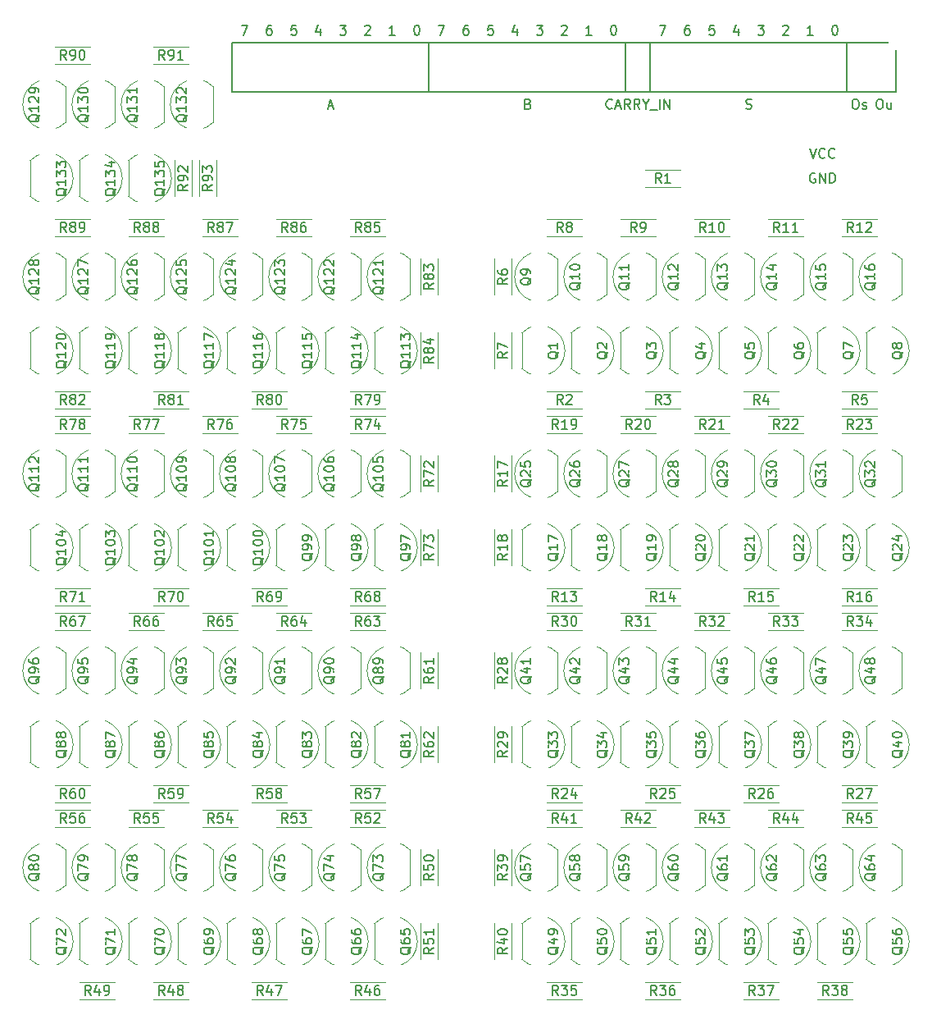
<source format=gto>
G04 #@! TF.FileFunction,Legend,Top*
%FSLAX46Y46*%
G04 Gerber Fmt 4.6, Leading zero omitted, Abs format (unit mm)*
G04 Created by KiCad (PCBNEW 4.0.7) date Mon May  7 00:57:03 2018*
%MOMM*%
%LPD*%
G01*
G04 APERTURE LIST*
%ADD10C,0.100000*%
%ADD11C,0.150000*%
%ADD12C,0.200000*%
%ADD13C,0.120000*%
%ADD14C,1.924000*%
%ADD15C,1.800000*%
%ADD16O,1.800000X1.800000*%
%ADD17R,1.800000X1.800000*%
%ADD18C,4.800000*%
G04 APERTURE END LIST*
D10*
D11*
X179070000Y-49530000D02*
X176530000Y-49530000D01*
X176530000Y-44450000D02*
X179070000Y-44450000D01*
D12*
X183070477Y-42632381D02*
X182880000Y-42632381D01*
X182784762Y-42680000D01*
X182737143Y-42727619D01*
X182641905Y-42870476D01*
X182594286Y-43060952D01*
X182594286Y-43441905D01*
X182641905Y-43537143D01*
X182689524Y-43584762D01*
X182784762Y-43632381D01*
X182975239Y-43632381D01*
X183070477Y-43584762D01*
X183118096Y-43537143D01*
X183165715Y-43441905D01*
X183165715Y-43203810D01*
X183118096Y-43108571D01*
X183070477Y-43060952D01*
X182975239Y-43013333D01*
X182784762Y-43013333D01*
X182689524Y-43060952D01*
X182641905Y-43108571D01*
X182594286Y-43203810D01*
X185658096Y-42632381D02*
X185181905Y-42632381D01*
X185134286Y-43108571D01*
X185181905Y-43060952D01*
X185277143Y-43013333D01*
X185515239Y-43013333D01*
X185610477Y-43060952D01*
X185658096Y-43108571D01*
X185705715Y-43203810D01*
X185705715Y-43441905D01*
X185658096Y-43537143D01*
X185610477Y-43584762D01*
X185515239Y-43632381D01*
X185277143Y-43632381D01*
X185181905Y-43584762D01*
X185134286Y-43537143D01*
X188150477Y-42965714D02*
X188150477Y-43632381D01*
X187912381Y-42584762D02*
X187674286Y-43299048D01*
X188293334Y-43299048D01*
X190166667Y-42632381D02*
X190785715Y-42632381D01*
X190452381Y-43013333D01*
X190595239Y-43013333D01*
X190690477Y-43060952D01*
X190738096Y-43108571D01*
X190785715Y-43203810D01*
X190785715Y-43441905D01*
X190738096Y-43537143D01*
X190690477Y-43584762D01*
X190595239Y-43632381D01*
X190309524Y-43632381D01*
X190214286Y-43584762D01*
X190166667Y-43537143D01*
X192754286Y-42727619D02*
X192801905Y-42680000D01*
X192897143Y-42632381D01*
X193135239Y-42632381D01*
X193230477Y-42680000D01*
X193278096Y-42727619D01*
X193325715Y-42822857D01*
X193325715Y-42918095D01*
X193278096Y-43060952D01*
X192706667Y-43632381D01*
X193325715Y-43632381D01*
X195865715Y-43632381D02*
X195294286Y-43632381D01*
X195580000Y-43632381D02*
X195580000Y-42632381D01*
X195484762Y-42775238D01*
X195389524Y-42870476D01*
X195294286Y-42918095D01*
X180006667Y-42632381D02*
X180673334Y-42632381D01*
X180244762Y-43632381D01*
X198072381Y-42632381D02*
X198167620Y-42632381D01*
X198262858Y-42680000D01*
X198310477Y-42727619D01*
X198358096Y-42822857D01*
X198405715Y-43013333D01*
X198405715Y-43251429D01*
X198358096Y-43441905D01*
X198310477Y-43537143D01*
X198262858Y-43584762D01*
X198167620Y-43632381D01*
X198072381Y-43632381D01*
X197977143Y-43584762D01*
X197929524Y-43537143D01*
X197881905Y-43441905D01*
X197834286Y-43251429D01*
X197834286Y-43013333D01*
X197881905Y-42822857D01*
X197929524Y-42727619D01*
X197977143Y-42680000D01*
X198072381Y-42632381D01*
X175212381Y-42632381D02*
X175307620Y-42632381D01*
X175402858Y-42680000D01*
X175450477Y-42727619D01*
X175498096Y-42822857D01*
X175545715Y-43013333D01*
X175545715Y-43251429D01*
X175498096Y-43441905D01*
X175450477Y-43537143D01*
X175402858Y-43584762D01*
X175307620Y-43632381D01*
X175212381Y-43632381D01*
X175117143Y-43584762D01*
X175069524Y-43537143D01*
X175021905Y-43441905D01*
X174974286Y-43251429D01*
X174974286Y-43013333D01*
X175021905Y-42822857D01*
X175069524Y-42727619D01*
X175117143Y-42680000D01*
X175212381Y-42632381D01*
X157146667Y-42632381D02*
X157813334Y-42632381D01*
X157384762Y-43632381D01*
X173005715Y-43632381D02*
X172434286Y-43632381D01*
X172720000Y-43632381D02*
X172720000Y-42632381D01*
X172624762Y-42775238D01*
X172529524Y-42870476D01*
X172434286Y-42918095D01*
X169894286Y-42727619D02*
X169941905Y-42680000D01*
X170037143Y-42632381D01*
X170275239Y-42632381D01*
X170370477Y-42680000D01*
X170418096Y-42727619D01*
X170465715Y-42822857D01*
X170465715Y-42918095D01*
X170418096Y-43060952D01*
X169846667Y-43632381D01*
X170465715Y-43632381D01*
X167306667Y-42632381D02*
X167925715Y-42632381D01*
X167592381Y-43013333D01*
X167735239Y-43013333D01*
X167830477Y-43060952D01*
X167878096Y-43108571D01*
X167925715Y-43203810D01*
X167925715Y-43441905D01*
X167878096Y-43537143D01*
X167830477Y-43584762D01*
X167735239Y-43632381D01*
X167449524Y-43632381D01*
X167354286Y-43584762D01*
X167306667Y-43537143D01*
X165290477Y-42965714D02*
X165290477Y-43632381D01*
X165052381Y-42584762D02*
X164814286Y-43299048D01*
X165433334Y-43299048D01*
X162798096Y-42632381D02*
X162321905Y-42632381D01*
X162274286Y-43108571D01*
X162321905Y-43060952D01*
X162417143Y-43013333D01*
X162655239Y-43013333D01*
X162750477Y-43060952D01*
X162798096Y-43108571D01*
X162845715Y-43203810D01*
X162845715Y-43441905D01*
X162798096Y-43537143D01*
X162750477Y-43584762D01*
X162655239Y-43632381D01*
X162417143Y-43632381D01*
X162321905Y-43584762D01*
X162274286Y-43537143D01*
X160210477Y-42632381D02*
X160020000Y-42632381D01*
X159924762Y-42680000D01*
X159877143Y-42727619D01*
X159781905Y-42870476D01*
X159734286Y-43060952D01*
X159734286Y-43441905D01*
X159781905Y-43537143D01*
X159829524Y-43584762D01*
X159924762Y-43632381D01*
X160115239Y-43632381D01*
X160210477Y-43584762D01*
X160258096Y-43537143D01*
X160305715Y-43441905D01*
X160305715Y-43203810D01*
X160258096Y-43108571D01*
X160210477Y-43060952D01*
X160115239Y-43013333D01*
X159924762Y-43013333D01*
X159829524Y-43060952D01*
X159781905Y-43108571D01*
X159734286Y-43203810D01*
X200160000Y-50252381D02*
X200350477Y-50252381D01*
X200445715Y-50300000D01*
X200540953Y-50395238D01*
X200588572Y-50585714D01*
X200588572Y-50919048D01*
X200540953Y-51109524D01*
X200445715Y-51204762D01*
X200350477Y-51252381D01*
X200160000Y-51252381D01*
X200064762Y-51204762D01*
X199969524Y-51109524D01*
X199921905Y-50919048D01*
X199921905Y-50585714D01*
X199969524Y-50395238D01*
X200064762Y-50300000D01*
X200160000Y-50252381D01*
X200969524Y-51204762D02*
X201064762Y-51252381D01*
X201255238Y-51252381D01*
X201350477Y-51204762D01*
X201398096Y-51109524D01*
X201398096Y-51061905D01*
X201350477Y-50966667D01*
X201255238Y-50919048D01*
X201112381Y-50919048D01*
X201017143Y-50871429D01*
X200969524Y-50776190D01*
X200969524Y-50728571D01*
X201017143Y-50633333D01*
X201112381Y-50585714D01*
X201255238Y-50585714D01*
X201350477Y-50633333D01*
X145811905Y-50966667D02*
X146288096Y-50966667D01*
X145716667Y-51252381D02*
X146050000Y-50252381D01*
X146383334Y-51252381D01*
X166441429Y-50728571D02*
X166584286Y-50776190D01*
X166631905Y-50823810D01*
X166679524Y-50919048D01*
X166679524Y-51061905D01*
X166631905Y-51157143D01*
X166584286Y-51204762D01*
X166489048Y-51252381D01*
X166108095Y-51252381D01*
X166108095Y-50252381D01*
X166441429Y-50252381D01*
X166536667Y-50300000D01*
X166584286Y-50347619D01*
X166631905Y-50442857D01*
X166631905Y-50538095D01*
X166584286Y-50633333D01*
X166536667Y-50680952D01*
X166441429Y-50728571D01*
X166108095Y-50728571D01*
X188944286Y-51204762D02*
X189087143Y-51252381D01*
X189325239Y-51252381D01*
X189420477Y-51204762D01*
X189468096Y-51157143D01*
X189515715Y-51061905D01*
X189515715Y-50966667D01*
X189468096Y-50871429D01*
X189420477Y-50823810D01*
X189325239Y-50776190D01*
X189134762Y-50728571D01*
X189039524Y-50680952D01*
X188991905Y-50633333D01*
X188944286Y-50538095D01*
X188944286Y-50442857D01*
X188991905Y-50347619D01*
X189039524Y-50300000D01*
X189134762Y-50252381D01*
X189372858Y-50252381D01*
X189515715Y-50300000D01*
X139890477Y-42632381D02*
X139700000Y-42632381D01*
X139604762Y-42680000D01*
X139557143Y-42727619D01*
X139461905Y-42870476D01*
X139414286Y-43060952D01*
X139414286Y-43441905D01*
X139461905Y-43537143D01*
X139509524Y-43584762D01*
X139604762Y-43632381D01*
X139795239Y-43632381D01*
X139890477Y-43584762D01*
X139938096Y-43537143D01*
X139985715Y-43441905D01*
X139985715Y-43203810D01*
X139938096Y-43108571D01*
X139890477Y-43060952D01*
X139795239Y-43013333D01*
X139604762Y-43013333D01*
X139509524Y-43060952D01*
X139461905Y-43108571D01*
X139414286Y-43203810D01*
X142478096Y-42632381D02*
X142001905Y-42632381D01*
X141954286Y-43108571D01*
X142001905Y-43060952D01*
X142097143Y-43013333D01*
X142335239Y-43013333D01*
X142430477Y-43060952D01*
X142478096Y-43108571D01*
X142525715Y-43203810D01*
X142525715Y-43441905D01*
X142478096Y-43537143D01*
X142430477Y-43584762D01*
X142335239Y-43632381D01*
X142097143Y-43632381D01*
X142001905Y-43584762D01*
X141954286Y-43537143D01*
X144970477Y-42965714D02*
X144970477Y-43632381D01*
X144732381Y-42584762D02*
X144494286Y-43299048D01*
X145113334Y-43299048D01*
X146986667Y-42632381D02*
X147605715Y-42632381D01*
X147272381Y-43013333D01*
X147415239Y-43013333D01*
X147510477Y-43060952D01*
X147558096Y-43108571D01*
X147605715Y-43203810D01*
X147605715Y-43441905D01*
X147558096Y-43537143D01*
X147510477Y-43584762D01*
X147415239Y-43632381D01*
X147129524Y-43632381D01*
X147034286Y-43584762D01*
X146986667Y-43537143D01*
X149574286Y-42727619D02*
X149621905Y-42680000D01*
X149717143Y-42632381D01*
X149955239Y-42632381D01*
X150050477Y-42680000D01*
X150098096Y-42727619D01*
X150145715Y-42822857D01*
X150145715Y-42918095D01*
X150098096Y-43060952D01*
X149526667Y-43632381D01*
X150145715Y-43632381D01*
X152685715Y-43632381D02*
X152114286Y-43632381D01*
X152400000Y-43632381D02*
X152400000Y-42632381D01*
X152304762Y-42775238D01*
X152209524Y-42870476D01*
X152114286Y-42918095D01*
X136826667Y-42632381D02*
X137493334Y-42632381D01*
X137064762Y-43632381D01*
X154892381Y-42632381D02*
X154987620Y-42632381D01*
X155082858Y-42680000D01*
X155130477Y-42727619D01*
X155178096Y-42822857D01*
X155225715Y-43013333D01*
X155225715Y-43251429D01*
X155178096Y-43441905D01*
X155130477Y-43537143D01*
X155082858Y-43584762D01*
X154987620Y-43632381D01*
X154892381Y-43632381D01*
X154797143Y-43584762D01*
X154749524Y-43537143D01*
X154701905Y-43441905D01*
X154654286Y-43251429D01*
X154654286Y-43013333D01*
X154701905Y-42822857D01*
X154749524Y-42727619D01*
X154797143Y-42680000D01*
X154892381Y-42632381D01*
X196088096Y-57920000D02*
X195992858Y-57872381D01*
X195850001Y-57872381D01*
X195707143Y-57920000D01*
X195611905Y-58015238D01*
X195564286Y-58110476D01*
X195516667Y-58300952D01*
X195516667Y-58443810D01*
X195564286Y-58634286D01*
X195611905Y-58729524D01*
X195707143Y-58824762D01*
X195850001Y-58872381D01*
X195945239Y-58872381D01*
X196088096Y-58824762D01*
X196135715Y-58777143D01*
X196135715Y-58443810D01*
X195945239Y-58443810D01*
X196564286Y-58872381D02*
X196564286Y-57872381D01*
X197135715Y-58872381D01*
X197135715Y-57872381D01*
X197611905Y-58872381D02*
X197611905Y-57872381D01*
X197850000Y-57872381D01*
X197992858Y-57920000D01*
X198088096Y-58015238D01*
X198135715Y-58110476D01*
X198183334Y-58300952D01*
X198183334Y-58443810D01*
X198135715Y-58634286D01*
X198088096Y-58729524D01*
X197992858Y-58824762D01*
X197850000Y-58872381D01*
X197611905Y-58872381D01*
X175109524Y-51157143D02*
X175061905Y-51204762D01*
X174919048Y-51252381D01*
X174823810Y-51252381D01*
X174680952Y-51204762D01*
X174585714Y-51109524D01*
X174538095Y-51014286D01*
X174490476Y-50823810D01*
X174490476Y-50680952D01*
X174538095Y-50490476D01*
X174585714Y-50395238D01*
X174680952Y-50300000D01*
X174823810Y-50252381D01*
X174919048Y-50252381D01*
X175061905Y-50300000D01*
X175109524Y-50347619D01*
X175490476Y-50966667D02*
X175966667Y-50966667D01*
X175395238Y-51252381D02*
X175728571Y-50252381D01*
X176061905Y-51252381D01*
X176966667Y-51252381D02*
X176633333Y-50776190D01*
X176395238Y-51252381D02*
X176395238Y-50252381D01*
X176776191Y-50252381D01*
X176871429Y-50300000D01*
X176919048Y-50347619D01*
X176966667Y-50442857D01*
X176966667Y-50585714D01*
X176919048Y-50680952D01*
X176871429Y-50728571D01*
X176776191Y-50776190D01*
X176395238Y-50776190D01*
X177966667Y-51252381D02*
X177633333Y-50776190D01*
X177395238Y-51252381D02*
X177395238Y-50252381D01*
X177776191Y-50252381D01*
X177871429Y-50300000D01*
X177919048Y-50347619D01*
X177966667Y-50442857D01*
X177966667Y-50585714D01*
X177919048Y-50680952D01*
X177871429Y-50728571D01*
X177776191Y-50776190D01*
X177395238Y-50776190D01*
X178585714Y-50776190D02*
X178585714Y-51252381D01*
X178252381Y-50252381D02*
X178585714Y-50776190D01*
X178919048Y-50252381D01*
X179014286Y-51347619D02*
X179776191Y-51347619D01*
X180014286Y-51252381D02*
X180014286Y-50252381D01*
X180490476Y-51252381D02*
X180490476Y-50252381D01*
X181061905Y-51252381D01*
X181061905Y-50252381D01*
X202652381Y-50252381D02*
X202842858Y-50252381D01*
X202938096Y-50300000D01*
X203033334Y-50395238D01*
X203080953Y-50585714D01*
X203080953Y-50919048D01*
X203033334Y-51109524D01*
X202938096Y-51204762D01*
X202842858Y-51252381D01*
X202652381Y-51252381D01*
X202557143Y-51204762D01*
X202461905Y-51109524D01*
X202414286Y-50919048D01*
X202414286Y-50585714D01*
X202461905Y-50395238D01*
X202557143Y-50300000D01*
X202652381Y-50252381D01*
X203938096Y-50585714D02*
X203938096Y-51252381D01*
X203509524Y-50585714D02*
X203509524Y-51109524D01*
X203557143Y-51204762D01*
X203652381Y-51252381D01*
X203795239Y-51252381D01*
X203890477Y-51204762D01*
X203938096Y-51157143D01*
X195516667Y-55332381D02*
X195850000Y-56332381D01*
X196183334Y-55332381D01*
X197088096Y-56237143D02*
X197040477Y-56284762D01*
X196897620Y-56332381D01*
X196802382Y-56332381D01*
X196659524Y-56284762D01*
X196564286Y-56189524D01*
X196516667Y-56094286D01*
X196469048Y-55903810D01*
X196469048Y-55760952D01*
X196516667Y-55570476D01*
X196564286Y-55475238D01*
X196659524Y-55380000D01*
X196802382Y-55332381D01*
X196897620Y-55332381D01*
X197040477Y-55380000D01*
X197088096Y-55427619D01*
X198088096Y-56237143D02*
X198040477Y-56284762D01*
X197897620Y-56332381D01*
X197802382Y-56332381D01*
X197659524Y-56284762D01*
X197564286Y-56189524D01*
X197516667Y-56094286D01*
X197469048Y-55903810D01*
X197469048Y-55760952D01*
X197516667Y-55570476D01*
X197564286Y-55475238D01*
X197659524Y-55380000D01*
X197802382Y-55332381D01*
X197897620Y-55332381D01*
X198040477Y-55380000D01*
X198088096Y-55427619D01*
D11*
X156210000Y-49530000D02*
X135890000Y-49530000D01*
X135890000Y-49530000D02*
X135890000Y-44450000D01*
X135890000Y-44450000D02*
X156210000Y-44450000D01*
X156210000Y-44450000D02*
X156210000Y-49530000D01*
X199390000Y-49530000D02*
X179070000Y-49530000D01*
X179070000Y-49530000D02*
X179070000Y-44450000D01*
X179070000Y-44450000D02*
X199390000Y-44450000D01*
X199390000Y-44450000D02*
X199390000Y-49530000D01*
X176530000Y-49530000D02*
X156210000Y-49530000D01*
X156210000Y-49530000D02*
X156210000Y-44450000D01*
X156210000Y-44450000D02*
X176530000Y-44450000D01*
X176530000Y-44450000D02*
X176530000Y-49530000D01*
X204470000Y-49530000D02*
X199390000Y-49530000D01*
X199390000Y-49530000D02*
X199390000Y-44450000D01*
X199390000Y-44450000D02*
X204470000Y-44450000D01*
X204470000Y-44450000D02*
X204470000Y-49530000D01*
D13*
X182200000Y-59280000D02*
X178480000Y-59280000D01*
X182200000Y-57560000D02*
X178480000Y-57560000D01*
X168320000Y-80420000D02*
X172040000Y-80420000D01*
X168320000Y-82140000D02*
X172040000Y-82140000D01*
X178480000Y-80420000D02*
X182200000Y-80420000D01*
X178480000Y-82140000D02*
X182200000Y-82140000D01*
X188640000Y-80420000D02*
X192360000Y-80420000D01*
X188640000Y-82140000D02*
X192360000Y-82140000D01*
X202520000Y-82140000D02*
X198800000Y-82140000D01*
X202520000Y-80420000D02*
X198800000Y-80420000D01*
X162970000Y-70440000D02*
X162970000Y-66720000D01*
X164690000Y-70440000D02*
X164690000Y-66720000D01*
X164690000Y-74340000D02*
X164690000Y-78060000D01*
X162970000Y-74340000D02*
X162970000Y-78060000D01*
X172040000Y-64360000D02*
X168320000Y-64360000D01*
X172040000Y-62640000D02*
X168320000Y-62640000D01*
X175940000Y-62640000D02*
X179660000Y-62640000D01*
X175940000Y-64360000D02*
X179660000Y-64360000D01*
X183560000Y-62640000D02*
X187280000Y-62640000D01*
X183560000Y-64360000D02*
X187280000Y-64360000D01*
X191180000Y-62640000D02*
X194900000Y-62640000D01*
X191180000Y-64360000D02*
X194900000Y-64360000D01*
X198800000Y-62640000D02*
X202520000Y-62640000D01*
X198800000Y-64360000D02*
X202520000Y-64360000D01*
X168320000Y-100740000D02*
X172040000Y-100740000D01*
X168320000Y-102460000D02*
X172040000Y-102460000D01*
X178480000Y-100740000D02*
X182200000Y-100740000D01*
X178480000Y-102460000D02*
X182200000Y-102460000D01*
X188640000Y-100740000D02*
X192360000Y-100740000D01*
X188640000Y-102460000D02*
X192360000Y-102460000D01*
X202520000Y-102460000D02*
X198800000Y-102460000D01*
X202520000Y-100740000D02*
X198800000Y-100740000D01*
X162970000Y-90760000D02*
X162970000Y-87040000D01*
X164690000Y-90760000D02*
X164690000Y-87040000D01*
X164690000Y-94660000D02*
X164690000Y-98380000D01*
X162970000Y-94660000D02*
X162970000Y-98380000D01*
X172040000Y-84680000D02*
X168320000Y-84680000D01*
X172040000Y-82960000D02*
X168320000Y-82960000D01*
X175940000Y-82960000D02*
X179660000Y-82960000D01*
X175940000Y-84680000D02*
X179660000Y-84680000D01*
X183560000Y-82960000D02*
X187280000Y-82960000D01*
X183560000Y-84680000D02*
X187280000Y-84680000D01*
X191180000Y-82960000D02*
X194900000Y-82960000D01*
X191180000Y-84680000D02*
X194900000Y-84680000D01*
X198800000Y-82960000D02*
X202520000Y-82960000D01*
X198800000Y-84680000D02*
X202520000Y-84680000D01*
X168320000Y-121060000D02*
X172040000Y-121060000D01*
X168320000Y-122780000D02*
X172040000Y-122780000D01*
X178480000Y-121060000D02*
X182200000Y-121060000D01*
X178480000Y-122780000D02*
X182200000Y-122780000D01*
X188640000Y-121060000D02*
X192360000Y-121060000D01*
X188640000Y-122780000D02*
X192360000Y-122780000D01*
X202520000Y-122780000D02*
X198800000Y-122780000D01*
X202520000Y-121060000D02*
X198800000Y-121060000D01*
X162970000Y-111080000D02*
X162970000Y-107360000D01*
X164690000Y-111080000D02*
X164690000Y-107360000D01*
X164690000Y-114980000D02*
X164690000Y-118700000D01*
X162970000Y-114980000D02*
X162970000Y-118700000D01*
X172040000Y-105000000D02*
X168320000Y-105000000D01*
X172040000Y-103280000D02*
X168320000Y-103280000D01*
X175940000Y-103280000D02*
X179660000Y-103280000D01*
X175940000Y-105000000D02*
X179660000Y-105000000D01*
X183560000Y-103280000D02*
X187280000Y-103280000D01*
X183560000Y-105000000D02*
X187280000Y-105000000D01*
X191180000Y-103280000D02*
X194900000Y-103280000D01*
X191180000Y-105000000D02*
X194900000Y-105000000D01*
X198800000Y-103280000D02*
X202520000Y-103280000D01*
X198800000Y-105000000D02*
X202520000Y-105000000D01*
X168320000Y-141380000D02*
X172040000Y-141380000D01*
X168320000Y-143100000D02*
X172040000Y-143100000D01*
X178480000Y-141380000D02*
X182200000Y-141380000D01*
X178480000Y-143100000D02*
X182200000Y-143100000D01*
X188640000Y-141380000D02*
X192360000Y-141380000D01*
X188640000Y-143100000D02*
X192360000Y-143100000D01*
X199980000Y-143100000D02*
X196260000Y-143100000D01*
X199980000Y-141380000D02*
X196260000Y-141380000D01*
X162970000Y-131400000D02*
X162970000Y-127680000D01*
X164690000Y-131400000D02*
X164690000Y-127680000D01*
X164690000Y-135300000D02*
X164690000Y-139020000D01*
X162970000Y-135300000D02*
X162970000Y-139020000D01*
X172040000Y-125320000D02*
X168320000Y-125320000D01*
X172040000Y-123600000D02*
X168320000Y-123600000D01*
X175940000Y-123600000D02*
X179660000Y-123600000D01*
X175940000Y-125320000D02*
X179660000Y-125320000D01*
X183560000Y-123600000D02*
X187280000Y-123600000D01*
X183560000Y-125320000D02*
X187280000Y-125320000D01*
X191180000Y-123600000D02*
X194900000Y-123600000D01*
X191180000Y-125320000D02*
X194900000Y-125320000D01*
X198800000Y-123600000D02*
X202520000Y-123600000D01*
X198800000Y-125320000D02*
X202520000Y-125320000D01*
X151720000Y-143100000D02*
X148000000Y-143100000D01*
X151720000Y-141380000D02*
X148000000Y-141380000D01*
X141560000Y-143100000D02*
X137840000Y-143100000D01*
X141560000Y-141380000D02*
X137840000Y-141380000D01*
X131400000Y-143100000D02*
X127680000Y-143100000D01*
X131400000Y-141380000D02*
X127680000Y-141380000D01*
X120060000Y-141380000D02*
X123780000Y-141380000D01*
X120060000Y-143100000D02*
X123780000Y-143100000D01*
X155350000Y-131400000D02*
X155350000Y-127680000D01*
X157070000Y-131400000D02*
X157070000Y-127680000D01*
X157070000Y-135300000D02*
X157070000Y-139020000D01*
X155350000Y-135300000D02*
X155350000Y-139020000D01*
X148000000Y-123600000D02*
X151720000Y-123600000D01*
X148000000Y-125320000D02*
X151720000Y-125320000D01*
X144100000Y-125320000D02*
X140380000Y-125320000D01*
X144100000Y-123600000D02*
X140380000Y-123600000D01*
X136480000Y-125320000D02*
X132760000Y-125320000D01*
X136480000Y-123600000D02*
X132760000Y-123600000D01*
X128860000Y-125320000D02*
X125140000Y-125320000D01*
X128860000Y-123600000D02*
X125140000Y-123600000D01*
X121240000Y-125320000D02*
X117520000Y-125320000D01*
X121240000Y-123600000D02*
X117520000Y-123600000D01*
X151720000Y-122780000D02*
X148000000Y-122780000D01*
X151720000Y-121060000D02*
X148000000Y-121060000D01*
X141560000Y-122780000D02*
X137840000Y-122780000D01*
X141560000Y-121060000D02*
X137840000Y-121060000D01*
X131400000Y-122780000D02*
X127680000Y-122780000D01*
X131400000Y-121060000D02*
X127680000Y-121060000D01*
X117520000Y-121060000D02*
X121240000Y-121060000D01*
X117520000Y-122780000D02*
X121240000Y-122780000D01*
X155350000Y-111080000D02*
X155350000Y-107360000D01*
X157070000Y-111080000D02*
X157070000Y-107360000D01*
X157070000Y-114980000D02*
X157070000Y-118700000D01*
X155350000Y-114980000D02*
X155350000Y-118700000D01*
X148000000Y-103280000D02*
X151720000Y-103280000D01*
X148000000Y-105000000D02*
X151720000Y-105000000D01*
X144100000Y-105000000D02*
X140380000Y-105000000D01*
X144100000Y-103280000D02*
X140380000Y-103280000D01*
X136480000Y-105000000D02*
X132760000Y-105000000D01*
X136480000Y-103280000D02*
X132760000Y-103280000D01*
X128860000Y-105000000D02*
X125140000Y-105000000D01*
X128860000Y-103280000D02*
X125140000Y-103280000D01*
X121240000Y-105000000D02*
X117520000Y-105000000D01*
X121240000Y-103280000D02*
X117520000Y-103280000D01*
X151720000Y-102460000D02*
X148000000Y-102460000D01*
X151720000Y-100740000D02*
X148000000Y-100740000D01*
X141560000Y-102460000D02*
X137840000Y-102460000D01*
X141560000Y-100740000D02*
X137840000Y-100740000D01*
X131400000Y-102460000D02*
X127680000Y-102460000D01*
X131400000Y-100740000D02*
X127680000Y-100740000D01*
X117520000Y-100740000D02*
X121240000Y-100740000D01*
X117520000Y-102460000D02*
X121240000Y-102460000D01*
X155350000Y-90760000D02*
X155350000Y-87040000D01*
X157070000Y-90760000D02*
X157070000Y-87040000D01*
X157070000Y-94660000D02*
X157070000Y-98380000D01*
X155350000Y-94660000D02*
X155350000Y-98380000D01*
X148000000Y-82960000D02*
X151720000Y-82960000D01*
X148000000Y-84680000D02*
X151720000Y-84680000D01*
X144100000Y-84680000D02*
X140380000Y-84680000D01*
X144100000Y-82960000D02*
X140380000Y-82960000D01*
X136480000Y-84680000D02*
X132760000Y-84680000D01*
X136480000Y-82960000D02*
X132760000Y-82960000D01*
X128860000Y-84680000D02*
X125140000Y-84680000D01*
X128860000Y-82960000D02*
X125140000Y-82960000D01*
X121240000Y-84680000D02*
X117520000Y-84680000D01*
X121240000Y-82960000D02*
X117520000Y-82960000D01*
X151720000Y-82140000D02*
X148000000Y-82140000D01*
X151720000Y-80420000D02*
X148000000Y-80420000D01*
X141560000Y-82140000D02*
X137840000Y-82140000D01*
X141560000Y-80420000D02*
X137840000Y-80420000D01*
X131400000Y-82140000D02*
X127680000Y-82140000D01*
X131400000Y-80420000D02*
X127680000Y-80420000D01*
X117520000Y-80420000D02*
X121240000Y-80420000D01*
X117520000Y-82140000D02*
X121240000Y-82140000D01*
X155350000Y-70440000D02*
X155350000Y-66720000D01*
X157070000Y-70440000D02*
X157070000Y-66720000D01*
X157070000Y-74340000D02*
X157070000Y-78060000D01*
X155350000Y-74340000D02*
X155350000Y-78060000D01*
X148000000Y-62640000D02*
X151720000Y-62640000D01*
X148000000Y-64360000D02*
X151720000Y-64360000D01*
X144100000Y-64360000D02*
X140380000Y-64360000D01*
X144100000Y-62640000D02*
X140380000Y-62640000D01*
X136480000Y-64360000D02*
X132760000Y-64360000D01*
X136480000Y-62640000D02*
X132760000Y-62640000D01*
X128860000Y-64360000D02*
X125140000Y-64360000D01*
X128860000Y-62640000D02*
X125140000Y-62640000D01*
X121240000Y-64360000D02*
X117520000Y-64360000D01*
X121240000Y-62640000D02*
X117520000Y-62640000D01*
X121240000Y-46580000D02*
X117520000Y-46580000D01*
X121240000Y-44860000D02*
X117520000Y-44860000D01*
X127680000Y-44860000D02*
X131400000Y-44860000D01*
X127680000Y-46580000D02*
X131400000Y-46580000D01*
X129950000Y-60280000D02*
X129950000Y-56560000D01*
X131670000Y-60280000D02*
X131670000Y-56560000D01*
X132490000Y-60280000D02*
X132490000Y-56560000D01*
X134210000Y-60280000D02*
X134210000Y-56560000D01*
X120070000Y-56620000D02*
X120070000Y-60220000D01*
X120081522Y-56581522D02*
G75*
G02X124520000Y-58420000I1838478J-1838478D01*
G01*
X120081522Y-60258478D02*
G75*
G03X124520000Y-58420000I1838478J1838478D01*
G01*
X114990000Y-56620000D02*
X114990000Y-60220000D01*
X115001522Y-56581522D02*
G75*
G02X119440000Y-58420000I1838478J-1838478D01*
G01*
X115001522Y-60258478D02*
G75*
G03X119440000Y-58420000I1838478J1838478D01*
G01*
X133930000Y-52600000D02*
X133930000Y-49000000D01*
X133918478Y-52638478D02*
G75*
G02X129480000Y-50800000I-1838478J1838478D01*
G01*
X133918478Y-48961522D02*
G75*
G03X129480000Y-50800000I-1838478J-1838478D01*
G01*
X128850000Y-52600000D02*
X128850000Y-49000000D01*
X128838478Y-52638478D02*
G75*
G02X124400000Y-50800000I-1838478J1838478D01*
G01*
X128838478Y-48961522D02*
G75*
G03X124400000Y-50800000I-1838478J-1838478D01*
G01*
X123770000Y-52600000D02*
X123770000Y-49000000D01*
X123758478Y-52638478D02*
G75*
G02X119320000Y-50800000I-1838478J1838478D01*
G01*
X123758478Y-48961522D02*
G75*
G03X119320000Y-50800000I-1838478J-1838478D01*
G01*
X118690000Y-52600000D02*
X118690000Y-49000000D01*
X118678478Y-52638478D02*
G75*
G02X114240000Y-50800000I-1838478J1838478D01*
G01*
X118678478Y-48961522D02*
G75*
G03X114240000Y-50800000I-1838478J-1838478D01*
G01*
X118690000Y-70380000D02*
X118690000Y-66780000D01*
X118678478Y-70418478D02*
G75*
G02X114240000Y-68580000I-1838478J1838478D01*
G01*
X118678478Y-66741522D02*
G75*
G03X114240000Y-68580000I-1838478J-1838478D01*
G01*
X123770000Y-70380000D02*
X123770000Y-66780000D01*
X123758478Y-70418478D02*
G75*
G02X119320000Y-68580000I-1838478J1838478D01*
G01*
X123758478Y-66741522D02*
G75*
G03X119320000Y-68580000I-1838478J-1838478D01*
G01*
X128850000Y-70380000D02*
X128850000Y-66780000D01*
X128838478Y-70418478D02*
G75*
G02X124400000Y-68580000I-1838478J1838478D01*
G01*
X128838478Y-66741522D02*
G75*
G03X124400000Y-68580000I-1838478J-1838478D01*
G01*
X133930000Y-70380000D02*
X133930000Y-66780000D01*
X133918478Y-70418478D02*
G75*
G02X129480000Y-68580000I-1838478J1838478D01*
G01*
X133918478Y-66741522D02*
G75*
G03X129480000Y-68580000I-1838478J-1838478D01*
G01*
X139010000Y-70380000D02*
X139010000Y-66780000D01*
X138998478Y-70418478D02*
G75*
G02X134560000Y-68580000I-1838478J1838478D01*
G01*
X138998478Y-66741522D02*
G75*
G03X134560000Y-68580000I-1838478J-1838478D01*
G01*
X144090000Y-70380000D02*
X144090000Y-66780000D01*
X144078478Y-70418478D02*
G75*
G02X139640000Y-68580000I-1838478J1838478D01*
G01*
X144078478Y-66741522D02*
G75*
G03X139640000Y-68580000I-1838478J-1838478D01*
G01*
X149170000Y-70380000D02*
X149170000Y-66780000D01*
X149158478Y-70418478D02*
G75*
G02X144720000Y-68580000I-1838478J1838478D01*
G01*
X149158478Y-66741522D02*
G75*
G03X144720000Y-68580000I-1838478J-1838478D01*
G01*
X154250000Y-70380000D02*
X154250000Y-66780000D01*
X154238478Y-70418478D02*
G75*
G02X149800000Y-68580000I-1838478J1838478D01*
G01*
X154238478Y-66741522D02*
G75*
G03X149800000Y-68580000I-1838478J-1838478D01*
G01*
X114990000Y-74400000D02*
X114990000Y-78000000D01*
X115001522Y-74361522D02*
G75*
G02X119440000Y-76200000I1838478J-1838478D01*
G01*
X115001522Y-78038478D02*
G75*
G03X119440000Y-76200000I1838478J1838478D01*
G01*
X120070000Y-74400000D02*
X120070000Y-78000000D01*
X120081522Y-74361522D02*
G75*
G02X124520000Y-76200000I1838478J-1838478D01*
G01*
X120081522Y-78038478D02*
G75*
G03X124520000Y-76200000I1838478J1838478D01*
G01*
X125150000Y-74400000D02*
X125150000Y-78000000D01*
X125161522Y-74361522D02*
G75*
G02X129600000Y-76200000I1838478J-1838478D01*
G01*
X125161522Y-78038478D02*
G75*
G03X129600000Y-76200000I1838478J1838478D01*
G01*
X130230000Y-74400000D02*
X130230000Y-78000000D01*
X130241522Y-74361522D02*
G75*
G02X134680000Y-76200000I1838478J-1838478D01*
G01*
X130241522Y-78038478D02*
G75*
G03X134680000Y-76200000I1838478J1838478D01*
G01*
X135310000Y-74400000D02*
X135310000Y-78000000D01*
X135321522Y-74361522D02*
G75*
G02X139760000Y-76200000I1838478J-1838478D01*
G01*
X135321522Y-78038478D02*
G75*
G03X139760000Y-76200000I1838478J1838478D01*
G01*
X140390000Y-74400000D02*
X140390000Y-78000000D01*
X140401522Y-74361522D02*
G75*
G02X144840000Y-76200000I1838478J-1838478D01*
G01*
X140401522Y-78038478D02*
G75*
G03X144840000Y-76200000I1838478J1838478D01*
G01*
X145470000Y-74400000D02*
X145470000Y-78000000D01*
X145481522Y-74361522D02*
G75*
G02X149920000Y-76200000I1838478J-1838478D01*
G01*
X145481522Y-78038478D02*
G75*
G03X149920000Y-76200000I1838478J1838478D01*
G01*
X150550000Y-74400000D02*
X150550000Y-78000000D01*
X150561522Y-74361522D02*
G75*
G02X155000000Y-76200000I1838478J-1838478D01*
G01*
X150561522Y-78038478D02*
G75*
G03X155000000Y-76200000I1838478J1838478D01*
G01*
X118690000Y-90700000D02*
X118690000Y-87100000D01*
X118678478Y-90738478D02*
G75*
G02X114240000Y-88900000I-1838478J1838478D01*
G01*
X118678478Y-87061522D02*
G75*
G03X114240000Y-88900000I-1838478J-1838478D01*
G01*
X123770000Y-90700000D02*
X123770000Y-87100000D01*
X123758478Y-90738478D02*
G75*
G02X119320000Y-88900000I-1838478J1838478D01*
G01*
X123758478Y-87061522D02*
G75*
G03X119320000Y-88900000I-1838478J-1838478D01*
G01*
X128850000Y-90700000D02*
X128850000Y-87100000D01*
X128838478Y-90738478D02*
G75*
G02X124400000Y-88900000I-1838478J1838478D01*
G01*
X128838478Y-87061522D02*
G75*
G03X124400000Y-88900000I-1838478J-1838478D01*
G01*
X133930000Y-90700000D02*
X133930000Y-87100000D01*
X133918478Y-90738478D02*
G75*
G02X129480000Y-88900000I-1838478J1838478D01*
G01*
X133918478Y-87061522D02*
G75*
G03X129480000Y-88900000I-1838478J-1838478D01*
G01*
X139010000Y-90700000D02*
X139010000Y-87100000D01*
X138998478Y-90738478D02*
G75*
G02X134560000Y-88900000I-1838478J1838478D01*
G01*
X138998478Y-87061522D02*
G75*
G03X134560000Y-88900000I-1838478J-1838478D01*
G01*
X144090000Y-90700000D02*
X144090000Y-87100000D01*
X144078478Y-90738478D02*
G75*
G02X139640000Y-88900000I-1838478J1838478D01*
G01*
X144078478Y-87061522D02*
G75*
G03X139640000Y-88900000I-1838478J-1838478D01*
G01*
X149170000Y-90700000D02*
X149170000Y-87100000D01*
X149158478Y-90738478D02*
G75*
G02X144720000Y-88900000I-1838478J1838478D01*
G01*
X149158478Y-87061522D02*
G75*
G03X144720000Y-88900000I-1838478J-1838478D01*
G01*
X154250000Y-90700000D02*
X154250000Y-87100000D01*
X154238478Y-90738478D02*
G75*
G02X149800000Y-88900000I-1838478J1838478D01*
G01*
X154238478Y-87061522D02*
G75*
G03X149800000Y-88900000I-1838478J-1838478D01*
G01*
X114990000Y-94720000D02*
X114990000Y-98320000D01*
X115001522Y-94681522D02*
G75*
G02X119440000Y-96520000I1838478J-1838478D01*
G01*
X115001522Y-98358478D02*
G75*
G03X119440000Y-96520000I1838478J1838478D01*
G01*
X120070000Y-94720000D02*
X120070000Y-98320000D01*
X120081522Y-94681522D02*
G75*
G02X124520000Y-96520000I1838478J-1838478D01*
G01*
X120081522Y-98358478D02*
G75*
G03X124520000Y-96520000I1838478J1838478D01*
G01*
X125150000Y-94720000D02*
X125150000Y-98320000D01*
X125161522Y-94681522D02*
G75*
G02X129600000Y-96520000I1838478J-1838478D01*
G01*
X125161522Y-98358478D02*
G75*
G03X129600000Y-96520000I1838478J1838478D01*
G01*
X130230000Y-94720000D02*
X130230000Y-98320000D01*
X130241522Y-94681522D02*
G75*
G02X134680000Y-96520000I1838478J-1838478D01*
G01*
X130241522Y-98358478D02*
G75*
G03X134680000Y-96520000I1838478J1838478D01*
G01*
X135310000Y-94720000D02*
X135310000Y-98320000D01*
X135321522Y-94681522D02*
G75*
G02X139760000Y-96520000I1838478J-1838478D01*
G01*
X135321522Y-98358478D02*
G75*
G03X139760000Y-96520000I1838478J1838478D01*
G01*
X140390000Y-94720000D02*
X140390000Y-98320000D01*
X140401522Y-94681522D02*
G75*
G02X144840000Y-96520000I1838478J-1838478D01*
G01*
X140401522Y-98358478D02*
G75*
G03X144840000Y-96520000I1838478J1838478D01*
G01*
X145470000Y-94720000D02*
X145470000Y-98320000D01*
X145481522Y-94681522D02*
G75*
G02X149920000Y-96520000I1838478J-1838478D01*
G01*
X145481522Y-98358478D02*
G75*
G03X149920000Y-96520000I1838478J1838478D01*
G01*
X150550000Y-94720000D02*
X150550000Y-98320000D01*
X150561522Y-94681522D02*
G75*
G02X155000000Y-96520000I1838478J-1838478D01*
G01*
X150561522Y-98358478D02*
G75*
G03X155000000Y-96520000I1838478J1838478D01*
G01*
X118690000Y-111020000D02*
X118690000Y-107420000D01*
X118678478Y-111058478D02*
G75*
G02X114240000Y-109220000I-1838478J1838478D01*
G01*
X118678478Y-107381522D02*
G75*
G03X114240000Y-109220000I-1838478J-1838478D01*
G01*
X123770000Y-111020000D02*
X123770000Y-107420000D01*
X123758478Y-111058478D02*
G75*
G02X119320000Y-109220000I-1838478J1838478D01*
G01*
X123758478Y-107381522D02*
G75*
G03X119320000Y-109220000I-1838478J-1838478D01*
G01*
X128850000Y-111020000D02*
X128850000Y-107420000D01*
X128838478Y-111058478D02*
G75*
G02X124400000Y-109220000I-1838478J1838478D01*
G01*
X128838478Y-107381522D02*
G75*
G03X124400000Y-109220000I-1838478J-1838478D01*
G01*
X133930000Y-111020000D02*
X133930000Y-107420000D01*
X133918478Y-111058478D02*
G75*
G02X129480000Y-109220000I-1838478J1838478D01*
G01*
X133918478Y-107381522D02*
G75*
G03X129480000Y-109220000I-1838478J-1838478D01*
G01*
X139010000Y-111020000D02*
X139010000Y-107420000D01*
X138998478Y-111058478D02*
G75*
G02X134560000Y-109220000I-1838478J1838478D01*
G01*
X138998478Y-107381522D02*
G75*
G03X134560000Y-109220000I-1838478J-1838478D01*
G01*
X144090000Y-111020000D02*
X144090000Y-107420000D01*
X144078478Y-111058478D02*
G75*
G02X139640000Y-109220000I-1838478J1838478D01*
G01*
X144078478Y-107381522D02*
G75*
G03X139640000Y-109220000I-1838478J-1838478D01*
G01*
X149170000Y-111020000D02*
X149170000Y-107420000D01*
X149158478Y-111058478D02*
G75*
G02X144720000Y-109220000I-1838478J1838478D01*
G01*
X149158478Y-107381522D02*
G75*
G03X144720000Y-109220000I-1838478J-1838478D01*
G01*
X154250000Y-111020000D02*
X154250000Y-107420000D01*
X154238478Y-111058478D02*
G75*
G02X149800000Y-109220000I-1838478J1838478D01*
G01*
X154238478Y-107381522D02*
G75*
G03X149800000Y-109220000I-1838478J-1838478D01*
G01*
X114990000Y-115040000D02*
X114990000Y-118640000D01*
X115001522Y-115001522D02*
G75*
G02X119440000Y-116840000I1838478J-1838478D01*
G01*
X115001522Y-118678478D02*
G75*
G03X119440000Y-116840000I1838478J1838478D01*
G01*
X120070000Y-115040000D02*
X120070000Y-118640000D01*
X120081522Y-115001522D02*
G75*
G02X124520000Y-116840000I1838478J-1838478D01*
G01*
X120081522Y-118678478D02*
G75*
G03X124520000Y-116840000I1838478J1838478D01*
G01*
X125150000Y-115040000D02*
X125150000Y-118640000D01*
X125161522Y-115001522D02*
G75*
G02X129600000Y-116840000I1838478J-1838478D01*
G01*
X125161522Y-118678478D02*
G75*
G03X129600000Y-116840000I1838478J1838478D01*
G01*
X130230000Y-115040000D02*
X130230000Y-118640000D01*
X130241522Y-115001522D02*
G75*
G02X134680000Y-116840000I1838478J-1838478D01*
G01*
X130241522Y-118678478D02*
G75*
G03X134680000Y-116840000I1838478J1838478D01*
G01*
X135310000Y-115040000D02*
X135310000Y-118640000D01*
X135321522Y-115001522D02*
G75*
G02X139760000Y-116840000I1838478J-1838478D01*
G01*
X135321522Y-118678478D02*
G75*
G03X139760000Y-116840000I1838478J1838478D01*
G01*
X140390000Y-115040000D02*
X140390000Y-118640000D01*
X140401522Y-115001522D02*
G75*
G02X144840000Y-116840000I1838478J-1838478D01*
G01*
X140401522Y-118678478D02*
G75*
G03X144840000Y-116840000I1838478J1838478D01*
G01*
X145470000Y-115040000D02*
X145470000Y-118640000D01*
X145481522Y-115001522D02*
G75*
G02X149920000Y-116840000I1838478J-1838478D01*
G01*
X145481522Y-118678478D02*
G75*
G03X149920000Y-116840000I1838478J1838478D01*
G01*
X150550000Y-115040000D02*
X150550000Y-118640000D01*
X150561522Y-115001522D02*
G75*
G02X155000000Y-116840000I1838478J-1838478D01*
G01*
X150561522Y-118678478D02*
G75*
G03X155000000Y-116840000I1838478J1838478D01*
G01*
X118690000Y-131340000D02*
X118690000Y-127740000D01*
X118678478Y-131378478D02*
G75*
G02X114240000Y-129540000I-1838478J1838478D01*
G01*
X118678478Y-127701522D02*
G75*
G03X114240000Y-129540000I-1838478J-1838478D01*
G01*
X123770000Y-131340000D02*
X123770000Y-127740000D01*
X123758478Y-131378478D02*
G75*
G02X119320000Y-129540000I-1838478J1838478D01*
G01*
X123758478Y-127701522D02*
G75*
G03X119320000Y-129540000I-1838478J-1838478D01*
G01*
X128850000Y-131340000D02*
X128850000Y-127740000D01*
X128838478Y-131378478D02*
G75*
G02X124400000Y-129540000I-1838478J1838478D01*
G01*
X128838478Y-127701522D02*
G75*
G03X124400000Y-129540000I-1838478J-1838478D01*
G01*
X133930000Y-131340000D02*
X133930000Y-127740000D01*
X133918478Y-131378478D02*
G75*
G02X129480000Y-129540000I-1838478J1838478D01*
G01*
X133918478Y-127701522D02*
G75*
G03X129480000Y-129540000I-1838478J-1838478D01*
G01*
X139010000Y-131340000D02*
X139010000Y-127740000D01*
X138998478Y-131378478D02*
G75*
G02X134560000Y-129540000I-1838478J1838478D01*
G01*
X138998478Y-127701522D02*
G75*
G03X134560000Y-129540000I-1838478J-1838478D01*
G01*
X144090000Y-131340000D02*
X144090000Y-127740000D01*
X144078478Y-131378478D02*
G75*
G02X139640000Y-129540000I-1838478J1838478D01*
G01*
X144078478Y-127701522D02*
G75*
G03X139640000Y-129540000I-1838478J-1838478D01*
G01*
X149170000Y-131340000D02*
X149170000Y-127740000D01*
X149158478Y-131378478D02*
G75*
G02X144720000Y-129540000I-1838478J1838478D01*
G01*
X149158478Y-127701522D02*
G75*
G03X144720000Y-129540000I-1838478J-1838478D01*
G01*
X154250000Y-131340000D02*
X154250000Y-127740000D01*
X154238478Y-131378478D02*
G75*
G02X149800000Y-129540000I-1838478J1838478D01*
G01*
X154238478Y-127701522D02*
G75*
G03X149800000Y-129540000I-1838478J-1838478D01*
G01*
X114990000Y-135360000D02*
X114990000Y-138960000D01*
X115001522Y-135321522D02*
G75*
G02X119440000Y-137160000I1838478J-1838478D01*
G01*
X115001522Y-138998478D02*
G75*
G03X119440000Y-137160000I1838478J1838478D01*
G01*
X120070000Y-135360000D02*
X120070000Y-138960000D01*
X120081522Y-135321522D02*
G75*
G02X124520000Y-137160000I1838478J-1838478D01*
G01*
X120081522Y-138998478D02*
G75*
G03X124520000Y-137160000I1838478J1838478D01*
G01*
X125150000Y-135360000D02*
X125150000Y-138960000D01*
X125161522Y-135321522D02*
G75*
G02X129600000Y-137160000I1838478J-1838478D01*
G01*
X125161522Y-138998478D02*
G75*
G03X129600000Y-137160000I1838478J1838478D01*
G01*
X130230000Y-135360000D02*
X130230000Y-138960000D01*
X130241522Y-135321522D02*
G75*
G02X134680000Y-137160000I1838478J-1838478D01*
G01*
X130241522Y-138998478D02*
G75*
G03X134680000Y-137160000I1838478J1838478D01*
G01*
X135310000Y-135360000D02*
X135310000Y-138960000D01*
X135321522Y-135321522D02*
G75*
G02X139760000Y-137160000I1838478J-1838478D01*
G01*
X135321522Y-138998478D02*
G75*
G03X139760000Y-137160000I1838478J1838478D01*
G01*
X140390000Y-135360000D02*
X140390000Y-138960000D01*
X140401522Y-135321522D02*
G75*
G02X144840000Y-137160000I1838478J-1838478D01*
G01*
X140401522Y-138998478D02*
G75*
G03X144840000Y-137160000I1838478J1838478D01*
G01*
X145470000Y-135360000D02*
X145470000Y-138960000D01*
X145481522Y-135321522D02*
G75*
G02X149920000Y-137160000I1838478J-1838478D01*
G01*
X145481522Y-138998478D02*
G75*
G03X149920000Y-137160000I1838478J1838478D01*
G01*
X150550000Y-135360000D02*
X150550000Y-138960000D01*
X150561522Y-135321522D02*
G75*
G02X155000000Y-137160000I1838478J-1838478D01*
G01*
X150561522Y-138998478D02*
G75*
G03X155000000Y-137160000I1838478J1838478D01*
G01*
X205050000Y-131340000D02*
X205050000Y-127740000D01*
X205038478Y-131378478D02*
G75*
G02X200600000Y-129540000I-1838478J1838478D01*
G01*
X205038478Y-127701522D02*
G75*
G03X200600000Y-129540000I-1838478J-1838478D01*
G01*
X199970000Y-131340000D02*
X199970000Y-127740000D01*
X199958478Y-131378478D02*
G75*
G02X195520000Y-129540000I-1838478J1838478D01*
G01*
X199958478Y-127701522D02*
G75*
G03X195520000Y-129540000I-1838478J-1838478D01*
G01*
X194890000Y-131340000D02*
X194890000Y-127740000D01*
X194878478Y-131378478D02*
G75*
G02X190440000Y-129540000I-1838478J1838478D01*
G01*
X194878478Y-127701522D02*
G75*
G03X190440000Y-129540000I-1838478J-1838478D01*
G01*
X189810000Y-131340000D02*
X189810000Y-127740000D01*
X189798478Y-131378478D02*
G75*
G02X185360000Y-129540000I-1838478J1838478D01*
G01*
X189798478Y-127701522D02*
G75*
G03X185360000Y-129540000I-1838478J-1838478D01*
G01*
X184730000Y-131340000D02*
X184730000Y-127740000D01*
X184718478Y-131378478D02*
G75*
G02X180280000Y-129540000I-1838478J1838478D01*
G01*
X184718478Y-127701522D02*
G75*
G03X180280000Y-129540000I-1838478J-1838478D01*
G01*
X179650000Y-131340000D02*
X179650000Y-127740000D01*
X179638478Y-131378478D02*
G75*
G02X175200000Y-129540000I-1838478J1838478D01*
G01*
X179638478Y-127701522D02*
G75*
G03X175200000Y-129540000I-1838478J-1838478D01*
G01*
X174570000Y-131340000D02*
X174570000Y-127740000D01*
X174558478Y-131378478D02*
G75*
G02X170120000Y-129540000I-1838478J1838478D01*
G01*
X174558478Y-127701522D02*
G75*
G03X170120000Y-129540000I-1838478J-1838478D01*
G01*
X169490000Y-131340000D02*
X169490000Y-127740000D01*
X169478478Y-131378478D02*
G75*
G02X165040000Y-129540000I-1838478J1838478D01*
G01*
X169478478Y-127701522D02*
G75*
G03X165040000Y-129540000I-1838478J-1838478D01*
G01*
X201350000Y-135360000D02*
X201350000Y-138960000D01*
X201361522Y-135321522D02*
G75*
G02X205800000Y-137160000I1838478J-1838478D01*
G01*
X201361522Y-138998478D02*
G75*
G03X205800000Y-137160000I1838478J1838478D01*
G01*
X196270000Y-135360000D02*
X196270000Y-138960000D01*
X196281522Y-135321522D02*
G75*
G02X200720000Y-137160000I1838478J-1838478D01*
G01*
X196281522Y-138998478D02*
G75*
G03X200720000Y-137160000I1838478J1838478D01*
G01*
X191190000Y-135360000D02*
X191190000Y-138960000D01*
X191201522Y-135321522D02*
G75*
G02X195640000Y-137160000I1838478J-1838478D01*
G01*
X191201522Y-138998478D02*
G75*
G03X195640000Y-137160000I1838478J1838478D01*
G01*
X186110000Y-135360000D02*
X186110000Y-138960000D01*
X186121522Y-135321522D02*
G75*
G02X190560000Y-137160000I1838478J-1838478D01*
G01*
X186121522Y-138998478D02*
G75*
G03X190560000Y-137160000I1838478J1838478D01*
G01*
X181030000Y-135360000D02*
X181030000Y-138960000D01*
X181041522Y-135321522D02*
G75*
G02X185480000Y-137160000I1838478J-1838478D01*
G01*
X181041522Y-138998478D02*
G75*
G03X185480000Y-137160000I1838478J1838478D01*
G01*
X175950000Y-135360000D02*
X175950000Y-138960000D01*
X175961522Y-135321522D02*
G75*
G02X180400000Y-137160000I1838478J-1838478D01*
G01*
X175961522Y-138998478D02*
G75*
G03X180400000Y-137160000I1838478J1838478D01*
G01*
X170870000Y-135360000D02*
X170870000Y-138960000D01*
X170881522Y-135321522D02*
G75*
G02X175320000Y-137160000I1838478J-1838478D01*
G01*
X170881522Y-138998478D02*
G75*
G03X175320000Y-137160000I1838478J1838478D01*
G01*
X165790000Y-135360000D02*
X165790000Y-138960000D01*
X165801522Y-135321522D02*
G75*
G02X170240000Y-137160000I1838478J-1838478D01*
G01*
X165801522Y-138998478D02*
G75*
G03X170240000Y-137160000I1838478J1838478D01*
G01*
X199970000Y-111020000D02*
X199970000Y-107420000D01*
X199958478Y-111058478D02*
G75*
G02X195520000Y-109220000I-1838478J1838478D01*
G01*
X199958478Y-107381522D02*
G75*
G03X195520000Y-109220000I-1838478J-1838478D01*
G01*
X194890000Y-111020000D02*
X194890000Y-107420000D01*
X194878478Y-111058478D02*
G75*
G02X190440000Y-109220000I-1838478J1838478D01*
G01*
X194878478Y-107381522D02*
G75*
G03X190440000Y-109220000I-1838478J-1838478D01*
G01*
X189810000Y-111020000D02*
X189810000Y-107420000D01*
X189798478Y-111058478D02*
G75*
G02X185360000Y-109220000I-1838478J1838478D01*
G01*
X189798478Y-107381522D02*
G75*
G03X185360000Y-109220000I-1838478J-1838478D01*
G01*
X184730000Y-111020000D02*
X184730000Y-107420000D01*
X184718478Y-111058478D02*
G75*
G02X180280000Y-109220000I-1838478J1838478D01*
G01*
X184718478Y-107381522D02*
G75*
G03X180280000Y-109220000I-1838478J-1838478D01*
G01*
X179650000Y-111020000D02*
X179650000Y-107420000D01*
X179638478Y-111058478D02*
G75*
G02X175200000Y-109220000I-1838478J1838478D01*
G01*
X179638478Y-107381522D02*
G75*
G03X175200000Y-109220000I-1838478J-1838478D01*
G01*
X174570000Y-111020000D02*
X174570000Y-107420000D01*
X174558478Y-111058478D02*
G75*
G02X170120000Y-109220000I-1838478J1838478D01*
G01*
X174558478Y-107381522D02*
G75*
G03X170120000Y-109220000I-1838478J-1838478D01*
G01*
X169490000Y-111020000D02*
X169490000Y-107420000D01*
X169478478Y-111058478D02*
G75*
G02X165040000Y-109220000I-1838478J1838478D01*
G01*
X169478478Y-107381522D02*
G75*
G03X165040000Y-109220000I-1838478J-1838478D01*
G01*
X201350000Y-115040000D02*
X201350000Y-118640000D01*
X201361522Y-115001522D02*
G75*
G02X205800000Y-116840000I1838478J-1838478D01*
G01*
X201361522Y-118678478D02*
G75*
G03X205800000Y-116840000I1838478J1838478D01*
G01*
X196270000Y-115040000D02*
X196270000Y-118640000D01*
X196281522Y-115001522D02*
G75*
G02X200720000Y-116840000I1838478J-1838478D01*
G01*
X196281522Y-118678478D02*
G75*
G03X200720000Y-116840000I1838478J1838478D01*
G01*
X191190000Y-115040000D02*
X191190000Y-118640000D01*
X191201522Y-115001522D02*
G75*
G02X195640000Y-116840000I1838478J-1838478D01*
G01*
X191201522Y-118678478D02*
G75*
G03X195640000Y-116840000I1838478J1838478D01*
G01*
X186110000Y-115040000D02*
X186110000Y-118640000D01*
X186121522Y-115001522D02*
G75*
G02X190560000Y-116840000I1838478J-1838478D01*
G01*
X186121522Y-118678478D02*
G75*
G03X190560000Y-116840000I1838478J1838478D01*
G01*
X181030000Y-115040000D02*
X181030000Y-118640000D01*
X181041522Y-115001522D02*
G75*
G02X185480000Y-116840000I1838478J-1838478D01*
G01*
X181041522Y-118678478D02*
G75*
G03X185480000Y-116840000I1838478J1838478D01*
G01*
X175950000Y-115040000D02*
X175950000Y-118640000D01*
X175961522Y-115001522D02*
G75*
G02X180400000Y-116840000I1838478J-1838478D01*
G01*
X175961522Y-118678478D02*
G75*
G03X180400000Y-116840000I1838478J1838478D01*
G01*
X170870000Y-115040000D02*
X170870000Y-118640000D01*
X170881522Y-115001522D02*
G75*
G02X175320000Y-116840000I1838478J-1838478D01*
G01*
X170881522Y-118678478D02*
G75*
G03X175320000Y-116840000I1838478J1838478D01*
G01*
X165790000Y-115040000D02*
X165790000Y-118640000D01*
X165801522Y-115001522D02*
G75*
G02X170240000Y-116840000I1838478J-1838478D01*
G01*
X165801522Y-118678478D02*
G75*
G03X170240000Y-116840000I1838478J1838478D01*
G01*
X199970000Y-90700000D02*
X199970000Y-87100000D01*
X199958478Y-90738478D02*
G75*
G02X195520000Y-88900000I-1838478J1838478D01*
G01*
X199958478Y-87061522D02*
G75*
G03X195520000Y-88900000I-1838478J-1838478D01*
G01*
X194890000Y-90700000D02*
X194890000Y-87100000D01*
X194878478Y-90738478D02*
G75*
G02X190440000Y-88900000I-1838478J1838478D01*
G01*
X194878478Y-87061522D02*
G75*
G03X190440000Y-88900000I-1838478J-1838478D01*
G01*
X189810000Y-90700000D02*
X189810000Y-87100000D01*
X189798478Y-90738478D02*
G75*
G02X185360000Y-88900000I-1838478J1838478D01*
G01*
X189798478Y-87061522D02*
G75*
G03X185360000Y-88900000I-1838478J-1838478D01*
G01*
X184730000Y-90700000D02*
X184730000Y-87100000D01*
X184718478Y-90738478D02*
G75*
G02X180280000Y-88900000I-1838478J1838478D01*
G01*
X184718478Y-87061522D02*
G75*
G03X180280000Y-88900000I-1838478J-1838478D01*
G01*
X179650000Y-90700000D02*
X179650000Y-87100000D01*
X179638478Y-90738478D02*
G75*
G02X175200000Y-88900000I-1838478J1838478D01*
G01*
X179638478Y-87061522D02*
G75*
G03X175200000Y-88900000I-1838478J-1838478D01*
G01*
X174570000Y-90700000D02*
X174570000Y-87100000D01*
X174558478Y-90738478D02*
G75*
G02X170120000Y-88900000I-1838478J1838478D01*
G01*
X174558478Y-87061522D02*
G75*
G03X170120000Y-88900000I-1838478J-1838478D01*
G01*
X169490000Y-90700000D02*
X169490000Y-87100000D01*
X169478478Y-90738478D02*
G75*
G02X165040000Y-88900000I-1838478J1838478D01*
G01*
X169478478Y-87061522D02*
G75*
G03X165040000Y-88900000I-1838478J-1838478D01*
G01*
X201350000Y-94720000D02*
X201350000Y-98320000D01*
X201361522Y-94681522D02*
G75*
G02X205800000Y-96520000I1838478J-1838478D01*
G01*
X201361522Y-98358478D02*
G75*
G03X205800000Y-96520000I1838478J1838478D01*
G01*
X205050000Y-70380000D02*
X205050000Y-66780000D01*
X205038478Y-70418478D02*
G75*
G02X200600000Y-68580000I-1838478J1838478D01*
G01*
X205038478Y-66741522D02*
G75*
G03X200600000Y-68580000I-1838478J-1838478D01*
G01*
X199970000Y-70380000D02*
X199970000Y-66780000D01*
X199958478Y-70418478D02*
G75*
G02X195520000Y-68580000I-1838478J1838478D01*
G01*
X199958478Y-66741522D02*
G75*
G03X195520000Y-68580000I-1838478J-1838478D01*
G01*
X194890000Y-70380000D02*
X194890000Y-66780000D01*
X194878478Y-70418478D02*
G75*
G02X190440000Y-68580000I-1838478J1838478D01*
G01*
X194878478Y-66741522D02*
G75*
G03X190440000Y-68580000I-1838478J-1838478D01*
G01*
X189810000Y-70380000D02*
X189810000Y-66780000D01*
X189798478Y-70418478D02*
G75*
G02X185360000Y-68580000I-1838478J1838478D01*
G01*
X189798478Y-66741522D02*
G75*
G03X185360000Y-68580000I-1838478J-1838478D01*
G01*
X184730000Y-70380000D02*
X184730000Y-66780000D01*
X184718478Y-70418478D02*
G75*
G02X180280000Y-68580000I-1838478J1838478D01*
G01*
X184718478Y-66741522D02*
G75*
G03X180280000Y-68580000I-1838478J-1838478D01*
G01*
X201350000Y-74400000D02*
X201350000Y-78000000D01*
X201361522Y-74361522D02*
G75*
G02X205800000Y-76200000I1838478J-1838478D01*
G01*
X201361522Y-78038478D02*
G75*
G03X205800000Y-76200000I1838478J1838478D01*
G01*
X196270000Y-74400000D02*
X196270000Y-78000000D01*
X196281522Y-74361522D02*
G75*
G02X200720000Y-76200000I1838478J-1838478D01*
G01*
X196281522Y-78038478D02*
G75*
G03X200720000Y-76200000I1838478J1838478D01*
G01*
X191190000Y-74400000D02*
X191190000Y-78000000D01*
X191201522Y-74361522D02*
G75*
G02X195640000Y-76200000I1838478J-1838478D01*
G01*
X191201522Y-78038478D02*
G75*
G03X195640000Y-76200000I1838478J1838478D01*
G01*
X186110000Y-74400000D02*
X186110000Y-78000000D01*
X186121522Y-74361522D02*
G75*
G02X190560000Y-76200000I1838478J-1838478D01*
G01*
X186121522Y-78038478D02*
G75*
G03X190560000Y-76200000I1838478J1838478D01*
G01*
X196270000Y-94720000D02*
X196270000Y-98320000D01*
X196281522Y-94681522D02*
G75*
G02X200720000Y-96520000I1838478J-1838478D01*
G01*
X196281522Y-98358478D02*
G75*
G03X200720000Y-96520000I1838478J1838478D01*
G01*
X191190000Y-94720000D02*
X191190000Y-98320000D01*
X191201522Y-94681522D02*
G75*
G02X195640000Y-96520000I1838478J-1838478D01*
G01*
X191201522Y-98358478D02*
G75*
G03X195640000Y-96520000I1838478J1838478D01*
G01*
X186110000Y-94720000D02*
X186110000Y-98320000D01*
X186121522Y-94681522D02*
G75*
G02X190560000Y-96520000I1838478J-1838478D01*
G01*
X186121522Y-98358478D02*
G75*
G03X190560000Y-96520000I1838478J1838478D01*
G01*
X181030000Y-94720000D02*
X181030000Y-98320000D01*
X181041522Y-94681522D02*
G75*
G02X185480000Y-96520000I1838478J-1838478D01*
G01*
X181041522Y-98358478D02*
G75*
G03X185480000Y-96520000I1838478J1838478D01*
G01*
X175950000Y-94720000D02*
X175950000Y-98320000D01*
X175961522Y-94681522D02*
G75*
G02X180400000Y-96520000I1838478J-1838478D01*
G01*
X175961522Y-98358478D02*
G75*
G03X180400000Y-96520000I1838478J1838478D01*
G01*
X170870000Y-94720000D02*
X170870000Y-98320000D01*
X170881522Y-94681522D02*
G75*
G02X175320000Y-96520000I1838478J-1838478D01*
G01*
X170881522Y-98358478D02*
G75*
G03X175320000Y-96520000I1838478J1838478D01*
G01*
X165790000Y-94720000D02*
X165790000Y-98320000D01*
X165801522Y-94681522D02*
G75*
G02X170240000Y-96520000I1838478J-1838478D01*
G01*
X165801522Y-98358478D02*
G75*
G03X170240000Y-96520000I1838478J1838478D01*
G01*
X179650000Y-70380000D02*
X179650000Y-66780000D01*
X179638478Y-70418478D02*
G75*
G02X175200000Y-68580000I-1838478J1838478D01*
G01*
X179638478Y-66741522D02*
G75*
G03X175200000Y-68580000I-1838478J-1838478D01*
G01*
X174570000Y-70380000D02*
X174570000Y-66780000D01*
X174558478Y-70418478D02*
G75*
G02X170120000Y-68580000I-1838478J1838478D01*
G01*
X174558478Y-66741522D02*
G75*
G03X170120000Y-68580000I-1838478J-1838478D01*
G01*
X169490000Y-70380000D02*
X169490000Y-66780000D01*
X169478478Y-70418478D02*
G75*
G02X165040000Y-68580000I-1838478J1838478D01*
G01*
X169478478Y-66741522D02*
G75*
G03X165040000Y-68580000I-1838478J-1838478D01*
G01*
X181030000Y-74400000D02*
X181030000Y-78000000D01*
X181041522Y-74361522D02*
G75*
G02X185480000Y-76200000I1838478J-1838478D01*
G01*
X181041522Y-78038478D02*
G75*
G03X185480000Y-76200000I1838478J1838478D01*
G01*
X175950000Y-74400000D02*
X175950000Y-78000000D01*
X175961522Y-74361522D02*
G75*
G02X180400000Y-76200000I1838478J-1838478D01*
G01*
X175961522Y-78038478D02*
G75*
G03X180400000Y-76200000I1838478J1838478D01*
G01*
X170870000Y-74400000D02*
X170870000Y-78000000D01*
X170881522Y-74361522D02*
G75*
G02X175320000Y-76200000I1838478J-1838478D01*
G01*
X170881522Y-78038478D02*
G75*
G03X175320000Y-76200000I1838478J1838478D01*
G01*
X165790000Y-74400000D02*
X165790000Y-78000000D01*
X165801522Y-74361522D02*
G75*
G02X170240000Y-76200000I1838478J-1838478D01*
G01*
X165801522Y-78038478D02*
G75*
G03X170240000Y-76200000I1838478J1838478D01*
G01*
X205050000Y-111020000D02*
X205050000Y-107420000D01*
X205038478Y-111058478D02*
G75*
G02X200600000Y-109220000I-1838478J1838478D01*
G01*
X205038478Y-107381522D02*
G75*
G03X200600000Y-109220000I-1838478J-1838478D01*
G01*
X205050000Y-90700000D02*
X205050000Y-87100000D01*
X205038478Y-90738478D02*
G75*
G02X200600000Y-88900000I-1838478J1838478D01*
G01*
X205038478Y-87061522D02*
G75*
G03X200600000Y-88900000I-1838478J-1838478D01*
G01*
X125150000Y-56620000D02*
X125150000Y-60220000D01*
X125161522Y-56581522D02*
G75*
G02X129600000Y-58420000I1838478J-1838478D01*
G01*
X125161522Y-60258478D02*
G75*
G03X129600000Y-58420000I1838478J1838478D01*
G01*
D11*
X180173334Y-58872381D02*
X179840000Y-58396190D01*
X179601905Y-58872381D02*
X179601905Y-57872381D01*
X179982858Y-57872381D01*
X180078096Y-57920000D01*
X180125715Y-57967619D01*
X180173334Y-58062857D01*
X180173334Y-58205714D01*
X180125715Y-58300952D01*
X180078096Y-58348571D01*
X179982858Y-58396190D01*
X179601905Y-58396190D01*
X181125715Y-58872381D02*
X180554286Y-58872381D01*
X180840000Y-58872381D02*
X180840000Y-57872381D01*
X180744762Y-58015238D01*
X180649524Y-58110476D01*
X180554286Y-58158095D01*
X170013334Y-81732381D02*
X169680000Y-81256190D01*
X169441905Y-81732381D02*
X169441905Y-80732381D01*
X169822858Y-80732381D01*
X169918096Y-80780000D01*
X169965715Y-80827619D01*
X170013334Y-80922857D01*
X170013334Y-81065714D01*
X169965715Y-81160952D01*
X169918096Y-81208571D01*
X169822858Y-81256190D01*
X169441905Y-81256190D01*
X170394286Y-80827619D02*
X170441905Y-80780000D01*
X170537143Y-80732381D01*
X170775239Y-80732381D01*
X170870477Y-80780000D01*
X170918096Y-80827619D01*
X170965715Y-80922857D01*
X170965715Y-81018095D01*
X170918096Y-81160952D01*
X170346667Y-81732381D01*
X170965715Y-81732381D01*
X180173334Y-81732381D02*
X179840000Y-81256190D01*
X179601905Y-81732381D02*
X179601905Y-80732381D01*
X179982858Y-80732381D01*
X180078096Y-80780000D01*
X180125715Y-80827619D01*
X180173334Y-80922857D01*
X180173334Y-81065714D01*
X180125715Y-81160952D01*
X180078096Y-81208571D01*
X179982858Y-81256190D01*
X179601905Y-81256190D01*
X180506667Y-80732381D02*
X181125715Y-80732381D01*
X180792381Y-81113333D01*
X180935239Y-81113333D01*
X181030477Y-81160952D01*
X181078096Y-81208571D01*
X181125715Y-81303810D01*
X181125715Y-81541905D01*
X181078096Y-81637143D01*
X181030477Y-81684762D01*
X180935239Y-81732381D01*
X180649524Y-81732381D01*
X180554286Y-81684762D01*
X180506667Y-81637143D01*
X190333334Y-81732381D02*
X190000000Y-81256190D01*
X189761905Y-81732381D02*
X189761905Y-80732381D01*
X190142858Y-80732381D01*
X190238096Y-80780000D01*
X190285715Y-80827619D01*
X190333334Y-80922857D01*
X190333334Y-81065714D01*
X190285715Y-81160952D01*
X190238096Y-81208571D01*
X190142858Y-81256190D01*
X189761905Y-81256190D01*
X191190477Y-81065714D02*
X191190477Y-81732381D01*
X190952381Y-80684762D02*
X190714286Y-81399048D01*
X191333334Y-81399048D01*
X200493334Y-81732381D02*
X200160000Y-81256190D01*
X199921905Y-81732381D02*
X199921905Y-80732381D01*
X200302858Y-80732381D01*
X200398096Y-80780000D01*
X200445715Y-80827619D01*
X200493334Y-80922857D01*
X200493334Y-81065714D01*
X200445715Y-81160952D01*
X200398096Y-81208571D01*
X200302858Y-81256190D01*
X199921905Y-81256190D01*
X201398096Y-80732381D02*
X200921905Y-80732381D01*
X200874286Y-81208571D01*
X200921905Y-81160952D01*
X201017143Y-81113333D01*
X201255239Y-81113333D01*
X201350477Y-81160952D01*
X201398096Y-81208571D01*
X201445715Y-81303810D01*
X201445715Y-81541905D01*
X201398096Y-81637143D01*
X201350477Y-81684762D01*
X201255239Y-81732381D01*
X201017143Y-81732381D01*
X200921905Y-81684762D01*
X200874286Y-81637143D01*
X164282381Y-68746666D02*
X163806190Y-69080000D01*
X164282381Y-69318095D02*
X163282381Y-69318095D01*
X163282381Y-68937142D01*
X163330000Y-68841904D01*
X163377619Y-68794285D01*
X163472857Y-68746666D01*
X163615714Y-68746666D01*
X163710952Y-68794285D01*
X163758571Y-68841904D01*
X163806190Y-68937142D01*
X163806190Y-69318095D01*
X163282381Y-67889523D02*
X163282381Y-68080000D01*
X163330000Y-68175238D01*
X163377619Y-68222857D01*
X163520476Y-68318095D01*
X163710952Y-68365714D01*
X164091905Y-68365714D01*
X164187143Y-68318095D01*
X164234762Y-68270476D01*
X164282381Y-68175238D01*
X164282381Y-67984761D01*
X164234762Y-67889523D01*
X164187143Y-67841904D01*
X164091905Y-67794285D01*
X163853810Y-67794285D01*
X163758571Y-67841904D01*
X163710952Y-67889523D01*
X163663333Y-67984761D01*
X163663333Y-68175238D01*
X163710952Y-68270476D01*
X163758571Y-68318095D01*
X163853810Y-68365714D01*
X164282381Y-76366666D02*
X163806190Y-76700000D01*
X164282381Y-76938095D02*
X163282381Y-76938095D01*
X163282381Y-76557142D01*
X163330000Y-76461904D01*
X163377619Y-76414285D01*
X163472857Y-76366666D01*
X163615714Y-76366666D01*
X163710952Y-76414285D01*
X163758571Y-76461904D01*
X163806190Y-76557142D01*
X163806190Y-76938095D01*
X163282381Y-76033333D02*
X163282381Y-75366666D01*
X164282381Y-75795238D01*
X170013334Y-63952381D02*
X169680000Y-63476190D01*
X169441905Y-63952381D02*
X169441905Y-62952381D01*
X169822858Y-62952381D01*
X169918096Y-63000000D01*
X169965715Y-63047619D01*
X170013334Y-63142857D01*
X170013334Y-63285714D01*
X169965715Y-63380952D01*
X169918096Y-63428571D01*
X169822858Y-63476190D01*
X169441905Y-63476190D01*
X170584762Y-63380952D02*
X170489524Y-63333333D01*
X170441905Y-63285714D01*
X170394286Y-63190476D01*
X170394286Y-63142857D01*
X170441905Y-63047619D01*
X170489524Y-63000000D01*
X170584762Y-62952381D01*
X170775239Y-62952381D01*
X170870477Y-63000000D01*
X170918096Y-63047619D01*
X170965715Y-63142857D01*
X170965715Y-63190476D01*
X170918096Y-63285714D01*
X170870477Y-63333333D01*
X170775239Y-63380952D01*
X170584762Y-63380952D01*
X170489524Y-63428571D01*
X170441905Y-63476190D01*
X170394286Y-63571429D01*
X170394286Y-63761905D01*
X170441905Y-63857143D01*
X170489524Y-63904762D01*
X170584762Y-63952381D01*
X170775239Y-63952381D01*
X170870477Y-63904762D01*
X170918096Y-63857143D01*
X170965715Y-63761905D01*
X170965715Y-63571429D01*
X170918096Y-63476190D01*
X170870477Y-63428571D01*
X170775239Y-63380952D01*
X177633334Y-63952381D02*
X177300000Y-63476190D01*
X177061905Y-63952381D02*
X177061905Y-62952381D01*
X177442858Y-62952381D01*
X177538096Y-63000000D01*
X177585715Y-63047619D01*
X177633334Y-63142857D01*
X177633334Y-63285714D01*
X177585715Y-63380952D01*
X177538096Y-63428571D01*
X177442858Y-63476190D01*
X177061905Y-63476190D01*
X178109524Y-63952381D02*
X178300000Y-63952381D01*
X178395239Y-63904762D01*
X178442858Y-63857143D01*
X178538096Y-63714286D01*
X178585715Y-63523810D01*
X178585715Y-63142857D01*
X178538096Y-63047619D01*
X178490477Y-63000000D01*
X178395239Y-62952381D01*
X178204762Y-62952381D01*
X178109524Y-63000000D01*
X178061905Y-63047619D01*
X178014286Y-63142857D01*
X178014286Y-63380952D01*
X178061905Y-63476190D01*
X178109524Y-63523810D01*
X178204762Y-63571429D01*
X178395239Y-63571429D01*
X178490477Y-63523810D01*
X178538096Y-63476190D01*
X178585715Y-63380952D01*
X184777143Y-63952381D02*
X184443809Y-63476190D01*
X184205714Y-63952381D02*
X184205714Y-62952381D01*
X184586667Y-62952381D01*
X184681905Y-63000000D01*
X184729524Y-63047619D01*
X184777143Y-63142857D01*
X184777143Y-63285714D01*
X184729524Y-63380952D01*
X184681905Y-63428571D01*
X184586667Y-63476190D01*
X184205714Y-63476190D01*
X185729524Y-63952381D02*
X185158095Y-63952381D01*
X185443809Y-63952381D02*
X185443809Y-62952381D01*
X185348571Y-63095238D01*
X185253333Y-63190476D01*
X185158095Y-63238095D01*
X186348571Y-62952381D02*
X186443810Y-62952381D01*
X186539048Y-63000000D01*
X186586667Y-63047619D01*
X186634286Y-63142857D01*
X186681905Y-63333333D01*
X186681905Y-63571429D01*
X186634286Y-63761905D01*
X186586667Y-63857143D01*
X186539048Y-63904762D01*
X186443810Y-63952381D01*
X186348571Y-63952381D01*
X186253333Y-63904762D01*
X186205714Y-63857143D01*
X186158095Y-63761905D01*
X186110476Y-63571429D01*
X186110476Y-63333333D01*
X186158095Y-63142857D01*
X186205714Y-63047619D01*
X186253333Y-63000000D01*
X186348571Y-62952381D01*
X192397143Y-63952381D02*
X192063809Y-63476190D01*
X191825714Y-63952381D02*
X191825714Y-62952381D01*
X192206667Y-62952381D01*
X192301905Y-63000000D01*
X192349524Y-63047619D01*
X192397143Y-63142857D01*
X192397143Y-63285714D01*
X192349524Y-63380952D01*
X192301905Y-63428571D01*
X192206667Y-63476190D01*
X191825714Y-63476190D01*
X193349524Y-63952381D02*
X192778095Y-63952381D01*
X193063809Y-63952381D02*
X193063809Y-62952381D01*
X192968571Y-63095238D01*
X192873333Y-63190476D01*
X192778095Y-63238095D01*
X194301905Y-63952381D02*
X193730476Y-63952381D01*
X194016190Y-63952381D02*
X194016190Y-62952381D01*
X193920952Y-63095238D01*
X193825714Y-63190476D01*
X193730476Y-63238095D01*
X200017143Y-63952381D02*
X199683809Y-63476190D01*
X199445714Y-63952381D02*
X199445714Y-62952381D01*
X199826667Y-62952381D01*
X199921905Y-63000000D01*
X199969524Y-63047619D01*
X200017143Y-63142857D01*
X200017143Y-63285714D01*
X199969524Y-63380952D01*
X199921905Y-63428571D01*
X199826667Y-63476190D01*
X199445714Y-63476190D01*
X200969524Y-63952381D02*
X200398095Y-63952381D01*
X200683809Y-63952381D02*
X200683809Y-62952381D01*
X200588571Y-63095238D01*
X200493333Y-63190476D01*
X200398095Y-63238095D01*
X201350476Y-63047619D02*
X201398095Y-63000000D01*
X201493333Y-62952381D01*
X201731429Y-62952381D01*
X201826667Y-63000000D01*
X201874286Y-63047619D01*
X201921905Y-63142857D01*
X201921905Y-63238095D01*
X201874286Y-63380952D01*
X201302857Y-63952381D01*
X201921905Y-63952381D01*
X169537143Y-102052381D02*
X169203809Y-101576190D01*
X168965714Y-102052381D02*
X168965714Y-101052381D01*
X169346667Y-101052381D01*
X169441905Y-101100000D01*
X169489524Y-101147619D01*
X169537143Y-101242857D01*
X169537143Y-101385714D01*
X169489524Y-101480952D01*
X169441905Y-101528571D01*
X169346667Y-101576190D01*
X168965714Y-101576190D01*
X170489524Y-102052381D02*
X169918095Y-102052381D01*
X170203809Y-102052381D02*
X170203809Y-101052381D01*
X170108571Y-101195238D01*
X170013333Y-101290476D01*
X169918095Y-101338095D01*
X170822857Y-101052381D02*
X171441905Y-101052381D01*
X171108571Y-101433333D01*
X171251429Y-101433333D01*
X171346667Y-101480952D01*
X171394286Y-101528571D01*
X171441905Y-101623810D01*
X171441905Y-101861905D01*
X171394286Y-101957143D01*
X171346667Y-102004762D01*
X171251429Y-102052381D01*
X170965714Y-102052381D01*
X170870476Y-102004762D01*
X170822857Y-101957143D01*
X179697143Y-102052381D02*
X179363809Y-101576190D01*
X179125714Y-102052381D02*
X179125714Y-101052381D01*
X179506667Y-101052381D01*
X179601905Y-101100000D01*
X179649524Y-101147619D01*
X179697143Y-101242857D01*
X179697143Y-101385714D01*
X179649524Y-101480952D01*
X179601905Y-101528571D01*
X179506667Y-101576190D01*
X179125714Y-101576190D01*
X180649524Y-102052381D02*
X180078095Y-102052381D01*
X180363809Y-102052381D02*
X180363809Y-101052381D01*
X180268571Y-101195238D01*
X180173333Y-101290476D01*
X180078095Y-101338095D01*
X181506667Y-101385714D02*
X181506667Y-102052381D01*
X181268571Y-101004762D02*
X181030476Y-101719048D01*
X181649524Y-101719048D01*
X189857143Y-102052381D02*
X189523809Y-101576190D01*
X189285714Y-102052381D02*
X189285714Y-101052381D01*
X189666667Y-101052381D01*
X189761905Y-101100000D01*
X189809524Y-101147619D01*
X189857143Y-101242857D01*
X189857143Y-101385714D01*
X189809524Y-101480952D01*
X189761905Y-101528571D01*
X189666667Y-101576190D01*
X189285714Y-101576190D01*
X190809524Y-102052381D02*
X190238095Y-102052381D01*
X190523809Y-102052381D02*
X190523809Y-101052381D01*
X190428571Y-101195238D01*
X190333333Y-101290476D01*
X190238095Y-101338095D01*
X191714286Y-101052381D02*
X191238095Y-101052381D01*
X191190476Y-101528571D01*
X191238095Y-101480952D01*
X191333333Y-101433333D01*
X191571429Y-101433333D01*
X191666667Y-101480952D01*
X191714286Y-101528571D01*
X191761905Y-101623810D01*
X191761905Y-101861905D01*
X191714286Y-101957143D01*
X191666667Y-102004762D01*
X191571429Y-102052381D01*
X191333333Y-102052381D01*
X191238095Y-102004762D01*
X191190476Y-101957143D01*
X200017143Y-102052381D02*
X199683809Y-101576190D01*
X199445714Y-102052381D02*
X199445714Y-101052381D01*
X199826667Y-101052381D01*
X199921905Y-101100000D01*
X199969524Y-101147619D01*
X200017143Y-101242857D01*
X200017143Y-101385714D01*
X199969524Y-101480952D01*
X199921905Y-101528571D01*
X199826667Y-101576190D01*
X199445714Y-101576190D01*
X200969524Y-102052381D02*
X200398095Y-102052381D01*
X200683809Y-102052381D02*
X200683809Y-101052381D01*
X200588571Y-101195238D01*
X200493333Y-101290476D01*
X200398095Y-101338095D01*
X201826667Y-101052381D02*
X201636190Y-101052381D01*
X201540952Y-101100000D01*
X201493333Y-101147619D01*
X201398095Y-101290476D01*
X201350476Y-101480952D01*
X201350476Y-101861905D01*
X201398095Y-101957143D01*
X201445714Y-102004762D01*
X201540952Y-102052381D01*
X201731429Y-102052381D01*
X201826667Y-102004762D01*
X201874286Y-101957143D01*
X201921905Y-101861905D01*
X201921905Y-101623810D01*
X201874286Y-101528571D01*
X201826667Y-101480952D01*
X201731429Y-101433333D01*
X201540952Y-101433333D01*
X201445714Y-101480952D01*
X201398095Y-101528571D01*
X201350476Y-101623810D01*
X164282381Y-89542857D02*
X163806190Y-89876191D01*
X164282381Y-90114286D02*
X163282381Y-90114286D01*
X163282381Y-89733333D01*
X163330000Y-89638095D01*
X163377619Y-89590476D01*
X163472857Y-89542857D01*
X163615714Y-89542857D01*
X163710952Y-89590476D01*
X163758571Y-89638095D01*
X163806190Y-89733333D01*
X163806190Y-90114286D01*
X164282381Y-88590476D02*
X164282381Y-89161905D01*
X164282381Y-88876191D02*
X163282381Y-88876191D01*
X163425238Y-88971429D01*
X163520476Y-89066667D01*
X163568095Y-89161905D01*
X163282381Y-88257143D02*
X163282381Y-87590476D01*
X164282381Y-88019048D01*
X164282381Y-97162857D02*
X163806190Y-97496191D01*
X164282381Y-97734286D02*
X163282381Y-97734286D01*
X163282381Y-97353333D01*
X163330000Y-97258095D01*
X163377619Y-97210476D01*
X163472857Y-97162857D01*
X163615714Y-97162857D01*
X163710952Y-97210476D01*
X163758571Y-97258095D01*
X163806190Y-97353333D01*
X163806190Y-97734286D01*
X164282381Y-96210476D02*
X164282381Y-96781905D01*
X164282381Y-96496191D02*
X163282381Y-96496191D01*
X163425238Y-96591429D01*
X163520476Y-96686667D01*
X163568095Y-96781905D01*
X163710952Y-95639048D02*
X163663333Y-95734286D01*
X163615714Y-95781905D01*
X163520476Y-95829524D01*
X163472857Y-95829524D01*
X163377619Y-95781905D01*
X163330000Y-95734286D01*
X163282381Y-95639048D01*
X163282381Y-95448571D01*
X163330000Y-95353333D01*
X163377619Y-95305714D01*
X163472857Y-95258095D01*
X163520476Y-95258095D01*
X163615714Y-95305714D01*
X163663333Y-95353333D01*
X163710952Y-95448571D01*
X163710952Y-95639048D01*
X163758571Y-95734286D01*
X163806190Y-95781905D01*
X163901429Y-95829524D01*
X164091905Y-95829524D01*
X164187143Y-95781905D01*
X164234762Y-95734286D01*
X164282381Y-95639048D01*
X164282381Y-95448571D01*
X164234762Y-95353333D01*
X164187143Y-95305714D01*
X164091905Y-95258095D01*
X163901429Y-95258095D01*
X163806190Y-95305714D01*
X163758571Y-95353333D01*
X163710952Y-95448571D01*
X169537143Y-84272381D02*
X169203809Y-83796190D01*
X168965714Y-84272381D02*
X168965714Y-83272381D01*
X169346667Y-83272381D01*
X169441905Y-83320000D01*
X169489524Y-83367619D01*
X169537143Y-83462857D01*
X169537143Y-83605714D01*
X169489524Y-83700952D01*
X169441905Y-83748571D01*
X169346667Y-83796190D01*
X168965714Y-83796190D01*
X170489524Y-84272381D02*
X169918095Y-84272381D01*
X170203809Y-84272381D02*
X170203809Y-83272381D01*
X170108571Y-83415238D01*
X170013333Y-83510476D01*
X169918095Y-83558095D01*
X170965714Y-84272381D02*
X171156190Y-84272381D01*
X171251429Y-84224762D01*
X171299048Y-84177143D01*
X171394286Y-84034286D01*
X171441905Y-83843810D01*
X171441905Y-83462857D01*
X171394286Y-83367619D01*
X171346667Y-83320000D01*
X171251429Y-83272381D01*
X171060952Y-83272381D01*
X170965714Y-83320000D01*
X170918095Y-83367619D01*
X170870476Y-83462857D01*
X170870476Y-83700952D01*
X170918095Y-83796190D01*
X170965714Y-83843810D01*
X171060952Y-83891429D01*
X171251429Y-83891429D01*
X171346667Y-83843810D01*
X171394286Y-83796190D01*
X171441905Y-83700952D01*
X177157143Y-84272381D02*
X176823809Y-83796190D01*
X176585714Y-84272381D02*
X176585714Y-83272381D01*
X176966667Y-83272381D01*
X177061905Y-83320000D01*
X177109524Y-83367619D01*
X177157143Y-83462857D01*
X177157143Y-83605714D01*
X177109524Y-83700952D01*
X177061905Y-83748571D01*
X176966667Y-83796190D01*
X176585714Y-83796190D01*
X177538095Y-83367619D02*
X177585714Y-83320000D01*
X177680952Y-83272381D01*
X177919048Y-83272381D01*
X178014286Y-83320000D01*
X178061905Y-83367619D01*
X178109524Y-83462857D01*
X178109524Y-83558095D01*
X178061905Y-83700952D01*
X177490476Y-84272381D01*
X178109524Y-84272381D01*
X178728571Y-83272381D02*
X178823810Y-83272381D01*
X178919048Y-83320000D01*
X178966667Y-83367619D01*
X179014286Y-83462857D01*
X179061905Y-83653333D01*
X179061905Y-83891429D01*
X179014286Y-84081905D01*
X178966667Y-84177143D01*
X178919048Y-84224762D01*
X178823810Y-84272381D01*
X178728571Y-84272381D01*
X178633333Y-84224762D01*
X178585714Y-84177143D01*
X178538095Y-84081905D01*
X178490476Y-83891429D01*
X178490476Y-83653333D01*
X178538095Y-83462857D01*
X178585714Y-83367619D01*
X178633333Y-83320000D01*
X178728571Y-83272381D01*
X184777143Y-84272381D02*
X184443809Y-83796190D01*
X184205714Y-84272381D02*
X184205714Y-83272381D01*
X184586667Y-83272381D01*
X184681905Y-83320000D01*
X184729524Y-83367619D01*
X184777143Y-83462857D01*
X184777143Y-83605714D01*
X184729524Y-83700952D01*
X184681905Y-83748571D01*
X184586667Y-83796190D01*
X184205714Y-83796190D01*
X185158095Y-83367619D02*
X185205714Y-83320000D01*
X185300952Y-83272381D01*
X185539048Y-83272381D01*
X185634286Y-83320000D01*
X185681905Y-83367619D01*
X185729524Y-83462857D01*
X185729524Y-83558095D01*
X185681905Y-83700952D01*
X185110476Y-84272381D01*
X185729524Y-84272381D01*
X186681905Y-84272381D02*
X186110476Y-84272381D01*
X186396190Y-84272381D02*
X186396190Y-83272381D01*
X186300952Y-83415238D01*
X186205714Y-83510476D01*
X186110476Y-83558095D01*
X192397143Y-84272381D02*
X192063809Y-83796190D01*
X191825714Y-84272381D02*
X191825714Y-83272381D01*
X192206667Y-83272381D01*
X192301905Y-83320000D01*
X192349524Y-83367619D01*
X192397143Y-83462857D01*
X192397143Y-83605714D01*
X192349524Y-83700952D01*
X192301905Y-83748571D01*
X192206667Y-83796190D01*
X191825714Y-83796190D01*
X192778095Y-83367619D02*
X192825714Y-83320000D01*
X192920952Y-83272381D01*
X193159048Y-83272381D01*
X193254286Y-83320000D01*
X193301905Y-83367619D01*
X193349524Y-83462857D01*
X193349524Y-83558095D01*
X193301905Y-83700952D01*
X192730476Y-84272381D01*
X193349524Y-84272381D01*
X193730476Y-83367619D02*
X193778095Y-83320000D01*
X193873333Y-83272381D01*
X194111429Y-83272381D01*
X194206667Y-83320000D01*
X194254286Y-83367619D01*
X194301905Y-83462857D01*
X194301905Y-83558095D01*
X194254286Y-83700952D01*
X193682857Y-84272381D01*
X194301905Y-84272381D01*
X200017143Y-84272381D02*
X199683809Y-83796190D01*
X199445714Y-84272381D02*
X199445714Y-83272381D01*
X199826667Y-83272381D01*
X199921905Y-83320000D01*
X199969524Y-83367619D01*
X200017143Y-83462857D01*
X200017143Y-83605714D01*
X199969524Y-83700952D01*
X199921905Y-83748571D01*
X199826667Y-83796190D01*
X199445714Y-83796190D01*
X200398095Y-83367619D02*
X200445714Y-83320000D01*
X200540952Y-83272381D01*
X200779048Y-83272381D01*
X200874286Y-83320000D01*
X200921905Y-83367619D01*
X200969524Y-83462857D01*
X200969524Y-83558095D01*
X200921905Y-83700952D01*
X200350476Y-84272381D01*
X200969524Y-84272381D01*
X201302857Y-83272381D02*
X201921905Y-83272381D01*
X201588571Y-83653333D01*
X201731429Y-83653333D01*
X201826667Y-83700952D01*
X201874286Y-83748571D01*
X201921905Y-83843810D01*
X201921905Y-84081905D01*
X201874286Y-84177143D01*
X201826667Y-84224762D01*
X201731429Y-84272381D01*
X201445714Y-84272381D01*
X201350476Y-84224762D01*
X201302857Y-84177143D01*
X169537143Y-122372381D02*
X169203809Y-121896190D01*
X168965714Y-122372381D02*
X168965714Y-121372381D01*
X169346667Y-121372381D01*
X169441905Y-121420000D01*
X169489524Y-121467619D01*
X169537143Y-121562857D01*
X169537143Y-121705714D01*
X169489524Y-121800952D01*
X169441905Y-121848571D01*
X169346667Y-121896190D01*
X168965714Y-121896190D01*
X169918095Y-121467619D02*
X169965714Y-121420000D01*
X170060952Y-121372381D01*
X170299048Y-121372381D01*
X170394286Y-121420000D01*
X170441905Y-121467619D01*
X170489524Y-121562857D01*
X170489524Y-121658095D01*
X170441905Y-121800952D01*
X169870476Y-122372381D01*
X170489524Y-122372381D01*
X171346667Y-121705714D02*
X171346667Y-122372381D01*
X171108571Y-121324762D02*
X170870476Y-122039048D01*
X171489524Y-122039048D01*
X179697143Y-122372381D02*
X179363809Y-121896190D01*
X179125714Y-122372381D02*
X179125714Y-121372381D01*
X179506667Y-121372381D01*
X179601905Y-121420000D01*
X179649524Y-121467619D01*
X179697143Y-121562857D01*
X179697143Y-121705714D01*
X179649524Y-121800952D01*
X179601905Y-121848571D01*
X179506667Y-121896190D01*
X179125714Y-121896190D01*
X180078095Y-121467619D02*
X180125714Y-121420000D01*
X180220952Y-121372381D01*
X180459048Y-121372381D01*
X180554286Y-121420000D01*
X180601905Y-121467619D01*
X180649524Y-121562857D01*
X180649524Y-121658095D01*
X180601905Y-121800952D01*
X180030476Y-122372381D01*
X180649524Y-122372381D01*
X181554286Y-121372381D02*
X181078095Y-121372381D01*
X181030476Y-121848571D01*
X181078095Y-121800952D01*
X181173333Y-121753333D01*
X181411429Y-121753333D01*
X181506667Y-121800952D01*
X181554286Y-121848571D01*
X181601905Y-121943810D01*
X181601905Y-122181905D01*
X181554286Y-122277143D01*
X181506667Y-122324762D01*
X181411429Y-122372381D01*
X181173333Y-122372381D01*
X181078095Y-122324762D01*
X181030476Y-122277143D01*
X189857143Y-122372381D02*
X189523809Y-121896190D01*
X189285714Y-122372381D02*
X189285714Y-121372381D01*
X189666667Y-121372381D01*
X189761905Y-121420000D01*
X189809524Y-121467619D01*
X189857143Y-121562857D01*
X189857143Y-121705714D01*
X189809524Y-121800952D01*
X189761905Y-121848571D01*
X189666667Y-121896190D01*
X189285714Y-121896190D01*
X190238095Y-121467619D02*
X190285714Y-121420000D01*
X190380952Y-121372381D01*
X190619048Y-121372381D01*
X190714286Y-121420000D01*
X190761905Y-121467619D01*
X190809524Y-121562857D01*
X190809524Y-121658095D01*
X190761905Y-121800952D01*
X190190476Y-122372381D01*
X190809524Y-122372381D01*
X191666667Y-121372381D02*
X191476190Y-121372381D01*
X191380952Y-121420000D01*
X191333333Y-121467619D01*
X191238095Y-121610476D01*
X191190476Y-121800952D01*
X191190476Y-122181905D01*
X191238095Y-122277143D01*
X191285714Y-122324762D01*
X191380952Y-122372381D01*
X191571429Y-122372381D01*
X191666667Y-122324762D01*
X191714286Y-122277143D01*
X191761905Y-122181905D01*
X191761905Y-121943810D01*
X191714286Y-121848571D01*
X191666667Y-121800952D01*
X191571429Y-121753333D01*
X191380952Y-121753333D01*
X191285714Y-121800952D01*
X191238095Y-121848571D01*
X191190476Y-121943810D01*
X200017143Y-122372381D02*
X199683809Y-121896190D01*
X199445714Y-122372381D02*
X199445714Y-121372381D01*
X199826667Y-121372381D01*
X199921905Y-121420000D01*
X199969524Y-121467619D01*
X200017143Y-121562857D01*
X200017143Y-121705714D01*
X199969524Y-121800952D01*
X199921905Y-121848571D01*
X199826667Y-121896190D01*
X199445714Y-121896190D01*
X200398095Y-121467619D02*
X200445714Y-121420000D01*
X200540952Y-121372381D01*
X200779048Y-121372381D01*
X200874286Y-121420000D01*
X200921905Y-121467619D01*
X200969524Y-121562857D01*
X200969524Y-121658095D01*
X200921905Y-121800952D01*
X200350476Y-122372381D01*
X200969524Y-122372381D01*
X201302857Y-121372381D02*
X201969524Y-121372381D01*
X201540952Y-122372381D01*
X164282381Y-109862857D02*
X163806190Y-110196191D01*
X164282381Y-110434286D02*
X163282381Y-110434286D01*
X163282381Y-110053333D01*
X163330000Y-109958095D01*
X163377619Y-109910476D01*
X163472857Y-109862857D01*
X163615714Y-109862857D01*
X163710952Y-109910476D01*
X163758571Y-109958095D01*
X163806190Y-110053333D01*
X163806190Y-110434286D01*
X163377619Y-109481905D02*
X163330000Y-109434286D01*
X163282381Y-109339048D01*
X163282381Y-109100952D01*
X163330000Y-109005714D01*
X163377619Y-108958095D01*
X163472857Y-108910476D01*
X163568095Y-108910476D01*
X163710952Y-108958095D01*
X164282381Y-109529524D01*
X164282381Y-108910476D01*
X163710952Y-108339048D02*
X163663333Y-108434286D01*
X163615714Y-108481905D01*
X163520476Y-108529524D01*
X163472857Y-108529524D01*
X163377619Y-108481905D01*
X163330000Y-108434286D01*
X163282381Y-108339048D01*
X163282381Y-108148571D01*
X163330000Y-108053333D01*
X163377619Y-108005714D01*
X163472857Y-107958095D01*
X163520476Y-107958095D01*
X163615714Y-108005714D01*
X163663333Y-108053333D01*
X163710952Y-108148571D01*
X163710952Y-108339048D01*
X163758571Y-108434286D01*
X163806190Y-108481905D01*
X163901429Y-108529524D01*
X164091905Y-108529524D01*
X164187143Y-108481905D01*
X164234762Y-108434286D01*
X164282381Y-108339048D01*
X164282381Y-108148571D01*
X164234762Y-108053333D01*
X164187143Y-108005714D01*
X164091905Y-107958095D01*
X163901429Y-107958095D01*
X163806190Y-108005714D01*
X163758571Y-108053333D01*
X163710952Y-108148571D01*
X164282381Y-117482857D02*
X163806190Y-117816191D01*
X164282381Y-118054286D02*
X163282381Y-118054286D01*
X163282381Y-117673333D01*
X163330000Y-117578095D01*
X163377619Y-117530476D01*
X163472857Y-117482857D01*
X163615714Y-117482857D01*
X163710952Y-117530476D01*
X163758571Y-117578095D01*
X163806190Y-117673333D01*
X163806190Y-118054286D01*
X163377619Y-117101905D02*
X163330000Y-117054286D01*
X163282381Y-116959048D01*
X163282381Y-116720952D01*
X163330000Y-116625714D01*
X163377619Y-116578095D01*
X163472857Y-116530476D01*
X163568095Y-116530476D01*
X163710952Y-116578095D01*
X164282381Y-117149524D01*
X164282381Y-116530476D01*
X164282381Y-116054286D02*
X164282381Y-115863810D01*
X164234762Y-115768571D01*
X164187143Y-115720952D01*
X164044286Y-115625714D01*
X163853810Y-115578095D01*
X163472857Y-115578095D01*
X163377619Y-115625714D01*
X163330000Y-115673333D01*
X163282381Y-115768571D01*
X163282381Y-115959048D01*
X163330000Y-116054286D01*
X163377619Y-116101905D01*
X163472857Y-116149524D01*
X163710952Y-116149524D01*
X163806190Y-116101905D01*
X163853810Y-116054286D01*
X163901429Y-115959048D01*
X163901429Y-115768571D01*
X163853810Y-115673333D01*
X163806190Y-115625714D01*
X163710952Y-115578095D01*
X169537143Y-104592381D02*
X169203809Y-104116190D01*
X168965714Y-104592381D02*
X168965714Y-103592381D01*
X169346667Y-103592381D01*
X169441905Y-103640000D01*
X169489524Y-103687619D01*
X169537143Y-103782857D01*
X169537143Y-103925714D01*
X169489524Y-104020952D01*
X169441905Y-104068571D01*
X169346667Y-104116190D01*
X168965714Y-104116190D01*
X169870476Y-103592381D02*
X170489524Y-103592381D01*
X170156190Y-103973333D01*
X170299048Y-103973333D01*
X170394286Y-104020952D01*
X170441905Y-104068571D01*
X170489524Y-104163810D01*
X170489524Y-104401905D01*
X170441905Y-104497143D01*
X170394286Y-104544762D01*
X170299048Y-104592381D01*
X170013333Y-104592381D01*
X169918095Y-104544762D01*
X169870476Y-104497143D01*
X171108571Y-103592381D02*
X171203810Y-103592381D01*
X171299048Y-103640000D01*
X171346667Y-103687619D01*
X171394286Y-103782857D01*
X171441905Y-103973333D01*
X171441905Y-104211429D01*
X171394286Y-104401905D01*
X171346667Y-104497143D01*
X171299048Y-104544762D01*
X171203810Y-104592381D01*
X171108571Y-104592381D01*
X171013333Y-104544762D01*
X170965714Y-104497143D01*
X170918095Y-104401905D01*
X170870476Y-104211429D01*
X170870476Y-103973333D01*
X170918095Y-103782857D01*
X170965714Y-103687619D01*
X171013333Y-103640000D01*
X171108571Y-103592381D01*
X177157143Y-104592381D02*
X176823809Y-104116190D01*
X176585714Y-104592381D02*
X176585714Y-103592381D01*
X176966667Y-103592381D01*
X177061905Y-103640000D01*
X177109524Y-103687619D01*
X177157143Y-103782857D01*
X177157143Y-103925714D01*
X177109524Y-104020952D01*
X177061905Y-104068571D01*
X176966667Y-104116190D01*
X176585714Y-104116190D01*
X177490476Y-103592381D02*
X178109524Y-103592381D01*
X177776190Y-103973333D01*
X177919048Y-103973333D01*
X178014286Y-104020952D01*
X178061905Y-104068571D01*
X178109524Y-104163810D01*
X178109524Y-104401905D01*
X178061905Y-104497143D01*
X178014286Y-104544762D01*
X177919048Y-104592381D01*
X177633333Y-104592381D01*
X177538095Y-104544762D01*
X177490476Y-104497143D01*
X179061905Y-104592381D02*
X178490476Y-104592381D01*
X178776190Y-104592381D02*
X178776190Y-103592381D01*
X178680952Y-103735238D01*
X178585714Y-103830476D01*
X178490476Y-103878095D01*
X184777143Y-104592381D02*
X184443809Y-104116190D01*
X184205714Y-104592381D02*
X184205714Y-103592381D01*
X184586667Y-103592381D01*
X184681905Y-103640000D01*
X184729524Y-103687619D01*
X184777143Y-103782857D01*
X184777143Y-103925714D01*
X184729524Y-104020952D01*
X184681905Y-104068571D01*
X184586667Y-104116190D01*
X184205714Y-104116190D01*
X185110476Y-103592381D02*
X185729524Y-103592381D01*
X185396190Y-103973333D01*
X185539048Y-103973333D01*
X185634286Y-104020952D01*
X185681905Y-104068571D01*
X185729524Y-104163810D01*
X185729524Y-104401905D01*
X185681905Y-104497143D01*
X185634286Y-104544762D01*
X185539048Y-104592381D01*
X185253333Y-104592381D01*
X185158095Y-104544762D01*
X185110476Y-104497143D01*
X186110476Y-103687619D02*
X186158095Y-103640000D01*
X186253333Y-103592381D01*
X186491429Y-103592381D01*
X186586667Y-103640000D01*
X186634286Y-103687619D01*
X186681905Y-103782857D01*
X186681905Y-103878095D01*
X186634286Y-104020952D01*
X186062857Y-104592381D01*
X186681905Y-104592381D01*
X192397143Y-104592381D02*
X192063809Y-104116190D01*
X191825714Y-104592381D02*
X191825714Y-103592381D01*
X192206667Y-103592381D01*
X192301905Y-103640000D01*
X192349524Y-103687619D01*
X192397143Y-103782857D01*
X192397143Y-103925714D01*
X192349524Y-104020952D01*
X192301905Y-104068571D01*
X192206667Y-104116190D01*
X191825714Y-104116190D01*
X192730476Y-103592381D02*
X193349524Y-103592381D01*
X193016190Y-103973333D01*
X193159048Y-103973333D01*
X193254286Y-104020952D01*
X193301905Y-104068571D01*
X193349524Y-104163810D01*
X193349524Y-104401905D01*
X193301905Y-104497143D01*
X193254286Y-104544762D01*
X193159048Y-104592381D01*
X192873333Y-104592381D01*
X192778095Y-104544762D01*
X192730476Y-104497143D01*
X193682857Y-103592381D02*
X194301905Y-103592381D01*
X193968571Y-103973333D01*
X194111429Y-103973333D01*
X194206667Y-104020952D01*
X194254286Y-104068571D01*
X194301905Y-104163810D01*
X194301905Y-104401905D01*
X194254286Y-104497143D01*
X194206667Y-104544762D01*
X194111429Y-104592381D01*
X193825714Y-104592381D01*
X193730476Y-104544762D01*
X193682857Y-104497143D01*
X200017143Y-104592381D02*
X199683809Y-104116190D01*
X199445714Y-104592381D02*
X199445714Y-103592381D01*
X199826667Y-103592381D01*
X199921905Y-103640000D01*
X199969524Y-103687619D01*
X200017143Y-103782857D01*
X200017143Y-103925714D01*
X199969524Y-104020952D01*
X199921905Y-104068571D01*
X199826667Y-104116190D01*
X199445714Y-104116190D01*
X200350476Y-103592381D02*
X200969524Y-103592381D01*
X200636190Y-103973333D01*
X200779048Y-103973333D01*
X200874286Y-104020952D01*
X200921905Y-104068571D01*
X200969524Y-104163810D01*
X200969524Y-104401905D01*
X200921905Y-104497143D01*
X200874286Y-104544762D01*
X200779048Y-104592381D01*
X200493333Y-104592381D01*
X200398095Y-104544762D01*
X200350476Y-104497143D01*
X201826667Y-103925714D02*
X201826667Y-104592381D01*
X201588571Y-103544762D02*
X201350476Y-104259048D01*
X201969524Y-104259048D01*
X169537143Y-142692381D02*
X169203809Y-142216190D01*
X168965714Y-142692381D02*
X168965714Y-141692381D01*
X169346667Y-141692381D01*
X169441905Y-141740000D01*
X169489524Y-141787619D01*
X169537143Y-141882857D01*
X169537143Y-142025714D01*
X169489524Y-142120952D01*
X169441905Y-142168571D01*
X169346667Y-142216190D01*
X168965714Y-142216190D01*
X169870476Y-141692381D02*
X170489524Y-141692381D01*
X170156190Y-142073333D01*
X170299048Y-142073333D01*
X170394286Y-142120952D01*
X170441905Y-142168571D01*
X170489524Y-142263810D01*
X170489524Y-142501905D01*
X170441905Y-142597143D01*
X170394286Y-142644762D01*
X170299048Y-142692381D01*
X170013333Y-142692381D01*
X169918095Y-142644762D01*
X169870476Y-142597143D01*
X171394286Y-141692381D02*
X170918095Y-141692381D01*
X170870476Y-142168571D01*
X170918095Y-142120952D01*
X171013333Y-142073333D01*
X171251429Y-142073333D01*
X171346667Y-142120952D01*
X171394286Y-142168571D01*
X171441905Y-142263810D01*
X171441905Y-142501905D01*
X171394286Y-142597143D01*
X171346667Y-142644762D01*
X171251429Y-142692381D01*
X171013333Y-142692381D01*
X170918095Y-142644762D01*
X170870476Y-142597143D01*
X179697143Y-142692381D02*
X179363809Y-142216190D01*
X179125714Y-142692381D02*
X179125714Y-141692381D01*
X179506667Y-141692381D01*
X179601905Y-141740000D01*
X179649524Y-141787619D01*
X179697143Y-141882857D01*
X179697143Y-142025714D01*
X179649524Y-142120952D01*
X179601905Y-142168571D01*
X179506667Y-142216190D01*
X179125714Y-142216190D01*
X180030476Y-141692381D02*
X180649524Y-141692381D01*
X180316190Y-142073333D01*
X180459048Y-142073333D01*
X180554286Y-142120952D01*
X180601905Y-142168571D01*
X180649524Y-142263810D01*
X180649524Y-142501905D01*
X180601905Y-142597143D01*
X180554286Y-142644762D01*
X180459048Y-142692381D01*
X180173333Y-142692381D01*
X180078095Y-142644762D01*
X180030476Y-142597143D01*
X181506667Y-141692381D02*
X181316190Y-141692381D01*
X181220952Y-141740000D01*
X181173333Y-141787619D01*
X181078095Y-141930476D01*
X181030476Y-142120952D01*
X181030476Y-142501905D01*
X181078095Y-142597143D01*
X181125714Y-142644762D01*
X181220952Y-142692381D01*
X181411429Y-142692381D01*
X181506667Y-142644762D01*
X181554286Y-142597143D01*
X181601905Y-142501905D01*
X181601905Y-142263810D01*
X181554286Y-142168571D01*
X181506667Y-142120952D01*
X181411429Y-142073333D01*
X181220952Y-142073333D01*
X181125714Y-142120952D01*
X181078095Y-142168571D01*
X181030476Y-142263810D01*
X189857143Y-142692381D02*
X189523809Y-142216190D01*
X189285714Y-142692381D02*
X189285714Y-141692381D01*
X189666667Y-141692381D01*
X189761905Y-141740000D01*
X189809524Y-141787619D01*
X189857143Y-141882857D01*
X189857143Y-142025714D01*
X189809524Y-142120952D01*
X189761905Y-142168571D01*
X189666667Y-142216190D01*
X189285714Y-142216190D01*
X190190476Y-141692381D02*
X190809524Y-141692381D01*
X190476190Y-142073333D01*
X190619048Y-142073333D01*
X190714286Y-142120952D01*
X190761905Y-142168571D01*
X190809524Y-142263810D01*
X190809524Y-142501905D01*
X190761905Y-142597143D01*
X190714286Y-142644762D01*
X190619048Y-142692381D01*
X190333333Y-142692381D01*
X190238095Y-142644762D01*
X190190476Y-142597143D01*
X191142857Y-141692381D02*
X191809524Y-141692381D01*
X191380952Y-142692381D01*
X197477143Y-142692381D02*
X197143809Y-142216190D01*
X196905714Y-142692381D02*
X196905714Y-141692381D01*
X197286667Y-141692381D01*
X197381905Y-141740000D01*
X197429524Y-141787619D01*
X197477143Y-141882857D01*
X197477143Y-142025714D01*
X197429524Y-142120952D01*
X197381905Y-142168571D01*
X197286667Y-142216190D01*
X196905714Y-142216190D01*
X197810476Y-141692381D02*
X198429524Y-141692381D01*
X198096190Y-142073333D01*
X198239048Y-142073333D01*
X198334286Y-142120952D01*
X198381905Y-142168571D01*
X198429524Y-142263810D01*
X198429524Y-142501905D01*
X198381905Y-142597143D01*
X198334286Y-142644762D01*
X198239048Y-142692381D01*
X197953333Y-142692381D01*
X197858095Y-142644762D01*
X197810476Y-142597143D01*
X199000952Y-142120952D02*
X198905714Y-142073333D01*
X198858095Y-142025714D01*
X198810476Y-141930476D01*
X198810476Y-141882857D01*
X198858095Y-141787619D01*
X198905714Y-141740000D01*
X199000952Y-141692381D01*
X199191429Y-141692381D01*
X199286667Y-141740000D01*
X199334286Y-141787619D01*
X199381905Y-141882857D01*
X199381905Y-141930476D01*
X199334286Y-142025714D01*
X199286667Y-142073333D01*
X199191429Y-142120952D01*
X199000952Y-142120952D01*
X198905714Y-142168571D01*
X198858095Y-142216190D01*
X198810476Y-142311429D01*
X198810476Y-142501905D01*
X198858095Y-142597143D01*
X198905714Y-142644762D01*
X199000952Y-142692381D01*
X199191429Y-142692381D01*
X199286667Y-142644762D01*
X199334286Y-142597143D01*
X199381905Y-142501905D01*
X199381905Y-142311429D01*
X199334286Y-142216190D01*
X199286667Y-142168571D01*
X199191429Y-142120952D01*
X164282381Y-130182857D02*
X163806190Y-130516191D01*
X164282381Y-130754286D02*
X163282381Y-130754286D01*
X163282381Y-130373333D01*
X163330000Y-130278095D01*
X163377619Y-130230476D01*
X163472857Y-130182857D01*
X163615714Y-130182857D01*
X163710952Y-130230476D01*
X163758571Y-130278095D01*
X163806190Y-130373333D01*
X163806190Y-130754286D01*
X163282381Y-129849524D02*
X163282381Y-129230476D01*
X163663333Y-129563810D01*
X163663333Y-129420952D01*
X163710952Y-129325714D01*
X163758571Y-129278095D01*
X163853810Y-129230476D01*
X164091905Y-129230476D01*
X164187143Y-129278095D01*
X164234762Y-129325714D01*
X164282381Y-129420952D01*
X164282381Y-129706667D01*
X164234762Y-129801905D01*
X164187143Y-129849524D01*
X164282381Y-128754286D02*
X164282381Y-128563810D01*
X164234762Y-128468571D01*
X164187143Y-128420952D01*
X164044286Y-128325714D01*
X163853810Y-128278095D01*
X163472857Y-128278095D01*
X163377619Y-128325714D01*
X163330000Y-128373333D01*
X163282381Y-128468571D01*
X163282381Y-128659048D01*
X163330000Y-128754286D01*
X163377619Y-128801905D01*
X163472857Y-128849524D01*
X163710952Y-128849524D01*
X163806190Y-128801905D01*
X163853810Y-128754286D01*
X163901429Y-128659048D01*
X163901429Y-128468571D01*
X163853810Y-128373333D01*
X163806190Y-128325714D01*
X163710952Y-128278095D01*
X164282381Y-137802857D02*
X163806190Y-138136191D01*
X164282381Y-138374286D02*
X163282381Y-138374286D01*
X163282381Y-137993333D01*
X163330000Y-137898095D01*
X163377619Y-137850476D01*
X163472857Y-137802857D01*
X163615714Y-137802857D01*
X163710952Y-137850476D01*
X163758571Y-137898095D01*
X163806190Y-137993333D01*
X163806190Y-138374286D01*
X163615714Y-136945714D02*
X164282381Y-136945714D01*
X163234762Y-137183810D02*
X163949048Y-137421905D01*
X163949048Y-136802857D01*
X163282381Y-136231429D02*
X163282381Y-136136190D01*
X163330000Y-136040952D01*
X163377619Y-135993333D01*
X163472857Y-135945714D01*
X163663333Y-135898095D01*
X163901429Y-135898095D01*
X164091905Y-135945714D01*
X164187143Y-135993333D01*
X164234762Y-136040952D01*
X164282381Y-136136190D01*
X164282381Y-136231429D01*
X164234762Y-136326667D01*
X164187143Y-136374286D01*
X164091905Y-136421905D01*
X163901429Y-136469524D01*
X163663333Y-136469524D01*
X163472857Y-136421905D01*
X163377619Y-136374286D01*
X163330000Y-136326667D01*
X163282381Y-136231429D01*
X169537143Y-124912381D02*
X169203809Y-124436190D01*
X168965714Y-124912381D02*
X168965714Y-123912381D01*
X169346667Y-123912381D01*
X169441905Y-123960000D01*
X169489524Y-124007619D01*
X169537143Y-124102857D01*
X169537143Y-124245714D01*
X169489524Y-124340952D01*
X169441905Y-124388571D01*
X169346667Y-124436190D01*
X168965714Y-124436190D01*
X170394286Y-124245714D02*
X170394286Y-124912381D01*
X170156190Y-123864762D02*
X169918095Y-124579048D01*
X170537143Y-124579048D01*
X171441905Y-124912381D02*
X170870476Y-124912381D01*
X171156190Y-124912381D02*
X171156190Y-123912381D01*
X171060952Y-124055238D01*
X170965714Y-124150476D01*
X170870476Y-124198095D01*
X177157143Y-124912381D02*
X176823809Y-124436190D01*
X176585714Y-124912381D02*
X176585714Y-123912381D01*
X176966667Y-123912381D01*
X177061905Y-123960000D01*
X177109524Y-124007619D01*
X177157143Y-124102857D01*
X177157143Y-124245714D01*
X177109524Y-124340952D01*
X177061905Y-124388571D01*
X176966667Y-124436190D01*
X176585714Y-124436190D01*
X178014286Y-124245714D02*
X178014286Y-124912381D01*
X177776190Y-123864762D02*
X177538095Y-124579048D01*
X178157143Y-124579048D01*
X178490476Y-124007619D02*
X178538095Y-123960000D01*
X178633333Y-123912381D01*
X178871429Y-123912381D01*
X178966667Y-123960000D01*
X179014286Y-124007619D01*
X179061905Y-124102857D01*
X179061905Y-124198095D01*
X179014286Y-124340952D01*
X178442857Y-124912381D01*
X179061905Y-124912381D01*
X184777143Y-124912381D02*
X184443809Y-124436190D01*
X184205714Y-124912381D02*
X184205714Y-123912381D01*
X184586667Y-123912381D01*
X184681905Y-123960000D01*
X184729524Y-124007619D01*
X184777143Y-124102857D01*
X184777143Y-124245714D01*
X184729524Y-124340952D01*
X184681905Y-124388571D01*
X184586667Y-124436190D01*
X184205714Y-124436190D01*
X185634286Y-124245714D02*
X185634286Y-124912381D01*
X185396190Y-123864762D02*
X185158095Y-124579048D01*
X185777143Y-124579048D01*
X186062857Y-123912381D02*
X186681905Y-123912381D01*
X186348571Y-124293333D01*
X186491429Y-124293333D01*
X186586667Y-124340952D01*
X186634286Y-124388571D01*
X186681905Y-124483810D01*
X186681905Y-124721905D01*
X186634286Y-124817143D01*
X186586667Y-124864762D01*
X186491429Y-124912381D01*
X186205714Y-124912381D01*
X186110476Y-124864762D01*
X186062857Y-124817143D01*
X192397143Y-124912381D02*
X192063809Y-124436190D01*
X191825714Y-124912381D02*
X191825714Y-123912381D01*
X192206667Y-123912381D01*
X192301905Y-123960000D01*
X192349524Y-124007619D01*
X192397143Y-124102857D01*
X192397143Y-124245714D01*
X192349524Y-124340952D01*
X192301905Y-124388571D01*
X192206667Y-124436190D01*
X191825714Y-124436190D01*
X193254286Y-124245714D02*
X193254286Y-124912381D01*
X193016190Y-123864762D02*
X192778095Y-124579048D01*
X193397143Y-124579048D01*
X194206667Y-124245714D02*
X194206667Y-124912381D01*
X193968571Y-123864762D02*
X193730476Y-124579048D01*
X194349524Y-124579048D01*
X200017143Y-124912381D02*
X199683809Y-124436190D01*
X199445714Y-124912381D02*
X199445714Y-123912381D01*
X199826667Y-123912381D01*
X199921905Y-123960000D01*
X199969524Y-124007619D01*
X200017143Y-124102857D01*
X200017143Y-124245714D01*
X199969524Y-124340952D01*
X199921905Y-124388571D01*
X199826667Y-124436190D01*
X199445714Y-124436190D01*
X200874286Y-124245714D02*
X200874286Y-124912381D01*
X200636190Y-123864762D02*
X200398095Y-124579048D01*
X201017143Y-124579048D01*
X201874286Y-123912381D02*
X201398095Y-123912381D01*
X201350476Y-124388571D01*
X201398095Y-124340952D01*
X201493333Y-124293333D01*
X201731429Y-124293333D01*
X201826667Y-124340952D01*
X201874286Y-124388571D01*
X201921905Y-124483810D01*
X201921905Y-124721905D01*
X201874286Y-124817143D01*
X201826667Y-124864762D01*
X201731429Y-124912381D01*
X201493333Y-124912381D01*
X201398095Y-124864762D01*
X201350476Y-124817143D01*
X149217143Y-142692381D02*
X148883809Y-142216190D01*
X148645714Y-142692381D02*
X148645714Y-141692381D01*
X149026667Y-141692381D01*
X149121905Y-141740000D01*
X149169524Y-141787619D01*
X149217143Y-141882857D01*
X149217143Y-142025714D01*
X149169524Y-142120952D01*
X149121905Y-142168571D01*
X149026667Y-142216190D01*
X148645714Y-142216190D01*
X150074286Y-142025714D02*
X150074286Y-142692381D01*
X149836190Y-141644762D02*
X149598095Y-142359048D01*
X150217143Y-142359048D01*
X151026667Y-141692381D02*
X150836190Y-141692381D01*
X150740952Y-141740000D01*
X150693333Y-141787619D01*
X150598095Y-141930476D01*
X150550476Y-142120952D01*
X150550476Y-142501905D01*
X150598095Y-142597143D01*
X150645714Y-142644762D01*
X150740952Y-142692381D01*
X150931429Y-142692381D01*
X151026667Y-142644762D01*
X151074286Y-142597143D01*
X151121905Y-142501905D01*
X151121905Y-142263810D01*
X151074286Y-142168571D01*
X151026667Y-142120952D01*
X150931429Y-142073333D01*
X150740952Y-142073333D01*
X150645714Y-142120952D01*
X150598095Y-142168571D01*
X150550476Y-142263810D01*
X139057143Y-142692381D02*
X138723809Y-142216190D01*
X138485714Y-142692381D02*
X138485714Y-141692381D01*
X138866667Y-141692381D01*
X138961905Y-141740000D01*
X139009524Y-141787619D01*
X139057143Y-141882857D01*
X139057143Y-142025714D01*
X139009524Y-142120952D01*
X138961905Y-142168571D01*
X138866667Y-142216190D01*
X138485714Y-142216190D01*
X139914286Y-142025714D02*
X139914286Y-142692381D01*
X139676190Y-141644762D02*
X139438095Y-142359048D01*
X140057143Y-142359048D01*
X140342857Y-141692381D02*
X141009524Y-141692381D01*
X140580952Y-142692381D01*
X128897143Y-142692381D02*
X128563809Y-142216190D01*
X128325714Y-142692381D02*
X128325714Y-141692381D01*
X128706667Y-141692381D01*
X128801905Y-141740000D01*
X128849524Y-141787619D01*
X128897143Y-141882857D01*
X128897143Y-142025714D01*
X128849524Y-142120952D01*
X128801905Y-142168571D01*
X128706667Y-142216190D01*
X128325714Y-142216190D01*
X129754286Y-142025714D02*
X129754286Y-142692381D01*
X129516190Y-141644762D02*
X129278095Y-142359048D01*
X129897143Y-142359048D01*
X130420952Y-142120952D02*
X130325714Y-142073333D01*
X130278095Y-142025714D01*
X130230476Y-141930476D01*
X130230476Y-141882857D01*
X130278095Y-141787619D01*
X130325714Y-141740000D01*
X130420952Y-141692381D01*
X130611429Y-141692381D01*
X130706667Y-141740000D01*
X130754286Y-141787619D01*
X130801905Y-141882857D01*
X130801905Y-141930476D01*
X130754286Y-142025714D01*
X130706667Y-142073333D01*
X130611429Y-142120952D01*
X130420952Y-142120952D01*
X130325714Y-142168571D01*
X130278095Y-142216190D01*
X130230476Y-142311429D01*
X130230476Y-142501905D01*
X130278095Y-142597143D01*
X130325714Y-142644762D01*
X130420952Y-142692381D01*
X130611429Y-142692381D01*
X130706667Y-142644762D01*
X130754286Y-142597143D01*
X130801905Y-142501905D01*
X130801905Y-142311429D01*
X130754286Y-142216190D01*
X130706667Y-142168571D01*
X130611429Y-142120952D01*
X121277143Y-142692381D02*
X120943809Y-142216190D01*
X120705714Y-142692381D02*
X120705714Y-141692381D01*
X121086667Y-141692381D01*
X121181905Y-141740000D01*
X121229524Y-141787619D01*
X121277143Y-141882857D01*
X121277143Y-142025714D01*
X121229524Y-142120952D01*
X121181905Y-142168571D01*
X121086667Y-142216190D01*
X120705714Y-142216190D01*
X122134286Y-142025714D02*
X122134286Y-142692381D01*
X121896190Y-141644762D02*
X121658095Y-142359048D01*
X122277143Y-142359048D01*
X122705714Y-142692381D02*
X122896190Y-142692381D01*
X122991429Y-142644762D01*
X123039048Y-142597143D01*
X123134286Y-142454286D01*
X123181905Y-142263810D01*
X123181905Y-141882857D01*
X123134286Y-141787619D01*
X123086667Y-141740000D01*
X122991429Y-141692381D01*
X122800952Y-141692381D01*
X122705714Y-141740000D01*
X122658095Y-141787619D01*
X122610476Y-141882857D01*
X122610476Y-142120952D01*
X122658095Y-142216190D01*
X122705714Y-142263810D01*
X122800952Y-142311429D01*
X122991429Y-142311429D01*
X123086667Y-142263810D01*
X123134286Y-142216190D01*
X123181905Y-142120952D01*
X156662381Y-130182857D02*
X156186190Y-130516191D01*
X156662381Y-130754286D02*
X155662381Y-130754286D01*
X155662381Y-130373333D01*
X155710000Y-130278095D01*
X155757619Y-130230476D01*
X155852857Y-130182857D01*
X155995714Y-130182857D01*
X156090952Y-130230476D01*
X156138571Y-130278095D01*
X156186190Y-130373333D01*
X156186190Y-130754286D01*
X155662381Y-129278095D02*
X155662381Y-129754286D01*
X156138571Y-129801905D01*
X156090952Y-129754286D01*
X156043333Y-129659048D01*
X156043333Y-129420952D01*
X156090952Y-129325714D01*
X156138571Y-129278095D01*
X156233810Y-129230476D01*
X156471905Y-129230476D01*
X156567143Y-129278095D01*
X156614762Y-129325714D01*
X156662381Y-129420952D01*
X156662381Y-129659048D01*
X156614762Y-129754286D01*
X156567143Y-129801905D01*
X155662381Y-128611429D02*
X155662381Y-128516190D01*
X155710000Y-128420952D01*
X155757619Y-128373333D01*
X155852857Y-128325714D01*
X156043333Y-128278095D01*
X156281429Y-128278095D01*
X156471905Y-128325714D01*
X156567143Y-128373333D01*
X156614762Y-128420952D01*
X156662381Y-128516190D01*
X156662381Y-128611429D01*
X156614762Y-128706667D01*
X156567143Y-128754286D01*
X156471905Y-128801905D01*
X156281429Y-128849524D01*
X156043333Y-128849524D01*
X155852857Y-128801905D01*
X155757619Y-128754286D01*
X155710000Y-128706667D01*
X155662381Y-128611429D01*
X156662381Y-137802857D02*
X156186190Y-138136191D01*
X156662381Y-138374286D02*
X155662381Y-138374286D01*
X155662381Y-137993333D01*
X155710000Y-137898095D01*
X155757619Y-137850476D01*
X155852857Y-137802857D01*
X155995714Y-137802857D01*
X156090952Y-137850476D01*
X156138571Y-137898095D01*
X156186190Y-137993333D01*
X156186190Y-138374286D01*
X155662381Y-136898095D02*
X155662381Y-137374286D01*
X156138571Y-137421905D01*
X156090952Y-137374286D01*
X156043333Y-137279048D01*
X156043333Y-137040952D01*
X156090952Y-136945714D01*
X156138571Y-136898095D01*
X156233810Y-136850476D01*
X156471905Y-136850476D01*
X156567143Y-136898095D01*
X156614762Y-136945714D01*
X156662381Y-137040952D01*
X156662381Y-137279048D01*
X156614762Y-137374286D01*
X156567143Y-137421905D01*
X156662381Y-135898095D02*
X156662381Y-136469524D01*
X156662381Y-136183810D02*
X155662381Y-136183810D01*
X155805238Y-136279048D01*
X155900476Y-136374286D01*
X155948095Y-136469524D01*
X149217143Y-124912381D02*
X148883809Y-124436190D01*
X148645714Y-124912381D02*
X148645714Y-123912381D01*
X149026667Y-123912381D01*
X149121905Y-123960000D01*
X149169524Y-124007619D01*
X149217143Y-124102857D01*
X149217143Y-124245714D01*
X149169524Y-124340952D01*
X149121905Y-124388571D01*
X149026667Y-124436190D01*
X148645714Y-124436190D01*
X150121905Y-123912381D02*
X149645714Y-123912381D01*
X149598095Y-124388571D01*
X149645714Y-124340952D01*
X149740952Y-124293333D01*
X149979048Y-124293333D01*
X150074286Y-124340952D01*
X150121905Y-124388571D01*
X150169524Y-124483810D01*
X150169524Y-124721905D01*
X150121905Y-124817143D01*
X150074286Y-124864762D01*
X149979048Y-124912381D01*
X149740952Y-124912381D01*
X149645714Y-124864762D01*
X149598095Y-124817143D01*
X150550476Y-124007619D02*
X150598095Y-123960000D01*
X150693333Y-123912381D01*
X150931429Y-123912381D01*
X151026667Y-123960000D01*
X151074286Y-124007619D01*
X151121905Y-124102857D01*
X151121905Y-124198095D01*
X151074286Y-124340952D01*
X150502857Y-124912381D01*
X151121905Y-124912381D01*
X141597143Y-124912381D02*
X141263809Y-124436190D01*
X141025714Y-124912381D02*
X141025714Y-123912381D01*
X141406667Y-123912381D01*
X141501905Y-123960000D01*
X141549524Y-124007619D01*
X141597143Y-124102857D01*
X141597143Y-124245714D01*
X141549524Y-124340952D01*
X141501905Y-124388571D01*
X141406667Y-124436190D01*
X141025714Y-124436190D01*
X142501905Y-123912381D02*
X142025714Y-123912381D01*
X141978095Y-124388571D01*
X142025714Y-124340952D01*
X142120952Y-124293333D01*
X142359048Y-124293333D01*
X142454286Y-124340952D01*
X142501905Y-124388571D01*
X142549524Y-124483810D01*
X142549524Y-124721905D01*
X142501905Y-124817143D01*
X142454286Y-124864762D01*
X142359048Y-124912381D01*
X142120952Y-124912381D01*
X142025714Y-124864762D01*
X141978095Y-124817143D01*
X142882857Y-123912381D02*
X143501905Y-123912381D01*
X143168571Y-124293333D01*
X143311429Y-124293333D01*
X143406667Y-124340952D01*
X143454286Y-124388571D01*
X143501905Y-124483810D01*
X143501905Y-124721905D01*
X143454286Y-124817143D01*
X143406667Y-124864762D01*
X143311429Y-124912381D01*
X143025714Y-124912381D01*
X142930476Y-124864762D01*
X142882857Y-124817143D01*
X133977143Y-124912381D02*
X133643809Y-124436190D01*
X133405714Y-124912381D02*
X133405714Y-123912381D01*
X133786667Y-123912381D01*
X133881905Y-123960000D01*
X133929524Y-124007619D01*
X133977143Y-124102857D01*
X133977143Y-124245714D01*
X133929524Y-124340952D01*
X133881905Y-124388571D01*
X133786667Y-124436190D01*
X133405714Y-124436190D01*
X134881905Y-123912381D02*
X134405714Y-123912381D01*
X134358095Y-124388571D01*
X134405714Y-124340952D01*
X134500952Y-124293333D01*
X134739048Y-124293333D01*
X134834286Y-124340952D01*
X134881905Y-124388571D01*
X134929524Y-124483810D01*
X134929524Y-124721905D01*
X134881905Y-124817143D01*
X134834286Y-124864762D01*
X134739048Y-124912381D01*
X134500952Y-124912381D01*
X134405714Y-124864762D01*
X134358095Y-124817143D01*
X135786667Y-124245714D02*
X135786667Y-124912381D01*
X135548571Y-123864762D02*
X135310476Y-124579048D01*
X135929524Y-124579048D01*
X126357143Y-124912381D02*
X126023809Y-124436190D01*
X125785714Y-124912381D02*
X125785714Y-123912381D01*
X126166667Y-123912381D01*
X126261905Y-123960000D01*
X126309524Y-124007619D01*
X126357143Y-124102857D01*
X126357143Y-124245714D01*
X126309524Y-124340952D01*
X126261905Y-124388571D01*
X126166667Y-124436190D01*
X125785714Y-124436190D01*
X127261905Y-123912381D02*
X126785714Y-123912381D01*
X126738095Y-124388571D01*
X126785714Y-124340952D01*
X126880952Y-124293333D01*
X127119048Y-124293333D01*
X127214286Y-124340952D01*
X127261905Y-124388571D01*
X127309524Y-124483810D01*
X127309524Y-124721905D01*
X127261905Y-124817143D01*
X127214286Y-124864762D01*
X127119048Y-124912381D01*
X126880952Y-124912381D01*
X126785714Y-124864762D01*
X126738095Y-124817143D01*
X128214286Y-123912381D02*
X127738095Y-123912381D01*
X127690476Y-124388571D01*
X127738095Y-124340952D01*
X127833333Y-124293333D01*
X128071429Y-124293333D01*
X128166667Y-124340952D01*
X128214286Y-124388571D01*
X128261905Y-124483810D01*
X128261905Y-124721905D01*
X128214286Y-124817143D01*
X128166667Y-124864762D01*
X128071429Y-124912381D01*
X127833333Y-124912381D01*
X127738095Y-124864762D01*
X127690476Y-124817143D01*
X118737143Y-124912381D02*
X118403809Y-124436190D01*
X118165714Y-124912381D02*
X118165714Y-123912381D01*
X118546667Y-123912381D01*
X118641905Y-123960000D01*
X118689524Y-124007619D01*
X118737143Y-124102857D01*
X118737143Y-124245714D01*
X118689524Y-124340952D01*
X118641905Y-124388571D01*
X118546667Y-124436190D01*
X118165714Y-124436190D01*
X119641905Y-123912381D02*
X119165714Y-123912381D01*
X119118095Y-124388571D01*
X119165714Y-124340952D01*
X119260952Y-124293333D01*
X119499048Y-124293333D01*
X119594286Y-124340952D01*
X119641905Y-124388571D01*
X119689524Y-124483810D01*
X119689524Y-124721905D01*
X119641905Y-124817143D01*
X119594286Y-124864762D01*
X119499048Y-124912381D01*
X119260952Y-124912381D01*
X119165714Y-124864762D01*
X119118095Y-124817143D01*
X120546667Y-123912381D02*
X120356190Y-123912381D01*
X120260952Y-123960000D01*
X120213333Y-124007619D01*
X120118095Y-124150476D01*
X120070476Y-124340952D01*
X120070476Y-124721905D01*
X120118095Y-124817143D01*
X120165714Y-124864762D01*
X120260952Y-124912381D01*
X120451429Y-124912381D01*
X120546667Y-124864762D01*
X120594286Y-124817143D01*
X120641905Y-124721905D01*
X120641905Y-124483810D01*
X120594286Y-124388571D01*
X120546667Y-124340952D01*
X120451429Y-124293333D01*
X120260952Y-124293333D01*
X120165714Y-124340952D01*
X120118095Y-124388571D01*
X120070476Y-124483810D01*
X149217143Y-122372381D02*
X148883809Y-121896190D01*
X148645714Y-122372381D02*
X148645714Y-121372381D01*
X149026667Y-121372381D01*
X149121905Y-121420000D01*
X149169524Y-121467619D01*
X149217143Y-121562857D01*
X149217143Y-121705714D01*
X149169524Y-121800952D01*
X149121905Y-121848571D01*
X149026667Y-121896190D01*
X148645714Y-121896190D01*
X150121905Y-121372381D02*
X149645714Y-121372381D01*
X149598095Y-121848571D01*
X149645714Y-121800952D01*
X149740952Y-121753333D01*
X149979048Y-121753333D01*
X150074286Y-121800952D01*
X150121905Y-121848571D01*
X150169524Y-121943810D01*
X150169524Y-122181905D01*
X150121905Y-122277143D01*
X150074286Y-122324762D01*
X149979048Y-122372381D01*
X149740952Y-122372381D01*
X149645714Y-122324762D01*
X149598095Y-122277143D01*
X150502857Y-121372381D02*
X151169524Y-121372381D01*
X150740952Y-122372381D01*
X139057143Y-122372381D02*
X138723809Y-121896190D01*
X138485714Y-122372381D02*
X138485714Y-121372381D01*
X138866667Y-121372381D01*
X138961905Y-121420000D01*
X139009524Y-121467619D01*
X139057143Y-121562857D01*
X139057143Y-121705714D01*
X139009524Y-121800952D01*
X138961905Y-121848571D01*
X138866667Y-121896190D01*
X138485714Y-121896190D01*
X139961905Y-121372381D02*
X139485714Y-121372381D01*
X139438095Y-121848571D01*
X139485714Y-121800952D01*
X139580952Y-121753333D01*
X139819048Y-121753333D01*
X139914286Y-121800952D01*
X139961905Y-121848571D01*
X140009524Y-121943810D01*
X140009524Y-122181905D01*
X139961905Y-122277143D01*
X139914286Y-122324762D01*
X139819048Y-122372381D01*
X139580952Y-122372381D01*
X139485714Y-122324762D01*
X139438095Y-122277143D01*
X140580952Y-121800952D02*
X140485714Y-121753333D01*
X140438095Y-121705714D01*
X140390476Y-121610476D01*
X140390476Y-121562857D01*
X140438095Y-121467619D01*
X140485714Y-121420000D01*
X140580952Y-121372381D01*
X140771429Y-121372381D01*
X140866667Y-121420000D01*
X140914286Y-121467619D01*
X140961905Y-121562857D01*
X140961905Y-121610476D01*
X140914286Y-121705714D01*
X140866667Y-121753333D01*
X140771429Y-121800952D01*
X140580952Y-121800952D01*
X140485714Y-121848571D01*
X140438095Y-121896190D01*
X140390476Y-121991429D01*
X140390476Y-122181905D01*
X140438095Y-122277143D01*
X140485714Y-122324762D01*
X140580952Y-122372381D01*
X140771429Y-122372381D01*
X140866667Y-122324762D01*
X140914286Y-122277143D01*
X140961905Y-122181905D01*
X140961905Y-121991429D01*
X140914286Y-121896190D01*
X140866667Y-121848571D01*
X140771429Y-121800952D01*
X128897143Y-122372381D02*
X128563809Y-121896190D01*
X128325714Y-122372381D02*
X128325714Y-121372381D01*
X128706667Y-121372381D01*
X128801905Y-121420000D01*
X128849524Y-121467619D01*
X128897143Y-121562857D01*
X128897143Y-121705714D01*
X128849524Y-121800952D01*
X128801905Y-121848571D01*
X128706667Y-121896190D01*
X128325714Y-121896190D01*
X129801905Y-121372381D02*
X129325714Y-121372381D01*
X129278095Y-121848571D01*
X129325714Y-121800952D01*
X129420952Y-121753333D01*
X129659048Y-121753333D01*
X129754286Y-121800952D01*
X129801905Y-121848571D01*
X129849524Y-121943810D01*
X129849524Y-122181905D01*
X129801905Y-122277143D01*
X129754286Y-122324762D01*
X129659048Y-122372381D01*
X129420952Y-122372381D01*
X129325714Y-122324762D01*
X129278095Y-122277143D01*
X130325714Y-122372381D02*
X130516190Y-122372381D01*
X130611429Y-122324762D01*
X130659048Y-122277143D01*
X130754286Y-122134286D01*
X130801905Y-121943810D01*
X130801905Y-121562857D01*
X130754286Y-121467619D01*
X130706667Y-121420000D01*
X130611429Y-121372381D01*
X130420952Y-121372381D01*
X130325714Y-121420000D01*
X130278095Y-121467619D01*
X130230476Y-121562857D01*
X130230476Y-121800952D01*
X130278095Y-121896190D01*
X130325714Y-121943810D01*
X130420952Y-121991429D01*
X130611429Y-121991429D01*
X130706667Y-121943810D01*
X130754286Y-121896190D01*
X130801905Y-121800952D01*
X118737143Y-122372381D02*
X118403809Y-121896190D01*
X118165714Y-122372381D02*
X118165714Y-121372381D01*
X118546667Y-121372381D01*
X118641905Y-121420000D01*
X118689524Y-121467619D01*
X118737143Y-121562857D01*
X118737143Y-121705714D01*
X118689524Y-121800952D01*
X118641905Y-121848571D01*
X118546667Y-121896190D01*
X118165714Y-121896190D01*
X119594286Y-121372381D02*
X119403809Y-121372381D01*
X119308571Y-121420000D01*
X119260952Y-121467619D01*
X119165714Y-121610476D01*
X119118095Y-121800952D01*
X119118095Y-122181905D01*
X119165714Y-122277143D01*
X119213333Y-122324762D01*
X119308571Y-122372381D01*
X119499048Y-122372381D01*
X119594286Y-122324762D01*
X119641905Y-122277143D01*
X119689524Y-122181905D01*
X119689524Y-121943810D01*
X119641905Y-121848571D01*
X119594286Y-121800952D01*
X119499048Y-121753333D01*
X119308571Y-121753333D01*
X119213333Y-121800952D01*
X119165714Y-121848571D01*
X119118095Y-121943810D01*
X120308571Y-121372381D02*
X120403810Y-121372381D01*
X120499048Y-121420000D01*
X120546667Y-121467619D01*
X120594286Y-121562857D01*
X120641905Y-121753333D01*
X120641905Y-121991429D01*
X120594286Y-122181905D01*
X120546667Y-122277143D01*
X120499048Y-122324762D01*
X120403810Y-122372381D01*
X120308571Y-122372381D01*
X120213333Y-122324762D01*
X120165714Y-122277143D01*
X120118095Y-122181905D01*
X120070476Y-121991429D01*
X120070476Y-121753333D01*
X120118095Y-121562857D01*
X120165714Y-121467619D01*
X120213333Y-121420000D01*
X120308571Y-121372381D01*
X156662381Y-109862857D02*
X156186190Y-110196191D01*
X156662381Y-110434286D02*
X155662381Y-110434286D01*
X155662381Y-110053333D01*
X155710000Y-109958095D01*
X155757619Y-109910476D01*
X155852857Y-109862857D01*
X155995714Y-109862857D01*
X156090952Y-109910476D01*
X156138571Y-109958095D01*
X156186190Y-110053333D01*
X156186190Y-110434286D01*
X155662381Y-109005714D02*
X155662381Y-109196191D01*
X155710000Y-109291429D01*
X155757619Y-109339048D01*
X155900476Y-109434286D01*
X156090952Y-109481905D01*
X156471905Y-109481905D01*
X156567143Y-109434286D01*
X156614762Y-109386667D01*
X156662381Y-109291429D01*
X156662381Y-109100952D01*
X156614762Y-109005714D01*
X156567143Y-108958095D01*
X156471905Y-108910476D01*
X156233810Y-108910476D01*
X156138571Y-108958095D01*
X156090952Y-109005714D01*
X156043333Y-109100952D01*
X156043333Y-109291429D01*
X156090952Y-109386667D01*
X156138571Y-109434286D01*
X156233810Y-109481905D01*
X156662381Y-107958095D02*
X156662381Y-108529524D01*
X156662381Y-108243810D02*
X155662381Y-108243810D01*
X155805238Y-108339048D01*
X155900476Y-108434286D01*
X155948095Y-108529524D01*
X156662381Y-117482857D02*
X156186190Y-117816191D01*
X156662381Y-118054286D02*
X155662381Y-118054286D01*
X155662381Y-117673333D01*
X155710000Y-117578095D01*
X155757619Y-117530476D01*
X155852857Y-117482857D01*
X155995714Y-117482857D01*
X156090952Y-117530476D01*
X156138571Y-117578095D01*
X156186190Y-117673333D01*
X156186190Y-118054286D01*
X155662381Y-116625714D02*
X155662381Y-116816191D01*
X155710000Y-116911429D01*
X155757619Y-116959048D01*
X155900476Y-117054286D01*
X156090952Y-117101905D01*
X156471905Y-117101905D01*
X156567143Y-117054286D01*
X156614762Y-117006667D01*
X156662381Y-116911429D01*
X156662381Y-116720952D01*
X156614762Y-116625714D01*
X156567143Y-116578095D01*
X156471905Y-116530476D01*
X156233810Y-116530476D01*
X156138571Y-116578095D01*
X156090952Y-116625714D01*
X156043333Y-116720952D01*
X156043333Y-116911429D01*
X156090952Y-117006667D01*
X156138571Y-117054286D01*
X156233810Y-117101905D01*
X155757619Y-116149524D02*
X155710000Y-116101905D01*
X155662381Y-116006667D01*
X155662381Y-115768571D01*
X155710000Y-115673333D01*
X155757619Y-115625714D01*
X155852857Y-115578095D01*
X155948095Y-115578095D01*
X156090952Y-115625714D01*
X156662381Y-116197143D01*
X156662381Y-115578095D01*
X149217143Y-104592381D02*
X148883809Y-104116190D01*
X148645714Y-104592381D02*
X148645714Y-103592381D01*
X149026667Y-103592381D01*
X149121905Y-103640000D01*
X149169524Y-103687619D01*
X149217143Y-103782857D01*
X149217143Y-103925714D01*
X149169524Y-104020952D01*
X149121905Y-104068571D01*
X149026667Y-104116190D01*
X148645714Y-104116190D01*
X150074286Y-103592381D02*
X149883809Y-103592381D01*
X149788571Y-103640000D01*
X149740952Y-103687619D01*
X149645714Y-103830476D01*
X149598095Y-104020952D01*
X149598095Y-104401905D01*
X149645714Y-104497143D01*
X149693333Y-104544762D01*
X149788571Y-104592381D01*
X149979048Y-104592381D01*
X150074286Y-104544762D01*
X150121905Y-104497143D01*
X150169524Y-104401905D01*
X150169524Y-104163810D01*
X150121905Y-104068571D01*
X150074286Y-104020952D01*
X149979048Y-103973333D01*
X149788571Y-103973333D01*
X149693333Y-104020952D01*
X149645714Y-104068571D01*
X149598095Y-104163810D01*
X150502857Y-103592381D02*
X151121905Y-103592381D01*
X150788571Y-103973333D01*
X150931429Y-103973333D01*
X151026667Y-104020952D01*
X151074286Y-104068571D01*
X151121905Y-104163810D01*
X151121905Y-104401905D01*
X151074286Y-104497143D01*
X151026667Y-104544762D01*
X150931429Y-104592381D01*
X150645714Y-104592381D01*
X150550476Y-104544762D01*
X150502857Y-104497143D01*
X141597143Y-104592381D02*
X141263809Y-104116190D01*
X141025714Y-104592381D02*
X141025714Y-103592381D01*
X141406667Y-103592381D01*
X141501905Y-103640000D01*
X141549524Y-103687619D01*
X141597143Y-103782857D01*
X141597143Y-103925714D01*
X141549524Y-104020952D01*
X141501905Y-104068571D01*
X141406667Y-104116190D01*
X141025714Y-104116190D01*
X142454286Y-103592381D02*
X142263809Y-103592381D01*
X142168571Y-103640000D01*
X142120952Y-103687619D01*
X142025714Y-103830476D01*
X141978095Y-104020952D01*
X141978095Y-104401905D01*
X142025714Y-104497143D01*
X142073333Y-104544762D01*
X142168571Y-104592381D01*
X142359048Y-104592381D01*
X142454286Y-104544762D01*
X142501905Y-104497143D01*
X142549524Y-104401905D01*
X142549524Y-104163810D01*
X142501905Y-104068571D01*
X142454286Y-104020952D01*
X142359048Y-103973333D01*
X142168571Y-103973333D01*
X142073333Y-104020952D01*
X142025714Y-104068571D01*
X141978095Y-104163810D01*
X143406667Y-103925714D02*
X143406667Y-104592381D01*
X143168571Y-103544762D02*
X142930476Y-104259048D01*
X143549524Y-104259048D01*
X133977143Y-104592381D02*
X133643809Y-104116190D01*
X133405714Y-104592381D02*
X133405714Y-103592381D01*
X133786667Y-103592381D01*
X133881905Y-103640000D01*
X133929524Y-103687619D01*
X133977143Y-103782857D01*
X133977143Y-103925714D01*
X133929524Y-104020952D01*
X133881905Y-104068571D01*
X133786667Y-104116190D01*
X133405714Y-104116190D01*
X134834286Y-103592381D02*
X134643809Y-103592381D01*
X134548571Y-103640000D01*
X134500952Y-103687619D01*
X134405714Y-103830476D01*
X134358095Y-104020952D01*
X134358095Y-104401905D01*
X134405714Y-104497143D01*
X134453333Y-104544762D01*
X134548571Y-104592381D01*
X134739048Y-104592381D01*
X134834286Y-104544762D01*
X134881905Y-104497143D01*
X134929524Y-104401905D01*
X134929524Y-104163810D01*
X134881905Y-104068571D01*
X134834286Y-104020952D01*
X134739048Y-103973333D01*
X134548571Y-103973333D01*
X134453333Y-104020952D01*
X134405714Y-104068571D01*
X134358095Y-104163810D01*
X135834286Y-103592381D02*
X135358095Y-103592381D01*
X135310476Y-104068571D01*
X135358095Y-104020952D01*
X135453333Y-103973333D01*
X135691429Y-103973333D01*
X135786667Y-104020952D01*
X135834286Y-104068571D01*
X135881905Y-104163810D01*
X135881905Y-104401905D01*
X135834286Y-104497143D01*
X135786667Y-104544762D01*
X135691429Y-104592381D01*
X135453333Y-104592381D01*
X135358095Y-104544762D01*
X135310476Y-104497143D01*
X126357143Y-104592381D02*
X126023809Y-104116190D01*
X125785714Y-104592381D02*
X125785714Y-103592381D01*
X126166667Y-103592381D01*
X126261905Y-103640000D01*
X126309524Y-103687619D01*
X126357143Y-103782857D01*
X126357143Y-103925714D01*
X126309524Y-104020952D01*
X126261905Y-104068571D01*
X126166667Y-104116190D01*
X125785714Y-104116190D01*
X127214286Y-103592381D02*
X127023809Y-103592381D01*
X126928571Y-103640000D01*
X126880952Y-103687619D01*
X126785714Y-103830476D01*
X126738095Y-104020952D01*
X126738095Y-104401905D01*
X126785714Y-104497143D01*
X126833333Y-104544762D01*
X126928571Y-104592381D01*
X127119048Y-104592381D01*
X127214286Y-104544762D01*
X127261905Y-104497143D01*
X127309524Y-104401905D01*
X127309524Y-104163810D01*
X127261905Y-104068571D01*
X127214286Y-104020952D01*
X127119048Y-103973333D01*
X126928571Y-103973333D01*
X126833333Y-104020952D01*
X126785714Y-104068571D01*
X126738095Y-104163810D01*
X128166667Y-103592381D02*
X127976190Y-103592381D01*
X127880952Y-103640000D01*
X127833333Y-103687619D01*
X127738095Y-103830476D01*
X127690476Y-104020952D01*
X127690476Y-104401905D01*
X127738095Y-104497143D01*
X127785714Y-104544762D01*
X127880952Y-104592381D01*
X128071429Y-104592381D01*
X128166667Y-104544762D01*
X128214286Y-104497143D01*
X128261905Y-104401905D01*
X128261905Y-104163810D01*
X128214286Y-104068571D01*
X128166667Y-104020952D01*
X128071429Y-103973333D01*
X127880952Y-103973333D01*
X127785714Y-104020952D01*
X127738095Y-104068571D01*
X127690476Y-104163810D01*
X118737143Y-104592381D02*
X118403809Y-104116190D01*
X118165714Y-104592381D02*
X118165714Y-103592381D01*
X118546667Y-103592381D01*
X118641905Y-103640000D01*
X118689524Y-103687619D01*
X118737143Y-103782857D01*
X118737143Y-103925714D01*
X118689524Y-104020952D01*
X118641905Y-104068571D01*
X118546667Y-104116190D01*
X118165714Y-104116190D01*
X119594286Y-103592381D02*
X119403809Y-103592381D01*
X119308571Y-103640000D01*
X119260952Y-103687619D01*
X119165714Y-103830476D01*
X119118095Y-104020952D01*
X119118095Y-104401905D01*
X119165714Y-104497143D01*
X119213333Y-104544762D01*
X119308571Y-104592381D01*
X119499048Y-104592381D01*
X119594286Y-104544762D01*
X119641905Y-104497143D01*
X119689524Y-104401905D01*
X119689524Y-104163810D01*
X119641905Y-104068571D01*
X119594286Y-104020952D01*
X119499048Y-103973333D01*
X119308571Y-103973333D01*
X119213333Y-104020952D01*
X119165714Y-104068571D01*
X119118095Y-104163810D01*
X120022857Y-103592381D02*
X120689524Y-103592381D01*
X120260952Y-104592381D01*
X149217143Y-102052381D02*
X148883809Y-101576190D01*
X148645714Y-102052381D02*
X148645714Y-101052381D01*
X149026667Y-101052381D01*
X149121905Y-101100000D01*
X149169524Y-101147619D01*
X149217143Y-101242857D01*
X149217143Y-101385714D01*
X149169524Y-101480952D01*
X149121905Y-101528571D01*
X149026667Y-101576190D01*
X148645714Y-101576190D01*
X150074286Y-101052381D02*
X149883809Y-101052381D01*
X149788571Y-101100000D01*
X149740952Y-101147619D01*
X149645714Y-101290476D01*
X149598095Y-101480952D01*
X149598095Y-101861905D01*
X149645714Y-101957143D01*
X149693333Y-102004762D01*
X149788571Y-102052381D01*
X149979048Y-102052381D01*
X150074286Y-102004762D01*
X150121905Y-101957143D01*
X150169524Y-101861905D01*
X150169524Y-101623810D01*
X150121905Y-101528571D01*
X150074286Y-101480952D01*
X149979048Y-101433333D01*
X149788571Y-101433333D01*
X149693333Y-101480952D01*
X149645714Y-101528571D01*
X149598095Y-101623810D01*
X150740952Y-101480952D02*
X150645714Y-101433333D01*
X150598095Y-101385714D01*
X150550476Y-101290476D01*
X150550476Y-101242857D01*
X150598095Y-101147619D01*
X150645714Y-101100000D01*
X150740952Y-101052381D01*
X150931429Y-101052381D01*
X151026667Y-101100000D01*
X151074286Y-101147619D01*
X151121905Y-101242857D01*
X151121905Y-101290476D01*
X151074286Y-101385714D01*
X151026667Y-101433333D01*
X150931429Y-101480952D01*
X150740952Y-101480952D01*
X150645714Y-101528571D01*
X150598095Y-101576190D01*
X150550476Y-101671429D01*
X150550476Y-101861905D01*
X150598095Y-101957143D01*
X150645714Y-102004762D01*
X150740952Y-102052381D01*
X150931429Y-102052381D01*
X151026667Y-102004762D01*
X151074286Y-101957143D01*
X151121905Y-101861905D01*
X151121905Y-101671429D01*
X151074286Y-101576190D01*
X151026667Y-101528571D01*
X150931429Y-101480952D01*
X139057143Y-102052381D02*
X138723809Y-101576190D01*
X138485714Y-102052381D02*
X138485714Y-101052381D01*
X138866667Y-101052381D01*
X138961905Y-101100000D01*
X139009524Y-101147619D01*
X139057143Y-101242857D01*
X139057143Y-101385714D01*
X139009524Y-101480952D01*
X138961905Y-101528571D01*
X138866667Y-101576190D01*
X138485714Y-101576190D01*
X139914286Y-101052381D02*
X139723809Y-101052381D01*
X139628571Y-101100000D01*
X139580952Y-101147619D01*
X139485714Y-101290476D01*
X139438095Y-101480952D01*
X139438095Y-101861905D01*
X139485714Y-101957143D01*
X139533333Y-102004762D01*
X139628571Y-102052381D01*
X139819048Y-102052381D01*
X139914286Y-102004762D01*
X139961905Y-101957143D01*
X140009524Y-101861905D01*
X140009524Y-101623810D01*
X139961905Y-101528571D01*
X139914286Y-101480952D01*
X139819048Y-101433333D01*
X139628571Y-101433333D01*
X139533333Y-101480952D01*
X139485714Y-101528571D01*
X139438095Y-101623810D01*
X140485714Y-102052381D02*
X140676190Y-102052381D01*
X140771429Y-102004762D01*
X140819048Y-101957143D01*
X140914286Y-101814286D01*
X140961905Y-101623810D01*
X140961905Y-101242857D01*
X140914286Y-101147619D01*
X140866667Y-101100000D01*
X140771429Y-101052381D01*
X140580952Y-101052381D01*
X140485714Y-101100000D01*
X140438095Y-101147619D01*
X140390476Y-101242857D01*
X140390476Y-101480952D01*
X140438095Y-101576190D01*
X140485714Y-101623810D01*
X140580952Y-101671429D01*
X140771429Y-101671429D01*
X140866667Y-101623810D01*
X140914286Y-101576190D01*
X140961905Y-101480952D01*
X128897143Y-102052381D02*
X128563809Y-101576190D01*
X128325714Y-102052381D02*
X128325714Y-101052381D01*
X128706667Y-101052381D01*
X128801905Y-101100000D01*
X128849524Y-101147619D01*
X128897143Y-101242857D01*
X128897143Y-101385714D01*
X128849524Y-101480952D01*
X128801905Y-101528571D01*
X128706667Y-101576190D01*
X128325714Y-101576190D01*
X129230476Y-101052381D02*
X129897143Y-101052381D01*
X129468571Y-102052381D01*
X130468571Y-101052381D02*
X130563810Y-101052381D01*
X130659048Y-101100000D01*
X130706667Y-101147619D01*
X130754286Y-101242857D01*
X130801905Y-101433333D01*
X130801905Y-101671429D01*
X130754286Y-101861905D01*
X130706667Y-101957143D01*
X130659048Y-102004762D01*
X130563810Y-102052381D01*
X130468571Y-102052381D01*
X130373333Y-102004762D01*
X130325714Y-101957143D01*
X130278095Y-101861905D01*
X130230476Y-101671429D01*
X130230476Y-101433333D01*
X130278095Y-101242857D01*
X130325714Y-101147619D01*
X130373333Y-101100000D01*
X130468571Y-101052381D01*
X118737143Y-102052381D02*
X118403809Y-101576190D01*
X118165714Y-102052381D02*
X118165714Y-101052381D01*
X118546667Y-101052381D01*
X118641905Y-101100000D01*
X118689524Y-101147619D01*
X118737143Y-101242857D01*
X118737143Y-101385714D01*
X118689524Y-101480952D01*
X118641905Y-101528571D01*
X118546667Y-101576190D01*
X118165714Y-101576190D01*
X119070476Y-101052381D02*
X119737143Y-101052381D01*
X119308571Y-102052381D01*
X120641905Y-102052381D02*
X120070476Y-102052381D01*
X120356190Y-102052381D02*
X120356190Y-101052381D01*
X120260952Y-101195238D01*
X120165714Y-101290476D01*
X120070476Y-101338095D01*
X156662381Y-89542857D02*
X156186190Y-89876191D01*
X156662381Y-90114286D02*
X155662381Y-90114286D01*
X155662381Y-89733333D01*
X155710000Y-89638095D01*
X155757619Y-89590476D01*
X155852857Y-89542857D01*
X155995714Y-89542857D01*
X156090952Y-89590476D01*
X156138571Y-89638095D01*
X156186190Y-89733333D01*
X156186190Y-90114286D01*
X155662381Y-89209524D02*
X155662381Y-88542857D01*
X156662381Y-88971429D01*
X155757619Y-88209524D02*
X155710000Y-88161905D01*
X155662381Y-88066667D01*
X155662381Y-87828571D01*
X155710000Y-87733333D01*
X155757619Y-87685714D01*
X155852857Y-87638095D01*
X155948095Y-87638095D01*
X156090952Y-87685714D01*
X156662381Y-88257143D01*
X156662381Y-87638095D01*
X156662381Y-97162857D02*
X156186190Y-97496191D01*
X156662381Y-97734286D02*
X155662381Y-97734286D01*
X155662381Y-97353333D01*
X155710000Y-97258095D01*
X155757619Y-97210476D01*
X155852857Y-97162857D01*
X155995714Y-97162857D01*
X156090952Y-97210476D01*
X156138571Y-97258095D01*
X156186190Y-97353333D01*
X156186190Y-97734286D01*
X155662381Y-96829524D02*
X155662381Y-96162857D01*
X156662381Y-96591429D01*
X155662381Y-95877143D02*
X155662381Y-95258095D01*
X156043333Y-95591429D01*
X156043333Y-95448571D01*
X156090952Y-95353333D01*
X156138571Y-95305714D01*
X156233810Y-95258095D01*
X156471905Y-95258095D01*
X156567143Y-95305714D01*
X156614762Y-95353333D01*
X156662381Y-95448571D01*
X156662381Y-95734286D01*
X156614762Y-95829524D01*
X156567143Y-95877143D01*
X149217143Y-84272381D02*
X148883809Y-83796190D01*
X148645714Y-84272381D02*
X148645714Y-83272381D01*
X149026667Y-83272381D01*
X149121905Y-83320000D01*
X149169524Y-83367619D01*
X149217143Y-83462857D01*
X149217143Y-83605714D01*
X149169524Y-83700952D01*
X149121905Y-83748571D01*
X149026667Y-83796190D01*
X148645714Y-83796190D01*
X149550476Y-83272381D02*
X150217143Y-83272381D01*
X149788571Y-84272381D01*
X151026667Y-83605714D02*
X151026667Y-84272381D01*
X150788571Y-83224762D02*
X150550476Y-83939048D01*
X151169524Y-83939048D01*
X141597143Y-84272381D02*
X141263809Y-83796190D01*
X141025714Y-84272381D02*
X141025714Y-83272381D01*
X141406667Y-83272381D01*
X141501905Y-83320000D01*
X141549524Y-83367619D01*
X141597143Y-83462857D01*
X141597143Y-83605714D01*
X141549524Y-83700952D01*
X141501905Y-83748571D01*
X141406667Y-83796190D01*
X141025714Y-83796190D01*
X141930476Y-83272381D02*
X142597143Y-83272381D01*
X142168571Y-84272381D01*
X143454286Y-83272381D02*
X142978095Y-83272381D01*
X142930476Y-83748571D01*
X142978095Y-83700952D01*
X143073333Y-83653333D01*
X143311429Y-83653333D01*
X143406667Y-83700952D01*
X143454286Y-83748571D01*
X143501905Y-83843810D01*
X143501905Y-84081905D01*
X143454286Y-84177143D01*
X143406667Y-84224762D01*
X143311429Y-84272381D01*
X143073333Y-84272381D01*
X142978095Y-84224762D01*
X142930476Y-84177143D01*
X133977143Y-84272381D02*
X133643809Y-83796190D01*
X133405714Y-84272381D02*
X133405714Y-83272381D01*
X133786667Y-83272381D01*
X133881905Y-83320000D01*
X133929524Y-83367619D01*
X133977143Y-83462857D01*
X133977143Y-83605714D01*
X133929524Y-83700952D01*
X133881905Y-83748571D01*
X133786667Y-83796190D01*
X133405714Y-83796190D01*
X134310476Y-83272381D02*
X134977143Y-83272381D01*
X134548571Y-84272381D01*
X135786667Y-83272381D02*
X135596190Y-83272381D01*
X135500952Y-83320000D01*
X135453333Y-83367619D01*
X135358095Y-83510476D01*
X135310476Y-83700952D01*
X135310476Y-84081905D01*
X135358095Y-84177143D01*
X135405714Y-84224762D01*
X135500952Y-84272381D01*
X135691429Y-84272381D01*
X135786667Y-84224762D01*
X135834286Y-84177143D01*
X135881905Y-84081905D01*
X135881905Y-83843810D01*
X135834286Y-83748571D01*
X135786667Y-83700952D01*
X135691429Y-83653333D01*
X135500952Y-83653333D01*
X135405714Y-83700952D01*
X135358095Y-83748571D01*
X135310476Y-83843810D01*
X126357143Y-84272381D02*
X126023809Y-83796190D01*
X125785714Y-84272381D02*
X125785714Y-83272381D01*
X126166667Y-83272381D01*
X126261905Y-83320000D01*
X126309524Y-83367619D01*
X126357143Y-83462857D01*
X126357143Y-83605714D01*
X126309524Y-83700952D01*
X126261905Y-83748571D01*
X126166667Y-83796190D01*
X125785714Y-83796190D01*
X126690476Y-83272381D02*
X127357143Y-83272381D01*
X126928571Y-84272381D01*
X127642857Y-83272381D02*
X128309524Y-83272381D01*
X127880952Y-84272381D01*
X118737143Y-84272381D02*
X118403809Y-83796190D01*
X118165714Y-84272381D02*
X118165714Y-83272381D01*
X118546667Y-83272381D01*
X118641905Y-83320000D01*
X118689524Y-83367619D01*
X118737143Y-83462857D01*
X118737143Y-83605714D01*
X118689524Y-83700952D01*
X118641905Y-83748571D01*
X118546667Y-83796190D01*
X118165714Y-83796190D01*
X119070476Y-83272381D02*
X119737143Y-83272381D01*
X119308571Y-84272381D01*
X120260952Y-83700952D02*
X120165714Y-83653333D01*
X120118095Y-83605714D01*
X120070476Y-83510476D01*
X120070476Y-83462857D01*
X120118095Y-83367619D01*
X120165714Y-83320000D01*
X120260952Y-83272381D01*
X120451429Y-83272381D01*
X120546667Y-83320000D01*
X120594286Y-83367619D01*
X120641905Y-83462857D01*
X120641905Y-83510476D01*
X120594286Y-83605714D01*
X120546667Y-83653333D01*
X120451429Y-83700952D01*
X120260952Y-83700952D01*
X120165714Y-83748571D01*
X120118095Y-83796190D01*
X120070476Y-83891429D01*
X120070476Y-84081905D01*
X120118095Y-84177143D01*
X120165714Y-84224762D01*
X120260952Y-84272381D01*
X120451429Y-84272381D01*
X120546667Y-84224762D01*
X120594286Y-84177143D01*
X120641905Y-84081905D01*
X120641905Y-83891429D01*
X120594286Y-83796190D01*
X120546667Y-83748571D01*
X120451429Y-83700952D01*
X149217143Y-81732381D02*
X148883809Y-81256190D01*
X148645714Y-81732381D02*
X148645714Y-80732381D01*
X149026667Y-80732381D01*
X149121905Y-80780000D01*
X149169524Y-80827619D01*
X149217143Y-80922857D01*
X149217143Y-81065714D01*
X149169524Y-81160952D01*
X149121905Y-81208571D01*
X149026667Y-81256190D01*
X148645714Y-81256190D01*
X149550476Y-80732381D02*
X150217143Y-80732381D01*
X149788571Y-81732381D01*
X150645714Y-81732381D02*
X150836190Y-81732381D01*
X150931429Y-81684762D01*
X150979048Y-81637143D01*
X151074286Y-81494286D01*
X151121905Y-81303810D01*
X151121905Y-80922857D01*
X151074286Y-80827619D01*
X151026667Y-80780000D01*
X150931429Y-80732381D01*
X150740952Y-80732381D01*
X150645714Y-80780000D01*
X150598095Y-80827619D01*
X150550476Y-80922857D01*
X150550476Y-81160952D01*
X150598095Y-81256190D01*
X150645714Y-81303810D01*
X150740952Y-81351429D01*
X150931429Y-81351429D01*
X151026667Y-81303810D01*
X151074286Y-81256190D01*
X151121905Y-81160952D01*
X139057143Y-81732381D02*
X138723809Y-81256190D01*
X138485714Y-81732381D02*
X138485714Y-80732381D01*
X138866667Y-80732381D01*
X138961905Y-80780000D01*
X139009524Y-80827619D01*
X139057143Y-80922857D01*
X139057143Y-81065714D01*
X139009524Y-81160952D01*
X138961905Y-81208571D01*
X138866667Y-81256190D01*
X138485714Y-81256190D01*
X139628571Y-81160952D02*
X139533333Y-81113333D01*
X139485714Y-81065714D01*
X139438095Y-80970476D01*
X139438095Y-80922857D01*
X139485714Y-80827619D01*
X139533333Y-80780000D01*
X139628571Y-80732381D01*
X139819048Y-80732381D01*
X139914286Y-80780000D01*
X139961905Y-80827619D01*
X140009524Y-80922857D01*
X140009524Y-80970476D01*
X139961905Y-81065714D01*
X139914286Y-81113333D01*
X139819048Y-81160952D01*
X139628571Y-81160952D01*
X139533333Y-81208571D01*
X139485714Y-81256190D01*
X139438095Y-81351429D01*
X139438095Y-81541905D01*
X139485714Y-81637143D01*
X139533333Y-81684762D01*
X139628571Y-81732381D01*
X139819048Y-81732381D01*
X139914286Y-81684762D01*
X139961905Y-81637143D01*
X140009524Y-81541905D01*
X140009524Y-81351429D01*
X139961905Y-81256190D01*
X139914286Y-81208571D01*
X139819048Y-81160952D01*
X140628571Y-80732381D02*
X140723810Y-80732381D01*
X140819048Y-80780000D01*
X140866667Y-80827619D01*
X140914286Y-80922857D01*
X140961905Y-81113333D01*
X140961905Y-81351429D01*
X140914286Y-81541905D01*
X140866667Y-81637143D01*
X140819048Y-81684762D01*
X140723810Y-81732381D01*
X140628571Y-81732381D01*
X140533333Y-81684762D01*
X140485714Y-81637143D01*
X140438095Y-81541905D01*
X140390476Y-81351429D01*
X140390476Y-81113333D01*
X140438095Y-80922857D01*
X140485714Y-80827619D01*
X140533333Y-80780000D01*
X140628571Y-80732381D01*
X128897143Y-81732381D02*
X128563809Y-81256190D01*
X128325714Y-81732381D02*
X128325714Y-80732381D01*
X128706667Y-80732381D01*
X128801905Y-80780000D01*
X128849524Y-80827619D01*
X128897143Y-80922857D01*
X128897143Y-81065714D01*
X128849524Y-81160952D01*
X128801905Y-81208571D01*
X128706667Y-81256190D01*
X128325714Y-81256190D01*
X129468571Y-81160952D02*
X129373333Y-81113333D01*
X129325714Y-81065714D01*
X129278095Y-80970476D01*
X129278095Y-80922857D01*
X129325714Y-80827619D01*
X129373333Y-80780000D01*
X129468571Y-80732381D01*
X129659048Y-80732381D01*
X129754286Y-80780000D01*
X129801905Y-80827619D01*
X129849524Y-80922857D01*
X129849524Y-80970476D01*
X129801905Y-81065714D01*
X129754286Y-81113333D01*
X129659048Y-81160952D01*
X129468571Y-81160952D01*
X129373333Y-81208571D01*
X129325714Y-81256190D01*
X129278095Y-81351429D01*
X129278095Y-81541905D01*
X129325714Y-81637143D01*
X129373333Y-81684762D01*
X129468571Y-81732381D01*
X129659048Y-81732381D01*
X129754286Y-81684762D01*
X129801905Y-81637143D01*
X129849524Y-81541905D01*
X129849524Y-81351429D01*
X129801905Y-81256190D01*
X129754286Y-81208571D01*
X129659048Y-81160952D01*
X130801905Y-81732381D02*
X130230476Y-81732381D01*
X130516190Y-81732381D02*
X130516190Y-80732381D01*
X130420952Y-80875238D01*
X130325714Y-80970476D01*
X130230476Y-81018095D01*
X118737143Y-81732381D02*
X118403809Y-81256190D01*
X118165714Y-81732381D02*
X118165714Y-80732381D01*
X118546667Y-80732381D01*
X118641905Y-80780000D01*
X118689524Y-80827619D01*
X118737143Y-80922857D01*
X118737143Y-81065714D01*
X118689524Y-81160952D01*
X118641905Y-81208571D01*
X118546667Y-81256190D01*
X118165714Y-81256190D01*
X119308571Y-81160952D02*
X119213333Y-81113333D01*
X119165714Y-81065714D01*
X119118095Y-80970476D01*
X119118095Y-80922857D01*
X119165714Y-80827619D01*
X119213333Y-80780000D01*
X119308571Y-80732381D01*
X119499048Y-80732381D01*
X119594286Y-80780000D01*
X119641905Y-80827619D01*
X119689524Y-80922857D01*
X119689524Y-80970476D01*
X119641905Y-81065714D01*
X119594286Y-81113333D01*
X119499048Y-81160952D01*
X119308571Y-81160952D01*
X119213333Y-81208571D01*
X119165714Y-81256190D01*
X119118095Y-81351429D01*
X119118095Y-81541905D01*
X119165714Y-81637143D01*
X119213333Y-81684762D01*
X119308571Y-81732381D01*
X119499048Y-81732381D01*
X119594286Y-81684762D01*
X119641905Y-81637143D01*
X119689524Y-81541905D01*
X119689524Y-81351429D01*
X119641905Y-81256190D01*
X119594286Y-81208571D01*
X119499048Y-81160952D01*
X120070476Y-80827619D02*
X120118095Y-80780000D01*
X120213333Y-80732381D01*
X120451429Y-80732381D01*
X120546667Y-80780000D01*
X120594286Y-80827619D01*
X120641905Y-80922857D01*
X120641905Y-81018095D01*
X120594286Y-81160952D01*
X120022857Y-81732381D01*
X120641905Y-81732381D01*
X156662381Y-69222857D02*
X156186190Y-69556191D01*
X156662381Y-69794286D02*
X155662381Y-69794286D01*
X155662381Y-69413333D01*
X155710000Y-69318095D01*
X155757619Y-69270476D01*
X155852857Y-69222857D01*
X155995714Y-69222857D01*
X156090952Y-69270476D01*
X156138571Y-69318095D01*
X156186190Y-69413333D01*
X156186190Y-69794286D01*
X156090952Y-68651429D02*
X156043333Y-68746667D01*
X155995714Y-68794286D01*
X155900476Y-68841905D01*
X155852857Y-68841905D01*
X155757619Y-68794286D01*
X155710000Y-68746667D01*
X155662381Y-68651429D01*
X155662381Y-68460952D01*
X155710000Y-68365714D01*
X155757619Y-68318095D01*
X155852857Y-68270476D01*
X155900476Y-68270476D01*
X155995714Y-68318095D01*
X156043333Y-68365714D01*
X156090952Y-68460952D01*
X156090952Y-68651429D01*
X156138571Y-68746667D01*
X156186190Y-68794286D01*
X156281429Y-68841905D01*
X156471905Y-68841905D01*
X156567143Y-68794286D01*
X156614762Y-68746667D01*
X156662381Y-68651429D01*
X156662381Y-68460952D01*
X156614762Y-68365714D01*
X156567143Y-68318095D01*
X156471905Y-68270476D01*
X156281429Y-68270476D01*
X156186190Y-68318095D01*
X156138571Y-68365714D01*
X156090952Y-68460952D01*
X155662381Y-67937143D02*
X155662381Y-67318095D01*
X156043333Y-67651429D01*
X156043333Y-67508571D01*
X156090952Y-67413333D01*
X156138571Y-67365714D01*
X156233810Y-67318095D01*
X156471905Y-67318095D01*
X156567143Y-67365714D01*
X156614762Y-67413333D01*
X156662381Y-67508571D01*
X156662381Y-67794286D01*
X156614762Y-67889524D01*
X156567143Y-67937143D01*
X156662381Y-76842857D02*
X156186190Y-77176191D01*
X156662381Y-77414286D02*
X155662381Y-77414286D01*
X155662381Y-77033333D01*
X155710000Y-76938095D01*
X155757619Y-76890476D01*
X155852857Y-76842857D01*
X155995714Y-76842857D01*
X156090952Y-76890476D01*
X156138571Y-76938095D01*
X156186190Y-77033333D01*
X156186190Y-77414286D01*
X156090952Y-76271429D02*
X156043333Y-76366667D01*
X155995714Y-76414286D01*
X155900476Y-76461905D01*
X155852857Y-76461905D01*
X155757619Y-76414286D01*
X155710000Y-76366667D01*
X155662381Y-76271429D01*
X155662381Y-76080952D01*
X155710000Y-75985714D01*
X155757619Y-75938095D01*
X155852857Y-75890476D01*
X155900476Y-75890476D01*
X155995714Y-75938095D01*
X156043333Y-75985714D01*
X156090952Y-76080952D01*
X156090952Y-76271429D01*
X156138571Y-76366667D01*
X156186190Y-76414286D01*
X156281429Y-76461905D01*
X156471905Y-76461905D01*
X156567143Y-76414286D01*
X156614762Y-76366667D01*
X156662381Y-76271429D01*
X156662381Y-76080952D01*
X156614762Y-75985714D01*
X156567143Y-75938095D01*
X156471905Y-75890476D01*
X156281429Y-75890476D01*
X156186190Y-75938095D01*
X156138571Y-75985714D01*
X156090952Y-76080952D01*
X155995714Y-75033333D02*
X156662381Y-75033333D01*
X155614762Y-75271429D02*
X156329048Y-75509524D01*
X156329048Y-74890476D01*
X149217143Y-63952381D02*
X148883809Y-63476190D01*
X148645714Y-63952381D02*
X148645714Y-62952381D01*
X149026667Y-62952381D01*
X149121905Y-63000000D01*
X149169524Y-63047619D01*
X149217143Y-63142857D01*
X149217143Y-63285714D01*
X149169524Y-63380952D01*
X149121905Y-63428571D01*
X149026667Y-63476190D01*
X148645714Y-63476190D01*
X149788571Y-63380952D02*
X149693333Y-63333333D01*
X149645714Y-63285714D01*
X149598095Y-63190476D01*
X149598095Y-63142857D01*
X149645714Y-63047619D01*
X149693333Y-63000000D01*
X149788571Y-62952381D01*
X149979048Y-62952381D01*
X150074286Y-63000000D01*
X150121905Y-63047619D01*
X150169524Y-63142857D01*
X150169524Y-63190476D01*
X150121905Y-63285714D01*
X150074286Y-63333333D01*
X149979048Y-63380952D01*
X149788571Y-63380952D01*
X149693333Y-63428571D01*
X149645714Y-63476190D01*
X149598095Y-63571429D01*
X149598095Y-63761905D01*
X149645714Y-63857143D01*
X149693333Y-63904762D01*
X149788571Y-63952381D01*
X149979048Y-63952381D01*
X150074286Y-63904762D01*
X150121905Y-63857143D01*
X150169524Y-63761905D01*
X150169524Y-63571429D01*
X150121905Y-63476190D01*
X150074286Y-63428571D01*
X149979048Y-63380952D01*
X151074286Y-62952381D02*
X150598095Y-62952381D01*
X150550476Y-63428571D01*
X150598095Y-63380952D01*
X150693333Y-63333333D01*
X150931429Y-63333333D01*
X151026667Y-63380952D01*
X151074286Y-63428571D01*
X151121905Y-63523810D01*
X151121905Y-63761905D01*
X151074286Y-63857143D01*
X151026667Y-63904762D01*
X150931429Y-63952381D01*
X150693333Y-63952381D01*
X150598095Y-63904762D01*
X150550476Y-63857143D01*
X141597143Y-63952381D02*
X141263809Y-63476190D01*
X141025714Y-63952381D02*
X141025714Y-62952381D01*
X141406667Y-62952381D01*
X141501905Y-63000000D01*
X141549524Y-63047619D01*
X141597143Y-63142857D01*
X141597143Y-63285714D01*
X141549524Y-63380952D01*
X141501905Y-63428571D01*
X141406667Y-63476190D01*
X141025714Y-63476190D01*
X142168571Y-63380952D02*
X142073333Y-63333333D01*
X142025714Y-63285714D01*
X141978095Y-63190476D01*
X141978095Y-63142857D01*
X142025714Y-63047619D01*
X142073333Y-63000000D01*
X142168571Y-62952381D01*
X142359048Y-62952381D01*
X142454286Y-63000000D01*
X142501905Y-63047619D01*
X142549524Y-63142857D01*
X142549524Y-63190476D01*
X142501905Y-63285714D01*
X142454286Y-63333333D01*
X142359048Y-63380952D01*
X142168571Y-63380952D01*
X142073333Y-63428571D01*
X142025714Y-63476190D01*
X141978095Y-63571429D01*
X141978095Y-63761905D01*
X142025714Y-63857143D01*
X142073333Y-63904762D01*
X142168571Y-63952381D01*
X142359048Y-63952381D01*
X142454286Y-63904762D01*
X142501905Y-63857143D01*
X142549524Y-63761905D01*
X142549524Y-63571429D01*
X142501905Y-63476190D01*
X142454286Y-63428571D01*
X142359048Y-63380952D01*
X143406667Y-62952381D02*
X143216190Y-62952381D01*
X143120952Y-63000000D01*
X143073333Y-63047619D01*
X142978095Y-63190476D01*
X142930476Y-63380952D01*
X142930476Y-63761905D01*
X142978095Y-63857143D01*
X143025714Y-63904762D01*
X143120952Y-63952381D01*
X143311429Y-63952381D01*
X143406667Y-63904762D01*
X143454286Y-63857143D01*
X143501905Y-63761905D01*
X143501905Y-63523810D01*
X143454286Y-63428571D01*
X143406667Y-63380952D01*
X143311429Y-63333333D01*
X143120952Y-63333333D01*
X143025714Y-63380952D01*
X142978095Y-63428571D01*
X142930476Y-63523810D01*
X133977143Y-63952381D02*
X133643809Y-63476190D01*
X133405714Y-63952381D02*
X133405714Y-62952381D01*
X133786667Y-62952381D01*
X133881905Y-63000000D01*
X133929524Y-63047619D01*
X133977143Y-63142857D01*
X133977143Y-63285714D01*
X133929524Y-63380952D01*
X133881905Y-63428571D01*
X133786667Y-63476190D01*
X133405714Y-63476190D01*
X134548571Y-63380952D02*
X134453333Y-63333333D01*
X134405714Y-63285714D01*
X134358095Y-63190476D01*
X134358095Y-63142857D01*
X134405714Y-63047619D01*
X134453333Y-63000000D01*
X134548571Y-62952381D01*
X134739048Y-62952381D01*
X134834286Y-63000000D01*
X134881905Y-63047619D01*
X134929524Y-63142857D01*
X134929524Y-63190476D01*
X134881905Y-63285714D01*
X134834286Y-63333333D01*
X134739048Y-63380952D01*
X134548571Y-63380952D01*
X134453333Y-63428571D01*
X134405714Y-63476190D01*
X134358095Y-63571429D01*
X134358095Y-63761905D01*
X134405714Y-63857143D01*
X134453333Y-63904762D01*
X134548571Y-63952381D01*
X134739048Y-63952381D01*
X134834286Y-63904762D01*
X134881905Y-63857143D01*
X134929524Y-63761905D01*
X134929524Y-63571429D01*
X134881905Y-63476190D01*
X134834286Y-63428571D01*
X134739048Y-63380952D01*
X135262857Y-62952381D02*
X135929524Y-62952381D01*
X135500952Y-63952381D01*
X126357143Y-63952381D02*
X126023809Y-63476190D01*
X125785714Y-63952381D02*
X125785714Y-62952381D01*
X126166667Y-62952381D01*
X126261905Y-63000000D01*
X126309524Y-63047619D01*
X126357143Y-63142857D01*
X126357143Y-63285714D01*
X126309524Y-63380952D01*
X126261905Y-63428571D01*
X126166667Y-63476190D01*
X125785714Y-63476190D01*
X126928571Y-63380952D02*
X126833333Y-63333333D01*
X126785714Y-63285714D01*
X126738095Y-63190476D01*
X126738095Y-63142857D01*
X126785714Y-63047619D01*
X126833333Y-63000000D01*
X126928571Y-62952381D01*
X127119048Y-62952381D01*
X127214286Y-63000000D01*
X127261905Y-63047619D01*
X127309524Y-63142857D01*
X127309524Y-63190476D01*
X127261905Y-63285714D01*
X127214286Y-63333333D01*
X127119048Y-63380952D01*
X126928571Y-63380952D01*
X126833333Y-63428571D01*
X126785714Y-63476190D01*
X126738095Y-63571429D01*
X126738095Y-63761905D01*
X126785714Y-63857143D01*
X126833333Y-63904762D01*
X126928571Y-63952381D01*
X127119048Y-63952381D01*
X127214286Y-63904762D01*
X127261905Y-63857143D01*
X127309524Y-63761905D01*
X127309524Y-63571429D01*
X127261905Y-63476190D01*
X127214286Y-63428571D01*
X127119048Y-63380952D01*
X127880952Y-63380952D02*
X127785714Y-63333333D01*
X127738095Y-63285714D01*
X127690476Y-63190476D01*
X127690476Y-63142857D01*
X127738095Y-63047619D01*
X127785714Y-63000000D01*
X127880952Y-62952381D01*
X128071429Y-62952381D01*
X128166667Y-63000000D01*
X128214286Y-63047619D01*
X128261905Y-63142857D01*
X128261905Y-63190476D01*
X128214286Y-63285714D01*
X128166667Y-63333333D01*
X128071429Y-63380952D01*
X127880952Y-63380952D01*
X127785714Y-63428571D01*
X127738095Y-63476190D01*
X127690476Y-63571429D01*
X127690476Y-63761905D01*
X127738095Y-63857143D01*
X127785714Y-63904762D01*
X127880952Y-63952381D01*
X128071429Y-63952381D01*
X128166667Y-63904762D01*
X128214286Y-63857143D01*
X128261905Y-63761905D01*
X128261905Y-63571429D01*
X128214286Y-63476190D01*
X128166667Y-63428571D01*
X128071429Y-63380952D01*
X118737143Y-63952381D02*
X118403809Y-63476190D01*
X118165714Y-63952381D02*
X118165714Y-62952381D01*
X118546667Y-62952381D01*
X118641905Y-63000000D01*
X118689524Y-63047619D01*
X118737143Y-63142857D01*
X118737143Y-63285714D01*
X118689524Y-63380952D01*
X118641905Y-63428571D01*
X118546667Y-63476190D01*
X118165714Y-63476190D01*
X119308571Y-63380952D02*
X119213333Y-63333333D01*
X119165714Y-63285714D01*
X119118095Y-63190476D01*
X119118095Y-63142857D01*
X119165714Y-63047619D01*
X119213333Y-63000000D01*
X119308571Y-62952381D01*
X119499048Y-62952381D01*
X119594286Y-63000000D01*
X119641905Y-63047619D01*
X119689524Y-63142857D01*
X119689524Y-63190476D01*
X119641905Y-63285714D01*
X119594286Y-63333333D01*
X119499048Y-63380952D01*
X119308571Y-63380952D01*
X119213333Y-63428571D01*
X119165714Y-63476190D01*
X119118095Y-63571429D01*
X119118095Y-63761905D01*
X119165714Y-63857143D01*
X119213333Y-63904762D01*
X119308571Y-63952381D01*
X119499048Y-63952381D01*
X119594286Y-63904762D01*
X119641905Y-63857143D01*
X119689524Y-63761905D01*
X119689524Y-63571429D01*
X119641905Y-63476190D01*
X119594286Y-63428571D01*
X119499048Y-63380952D01*
X120165714Y-63952381D02*
X120356190Y-63952381D01*
X120451429Y-63904762D01*
X120499048Y-63857143D01*
X120594286Y-63714286D01*
X120641905Y-63523810D01*
X120641905Y-63142857D01*
X120594286Y-63047619D01*
X120546667Y-63000000D01*
X120451429Y-62952381D01*
X120260952Y-62952381D01*
X120165714Y-63000000D01*
X120118095Y-63047619D01*
X120070476Y-63142857D01*
X120070476Y-63380952D01*
X120118095Y-63476190D01*
X120165714Y-63523810D01*
X120260952Y-63571429D01*
X120451429Y-63571429D01*
X120546667Y-63523810D01*
X120594286Y-63476190D01*
X120641905Y-63380952D01*
X118737143Y-46172381D02*
X118403809Y-45696190D01*
X118165714Y-46172381D02*
X118165714Y-45172381D01*
X118546667Y-45172381D01*
X118641905Y-45220000D01*
X118689524Y-45267619D01*
X118737143Y-45362857D01*
X118737143Y-45505714D01*
X118689524Y-45600952D01*
X118641905Y-45648571D01*
X118546667Y-45696190D01*
X118165714Y-45696190D01*
X119213333Y-46172381D02*
X119403809Y-46172381D01*
X119499048Y-46124762D01*
X119546667Y-46077143D01*
X119641905Y-45934286D01*
X119689524Y-45743810D01*
X119689524Y-45362857D01*
X119641905Y-45267619D01*
X119594286Y-45220000D01*
X119499048Y-45172381D01*
X119308571Y-45172381D01*
X119213333Y-45220000D01*
X119165714Y-45267619D01*
X119118095Y-45362857D01*
X119118095Y-45600952D01*
X119165714Y-45696190D01*
X119213333Y-45743810D01*
X119308571Y-45791429D01*
X119499048Y-45791429D01*
X119594286Y-45743810D01*
X119641905Y-45696190D01*
X119689524Y-45600952D01*
X120308571Y-45172381D02*
X120403810Y-45172381D01*
X120499048Y-45220000D01*
X120546667Y-45267619D01*
X120594286Y-45362857D01*
X120641905Y-45553333D01*
X120641905Y-45791429D01*
X120594286Y-45981905D01*
X120546667Y-46077143D01*
X120499048Y-46124762D01*
X120403810Y-46172381D01*
X120308571Y-46172381D01*
X120213333Y-46124762D01*
X120165714Y-46077143D01*
X120118095Y-45981905D01*
X120070476Y-45791429D01*
X120070476Y-45553333D01*
X120118095Y-45362857D01*
X120165714Y-45267619D01*
X120213333Y-45220000D01*
X120308571Y-45172381D01*
X128897143Y-46172381D02*
X128563809Y-45696190D01*
X128325714Y-46172381D02*
X128325714Y-45172381D01*
X128706667Y-45172381D01*
X128801905Y-45220000D01*
X128849524Y-45267619D01*
X128897143Y-45362857D01*
X128897143Y-45505714D01*
X128849524Y-45600952D01*
X128801905Y-45648571D01*
X128706667Y-45696190D01*
X128325714Y-45696190D01*
X129373333Y-46172381D02*
X129563809Y-46172381D01*
X129659048Y-46124762D01*
X129706667Y-46077143D01*
X129801905Y-45934286D01*
X129849524Y-45743810D01*
X129849524Y-45362857D01*
X129801905Y-45267619D01*
X129754286Y-45220000D01*
X129659048Y-45172381D01*
X129468571Y-45172381D01*
X129373333Y-45220000D01*
X129325714Y-45267619D01*
X129278095Y-45362857D01*
X129278095Y-45600952D01*
X129325714Y-45696190D01*
X129373333Y-45743810D01*
X129468571Y-45791429D01*
X129659048Y-45791429D01*
X129754286Y-45743810D01*
X129801905Y-45696190D01*
X129849524Y-45600952D01*
X130801905Y-46172381D02*
X130230476Y-46172381D01*
X130516190Y-46172381D02*
X130516190Y-45172381D01*
X130420952Y-45315238D01*
X130325714Y-45410476D01*
X130230476Y-45458095D01*
X131262381Y-59062857D02*
X130786190Y-59396191D01*
X131262381Y-59634286D02*
X130262381Y-59634286D01*
X130262381Y-59253333D01*
X130310000Y-59158095D01*
X130357619Y-59110476D01*
X130452857Y-59062857D01*
X130595714Y-59062857D01*
X130690952Y-59110476D01*
X130738571Y-59158095D01*
X130786190Y-59253333D01*
X130786190Y-59634286D01*
X131262381Y-58586667D02*
X131262381Y-58396191D01*
X131214762Y-58300952D01*
X131167143Y-58253333D01*
X131024286Y-58158095D01*
X130833810Y-58110476D01*
X130452857Y-58110476D01*
X130357619Y-58158095D01*
X130310000Y-58205714D01*
X130262381Y-58300952D01*
X130262381Y-58491429D01*
X130310000Y-58586667D01*
X130357619Y-58634286D01*
X130452857Y-58681905D01*
X130690952Y-58681905D01*
X130786190Y-58634286D01*
X130833810Y-58586667D01*
X130881429Y-58491429D01*
X130881429Y-58300952D01*
X130833810Y-58205714D01*
X130786190Y-58158095D01*
X130690952Y-58110476D01*
X130357619Y-57729524D02*
X130310000Y-57681905D01*
X130262381Y-57586667D01*
X130262381Y-57348571D01*
X130310000Y-57253333D01*
X130357619Y-57205714D01*
X130452857Y-57158095D01*
X130548095Y-57158095D01*
X130690952Y-57205714D01*
X131262381Y-57777143D01*
X131262381Y-57158095D01*
X133802381Y-59062857D02*
X133326190Y-59396191D01*
X133802381Y-59634286D02*
X132802381Y-59634286D01*
X132802381Y-59253333D01*
X132850000Y-59158095D01*
X132897619Y-59110476D01*
X132992857Y-59062857D01*
X133135714Y-59062857D01*
X133230952Y-59110476D01*
X133278571Y-59158095D01*
X133326190Y-59253333D01*
X133326190Y-59634286D01*
X133802381Y-58586667D02*
X133802381Y-58396191D01*
X133754762Y-58300952D01*
X133707143Y-58253333D01*
X133564286Y-58158095D01*
X133373810Y-58110476D01*
X132992857Y-58110476D01*
X132897619Y-58158095D01*
X132850000Y-58205714D01*
X132802381Y-58300952D01*
X132802381Y-58491429D01*
X132850000Y-58586667D01*
X132897619Y-58634286D01*
X132992857Y-58681905D01*
X133230952Y-58681905D01*
X133326190Y-58634286D01*
X133373810Y-58586667D01*
X133421429Y-58491429D01*
X133421429Y-58300952D01*
X133373810Y-58205714D01*
X133326190Y-58158095D01*
X133230952Y-58110476D01*
X132802381Y-57777143D02*
X132802381Y-57158095D01*
X133183333Y-57491429D01*
X133183333Y-57348571D01*
X133230952Y-57253333D01*
X133278571Y-57205714D01*
X133373810Y-57158095D01*
X133611905Y-57158095D01*
X133707143Y-57205714D01*
X133754762Y-57253333D01*
X133802381Y-57348571D01*
X133802381Y-57634286D01*
X133754762Y-57729524D01*
X133707143Y-57777143D01*
X123868619Y-59467619D02*
X123821000Y-59562857D01*
X123725762Y-59658095D01*
X123582905Y-59800952D01*
X123535286Y-59896191D01*
X123535286Y-59991429D01*
X123773381Y-59943810D02*
X123725762Y-60039048D01*
X123630524Y-60134286D01*
X123440048Y-60181905D01*
X123106714Y-60181905D01*
X122916238Y-60134286D01*
X122821000Y-60039048D01*
X122773381Y-59943810D01*
X122773381Y-59753333D01*
X122821000Y-59658095D01*
X122916238Y-59562857D01*
X123106714Y-59515238D01*
X123440048Y-59515238D01*
X123630524Y-59562857D01*
X123725762Y-59658095D01*
X123773381Y-59753333D01*
X123773381Y-59943810D01*
X123773381Y-58562857D02*
X123773381Y-59134286D01*
X123773381Y-58848572D02*
X122773381Y-58848572D01*
X122916238Y-58943810D01*
X123011476Y-59039048D01*
X123059095Y-59134286D01*
X122773381Y-58229524D02*
X122773381Y-57610476D01*
X123154333Y-57943810D01*
X123154333Y-57800952D01*
X123201952Y-57705714D01*
X123249571Y-57658095D01*
X123344810Y-57610476D01*
X123582905Y-57610476D01*
X123678143Y-57658095D01*
X123725762Y-57705714D01*
X123773381Y-57800952D01*
X123773381Y-58086667D01*
X123725762Y-58181905D01*
X123678143Y-58229524D01*
X123106714Y-56753333D02*
X123773381Y-56753333D01*
X122725762Y-56991429D02*
X123440048Y-57229524D01*
X123440048Y-56610476D01*
X118788619Y-59467619D02*
X118741000Y-59562857D01*
X118645762Y-59658095D01*
X118502905Y-59800952D01*
X118455286Y-59896191D01*
X118455286Y-59991429D01*
X118693381Y-59943810D02*
X118645762Y-60039048D01*
X118550524Y-60134286D01*
X118360048Y-60181905D01*
X118026714Y-60181905D01*
X117836238Y-60134286D01*
X117741000Y-60039048D01*
X117693381Y-59943810D01*
X117693381Y-59753333D01*
X117741000Y-59658095D01*
X117836238Y-59562857D01*
X118026714Y-59515238D01*
X118360048Y-59515238D01*
X118550524Y-59562857D01*
X118645762Y-59658095D01*
X118693381Y-59753333D01*
X118693381Y-59943810D01*
X118693381Y-58562857D02*
X118693381Y-59134286D01*
X118693381Y-58848572D02*
X117693381Y-58848572D01*
X117836238Y-58943810D01*
X117931476Y-59039048D01*
X117979095Y-59134286D01*
X117693381Y-58229524D02*
X117693381Y-57610476D01*
X118074333Y-57943810D01*
X118074333Y-57800952D01*
X118121952Y-57705714D01*
X118169571Y-57658095D01*
X118264810Y-57610476D01*
X118502905Y-57610476D01*
X118598143Y-57658095D01*
X118645762Y-57705714D01*
X118693381Y-57800952D01*
X118693381Y-58086667D01*
X118645762Y-58181905D01*
X118598143Y-58229524D01*
X117693381Y-57277143D02*
X117693381Y-56658095D01*
X118074333Y-56991429D01*
X118074333Y-56848571D01*
X118121952Y-56753333D01*
X118169571Y-56705714D01*
X118264810Y-56658095D01*
X118502905Y-56658095D01*
X118598143Y-56705714D01*
X118645762Y-56753333D01*
X118693381Y-56848571D01*
X118693381Y-57134286D01*
X118645762Y-57229524D01*
X118598143Y-57277143D01*
X131226619Y-51847619D02*
X131179000Y-51942857D01*
X131083762Y-52038095D01*
X130940905Y-52180952D01*
X130893286Y-52276191D01*
X130893286Y-52371429D01*
X131131381Y-52323810D02*
X131083762Y-52419048D01*
X130988524Y-52514286D01*
X130798048Y-52561905D01*
X130464714Y-52561905D01*
X130274238Y-52514286D01*
X130179000Y-52419048D01*
X130131381Y-52323810D01*
X130131381Y-52133333D01*
X130179000Y-52038095D01*
X130274238Y-51942857D01*
X130464714Y-51895238D01*
X130798048Y-51895238D01*
X130988524Y-51942857D01*
X131083762Y-52038095D01*
X131131381Y-52133333D01*
X131131381Y-52323810D01*
X131131381Y-50942857D02*
X131131381Y-51514286D01*
X131131381Y-51228572D02*
X130131381Y-51228572D01*
X130274238Y-51323810D01*
X130369476Y-51419048D01*
X130417095Y-51514286D01*
X130131381Y-50609524D02*
X130131381Y-49990476D01*
X130512333Y-50323810D01*
X130512333Y-50180952D01*
X130559952Y-50085714D01*
X130607571Y-50038095D01*
X130702810Y-49990476D01*
X130940905Y-49990476D01*
X131036143Y-50038095D01*
X131083762Y-50085714D01*
X131131381Y-50180952D01*
X131131381Y-50466667D01*
X131083762Y-50561905D01*
X131036143Y-50609524D01*
X130226619Y-49609524D02*
X130179000Y-49561905D01*
X130131381Y-49466667D01*
X130131381Y-49228571D01*
X130179000Y-49133333D01*
X130226619Y-49085714D01*
X130321857Y-49038095D01*
X130417095Y-49038095D01*
X130559952Y-49085714D01*
X131131381Y-49657143D01*
X131131381Y-49038095D01*
X126146619Y-51847619D02*
X126099000Y-51942857D01*
X126003762Y-52038095D01*
X125860905Y-52180952D01*
X125813286Y-52276191D01*
X125813286Y-52371429D01*
X126051381Y-52323810D02*
X126003762Y-52419048D01*
X125908524Y-52514286D01*
X125718048Y-52561905D01*
X125384714Y-52561905D01*
X125194238Y-52514286D01*
X125099000Y-52419048D01*
X125051381Y-52323810D01*
X125051381Y-52133333D01*
X125099000Y-52038095D01*
X125194238Y-51942857D01*
X125384714Y-51895238D01*
X125718048Y-51895238D01*
X125908524Y-51942857D01*
X126003762Y-52038095D01*
X126051381Y-52133333D01*
X126051381Y-52323810D01*
X126051381Y-50942857D02*
X126051381Y-51514286D01*
X126051381Y-51228572D02*
X125051381Y-51228572D01*
X125194238Y-51323810D01*
X125289476Y-51419048D01*
X125337095Y-51514286D01*
X125051381Y-50609524D02*
X125051381Y-49990476D01*
X125432333Y-50323810D01*
X125432333Y-50180952D01*
X125479952Y-50085714D01*
X125527571Y-50038095D01*
X125622810Y-49990476D01*
X125860905Y-49990476D01*
X125956143Y-50038095D01*
X126003762Y-50085714D01*
X126051381Y-50180952D01*
X126051381Y-50466667D01*
X126003762Y-50561905D01*
X125956143Y-50609524D01*
X126051381Y-49038095D02*
X126051381Y-49609524D01*
X126051381Y-49323810D02*
X125051381Y-49323810D01*
X125194238Y-49419048D01*
X125289476Y-49514286D01*
X125337095Y-49609524D01*
X121066619Y-51847619D02*
X121019000Y-51942857D01*
X120923762Y-52038095D01*
X120780905Y-52180952D01*
X120733286Y-52276191D01*
X120733286Y-52371429D01*
X120971381Y-52323810D02*
X120923762Y-52419048D01*
X120828524Y-52514286D01*
X120638048Y-52561905D01*
X120304714Y-52561905D01*
X120114238Y-52514286D01*
X120019000Y-52419048D01*
X119971381Y-52323810D01*
X119971381Y-52133333D01*
X120019000Y-52038095D01*
X120114238Y-51942857D01*
X120304714Y-51895238D01*
X120638048Y-51895238D01*
X120828524Y-51942857D01*
X120923762Y-52038095D01*
X120971381Y-52133333D01*
X120971381Y-52323810D01*
X120971381Y-50942857D02*
X120971381Y-51514286D01*
X120971381Y-51228572D02*
X119971381Y-51228572D01*
X120114238Y-51323810D01*
X120209476Y-51419048D01*
X120257095Y-51514286D01*
X119971381Y-50609524D02*
X119971381Y-49990476D01*
X120352333Y-50323810D01*
X120352333Y-50180952D01*
X120399952Y-50085714D01*
X120447571Y-50038095D01*
X120542810Y-49990476D01*
X120780905Y-49990476D01*
X120876143Y-50038095D01*
X120923762Y-50085714D01*
X120971381Y-50180952D01*
X120971381Y-50466667D01*
X120923762Y-50561905D01*
X120876143Y-50609524D01*
X119971381Y-49371429D02*
X119971381Y-49276190D01*
X120019000Y-49180952D01*
X120066619Y-49133333D01*
X120161857Y-49085714D01*
X120352333Y-49038095D01*
X120590429Y-49038095D01*
X120780905Y-49085714D01*
X120876143Y-49133333D01*
X120923762Y-49180952D01*
X120971381Y-49276190D01*
X120971381Y-49371429D01*
X120923762Y-49466667D01*
X120876143Y-49514286D01*
X120780905Y-49561905D01*
X120590429Y-49609524D01*
X120352333Y-49609524D01*
X120161857Y-49561905D01*
X120066619Y-49514286D01*
X120019000Y-49466667D01*
X119971381Y-49371429D01*
X115986619Y-51847619D02*
X115939000Y-51942857D01*
X115843762Y-52038095D01*
X115700905Y-52180952D01*
X115653286Y-52276191D01*
X115653286Y-52371429D01*
X115891381Y-52323810D02*
X115843762Y-52419048D01*
X115748524Y-52514286D01*
X115558048Y-52561905D01*
X115224714Y-52561905D01*
X115034238Y-52514286D01*
X114939000Y-52419048D01*
X114891381Y-52323810D01*
X114891381Y-52133333D01*
X114939000Y-52038095D01*
X115034238Y-51942857D01*
X115224714Y-51895238D01*
X115558048Y-51895238D01*
X115748524Y-51942857D01*
X115843762Y-52038095D01*
X115891381Y-52133333D01*
X115891381Y-52323810D01*
X115891381Y-50942857D02*
X115891381Y-51514286D01*
X115891381Y-51228572D02*
X114891381Y-51228572D01*
X115034238Y-51323810D01*
X115129476Y-51419048D01*
X115177095Y-51514286D01*
X114986619Y-50561905D02*
X114939000Y-50514286D01*
X114891381Y-50419048D01*
X114891381Y-50180952D01*
X114939000Y-50085714D01*
X114986619Y-50038095D01*
X115081857Y-49990476D01*
X115177095Y-49990476D01*
X115319952Y-50038095D01*
X115891381Y-50609524D01*
X115891381Y-49990476D01*
X115891381Y-49514286D02*
X115891381Y-49323810D01*
X115843762Y-49228571D01*
X115796143Y-49180952D01*
X115653286Y-49085714D01*
X115462810Y-49038095D01*
X115081857Y-49038095D01*
X114986619Y-49085714D01*
X114939000Y-49133333D01*
X114891381Y-49228571D01*
X114891381Y-49419048D01*
X114939000Y-49514286D01*
X114986619Y-49561905D01*
X115081857Y-49609524D01*
X115319952Y-49609524D01*
X115415190Y-49561905D01*
X115462810Y-49514286D01*
X115510429Y-49419048D01*
X115510429Y-49228571D01*
X115462810Y-49133333D01*
X115415190Y-49085714D01*
X115319952Y-49038095D01*
X115986619Y-69627619D02*
X115939000Y-69722857D01*
X115843762Y-69818095D01*
X115700905Y-69960952D01*
X115653286Y-70056191D01*
X115653286Y-70151429D01*
X115891381Y-70103810D02*
X115843762Y-70199048D01*
X115748524Y-70294286D01*
X115558048Y-70341905D01*
X115224714Y-70341905D01*
X115034238Y-70294286D01*
X114939000Y-70199048D01*
X114891381Y-70103810D01*
X114891381Y-69913333D01*
X114939000Y-69818095D01*
X115034238Y-69722857D01*
X115224714Y-69675238D01*
X115558048Y-69675238D01*
X115748524Y-69722857D01*
X115843762Y-69818095D01*
X115891381Y-69913333D01*
X115891381Y-70103810D01*
X115891381Y-68722857D02*
X115891381Y-69294286D01*
X115891381Y-69008572D02*
X114891381Y-69008572D01*
X115034238Y-69103810D01*
X115129476Y-69199048D01*
X115177095Y-69294286D01*
X114986619Y-68341905D02*
X114939000Y-68294286D01*
X114891381Y-68199048D01*
X114891381Y-67960952D01*
X114939000Y-67865714D01*
X114986619Y-67818095D01*
X115081857Y-67770476D01*
X115177095Y-67770476D01*
X115319952Y-67818095D01*
X115891381Y-68389524D01*
X115891381Y-67770476D01*
X115319952Y-67199048D02*
X115272333Y-67294286D01*
X115224714Y-67341905D01*
X115129476Y-67389524D01*
X115081857Y-67389524D01*
X114986619Y-67341905D01*
X114939000Y-67294286D01*
X114891381Y-67199048D01*
X114891381Y-67008571D01*
X114939000Y-66913333D01*
X114986619Y-66865714D01*
X115081857Y-66818095D01*
X115129476Y-66818095D01*
X115224714Y-66865714D01*
X115272333Y-66913333D01*
X115319952Y-67008571D01*
X115319952Y-67199048D01*
X115367571Y-67294286D01*
X115415190Y-67341905D01*
X115510429Y-67389524D01*
X115700905Y-67389524D01*
X115796143Y-67341905D01*
X115843762Y-67294286D01*
X115891381Y-67199048D01*
X115891381Y-67008571D01*
X115843762Y-66913333D01*
X115796143Y-66865714D01*
X115700905Y-66818095D01*
X115510429Y-66818095D01*
X115415190Y-66865714D01*
X115367571Y-66913333D01*
X115319952Y-67008571D01*
X121066619Y-69627619D02*
X121019000Y-69722857D01*
X120923762Y-69818095D01*
X120780905Y-69960952D01*
X120733286Y-70056191D01*
X120733286Y-70151429D01*
X120971381Y-70103810D02*
X120923762Y-70199048D01*
X120828524Y-70294286D01*
X120638048Y-70341905D01*
X120304714Y-70341905D01*
X120114238Y-70294286D01*
X120019000Y-70199048D01*
X119971381Y-70103810D01*
X119971381Y-69913333D01*
X120019000Y-69818095D01*
X120114238Y-69722857D01*
X120304714Y-69675238D01*
X120638048Y-69675238D01*
X120828524Y-69722857D01*
X120923762Y-69818095D01*
X120971381Y-69913333D01*
X120971381Y-70103810D01*
X120971381Y-68722857D02*
X120971381Y-69294286D01*
X120971381Y-69008572D02*
X119971381Y-69008572D01*
X120114238Y-69103810D01*
X120209476Y-69199048D01*
X120257095Y-69294286D01*
X120066619Y-68341905D02*
X120019000Y-68294286D01*
X119971381Y-68199048D01*
X119971381Y-67960952D01*
X120019000Y-67865714D01*
X120066619Y-67818095D01*
X120161857Y-67770476D01*
X120257095Y-67770476D01*
X120399952Y-67818095D01*
X120971381Y-68389524D01*
X120971381Y-67770476D01*
X119971381Y-67437143D02*
X119971381Y-66770476D01*
X120971381Y-67199048D01*
X126146619Y-69627619D02*
X126099000Y-69722857D01*
X126003762Y-69818095D01*
X125860905Y-69960952D01*
X125813286Y-70056191D01*
X125813286Y-70151429D01*
X126051381Y-70103810D02*
X126003762Y-70199048D01*
X125908524Y-70294286D01*
X125718048Y-70341905D01*
X125384714Y-70341905D01*
X125194238Y-70294286D01*
X125099000Y-70199048D01*
X125051381Y-70103810D01*
X125051381Y-69913333D01*
X125099000Y-69818095D01*
X125194238Y-69722857D01*
X125384714Y-69675238D01*
X125718048Y-69675238D01*
X125908524Y-69722857D01*
X126003762Y-69818095D01*
X126051381Y-69913333D01*
X126051381Y-70103810D01*
X126051381Y-68722857D02*
X126051381Y-69294286D01*
X126051381Y-69008572D02*
X125051381Y-69008572D01*
X125194238Y-69103810D01*
X125289476Y-69199048D01*
X125337095Y-69294286D01*
X125146619Y-68341905D02*
X125099000Y-68294286D01*
X125051381Y-68199048D01*
X125051381Y-67960952D01*
X125099000Y-67865714D01*
X125146619Y-67818095D01*
X125241857Y-67770476D01*
X125337095Y-67770476D01*
X125479952Y-67818095D01*
X126051381Y-68389524D01*
X126051381Y-67770476D01*
X125051381Y-66913333D02*
X125051381Y-67103810D01*
X125099000Y-67199048D01*
X125146619Y-67246667D01*
X125289476Y-67341905D01*
X125479952Y-67389524D01*
X125860905Y-67389524D01*
X125956143Y-67341905D01*
X126003762Y-67294286D01*
X126051381Y-67199048D01*
X126051381Y-67008571D01*
X126003762Y-66913333D01*
X125956143Y-66865714D01*
X125860905Y-66818095D01*
X125622810Y-66818095D01*
X125527571Y-66865714D01*
X125479952Y-66913333D01*
X125432333Y-67008571D01*
X125432333Y-67199048D01*
X125479952Y-67294286D01*
X125527571Y-67341905D01*
X125622810Y-67389524D01*
X131226619Y-69627619D02*
X131179000Y-69722857D01*
X131083762Y-69818095D01*
X130940905Y-69960952D01*
X130893286Y-70056191D01*
X130893286Y-70151429D01*
X131131381Y-70103810D02*
X131083762Y-70199048D01*
X130988524Y-70294286D01*
X130798048Y-70341905D01*
X130464714Y-70341905D01*
X130274238Y-70294286D01*
X130179000Y-70199048D01*
X130131381Y-70103810D01*
X130131381Y-69913333D01*
X130179000Y-69818095D01*
X130274238Y-69722857D01*
X130464714Y-69675238D01*
X130798048Y-69675238D01*
X130988524Y-69722857D01*
X131083762Y-69818095D01*
X131131381Y-69913333D01*
X131131381Y-70103810D01*
X131131381Y-68722857D02*
X131131381Y-69294286D01*
X131131381Y-69008572D02*
X130131381Y-69008572D01*
X130274238Y-69103810D01*
X130369476Y-69199048D01*
X130417095Y-69294286D01*
X130226619Y-68341905D02*
X130179000Y-68294286D01*
X130131381Y-68199048D01*
X130131381Y-67960952D01*
X130179000Y-67865714D01*
X130226619Y-67818095D01*
X130321857Y-67770476D01*
X130417095Y-67770476D01*
X130559952Y-67818095D01*
X131131381Y-68389524D01*
X131131381Y-67770476D01*
X130131381Y-66865714D02*
X130131381Y-67341905D01*
X130607571Y-67389524D01*
X130559952Y-67341905D01*
X130512333Y-67246667D01*
X130512333Y-67008571D01*
X130559952Y-66913333D01*
X130607571Y-66865714D01*
X130702810Y-66818095D01*
X130940905Y-66818095D01*
X131036143Y-66865714D01*
X131083762Y-66913333D01*
X131131381Y-67008571D01*
X131131381Y-67246667D01*
X131083762Y-67341905D01*
X131036143Y-67389524D01*
X136306619Y-69627619D02*
X136259000Y-69722857D01*
X136163762Y-69818095D01*
X136020905Y-69960952D01*
X135973286Y-70056191D01*
X135973286Y-70151429D01*
X136211381Y-70103810D02*
X136163762Y-70199048D01*
X136068524Y-70294286D01*
X135878048Y-70341905D01*
X135544714Y-70341905D01*
X135354238Y-70294286D01*
X135259000Y-70199048D01*
X135211381Y-70103810D01*
X135211381Y-69913333D01*
X135259000Y-69818095D01*
X135354238Y-69722857D01*
X135544714Y-69675238D01*
X135878048Y-69675238D01*
X136068524Y-69722857D01*
X136163762Y-69818095D01*
X136211381Y-69913333D01*
X136211381Y-70103810D01*
X136211381Y-68722857D02*
X136211381Y-69294286D01*
X136211381Y-69008572D02*
X135211381Y-69008572D01*
X135354238Y-69103810D01*
X135449476Y-69199048D01*
X135497095Y-69294286D01*
X135306619Y-68341905D02*
X135259000Y-68294286D01*
X135211381Y-68199048D01*
X135211381Y-67960952D01*
X135259000Y-67865714D01*
X135306619Y-67818095D01*
X135401857Y-67770476D01*
X135497095Y-67770476D01*
X135639952Y-67818095D01*
X136211381Y-68389524D01*
X136211381Y-67770476D01*
X135544714Y-66913333D02*
X136211381Y-66913333D01*
X135163762Y-67151429D02*
X135878048Y-67389524D01*
X135878048Y-66770476D01*
X141386619Y-69627619D02*
X141339000Y-69722857D01*
X141243762Y-69818095D01*
X141100905Y-69960952D01*
X141053286Y-70056191D01*
X141053286Y-70151429D01*
X141291381Y-70103810D02*
X141243762Y-70199048D01*
X141148524Y-70294286D01*
X140958048Y-70341905D01*
X140624714Y-70341905D01*
X140434238Y-70294286D01*
X140339000Y-70199048D01*
X140291381Y-70103810D01*
X140291381Y-69913333D01*
X140339000Y-69818095D01*
X140434238Y-69722857D01*
X140624714Y-69675238D01*
X140958048Y-69675238D01*
X141148524Y-69722857D01*
X141243762Y-69818095D01*
X141291381Y-69913333D01*
X141291381Y-70103810D01*
X141291381Y-68722857D02*
X141291381Y-69294286D01*
X141291381Y-69008572D02*
X140291381Y-69008572D01*
X140434238Y-69103810D01*
X140529476Y-69199048D01*
X140577095Y-69294286D01*
X140386619Y-68341905D02*
X140339000Y-68294286D01*
X140291381Y-68199048D01*
X140291381Y-67960952D01*
X140339000Y-67865714D01*
X140386619Y-67818095D01*
X140481857Y-67770476D01*
X140577095Y-67770476D01*
X140719952Y-67818095D01*
X141291381Y-68389524D01*
X141291381Y-67770476D01*
X140291381Y-67437143D02*
X140291381Y-66818095D01*
X140672333Y-67151429D01*
X140672333Y-67008571D01*
X140719952Y-66913333D01*
X140767571Y-66865714D01*
X140862810Y-66818095D01*
X141100905Y-66818095D01*
X141196143Y-66865714D01*
X141243762Y-66913333D01*
X141291381Y-67008571D01*
X141291381Y-67294286D01*
X141243762Y-67389524D01*
X141196143Y-67437143D01*
X146466619Y-69627619D02*
X146419000Y-69722857D01*
X146323762Y-69818095D01*
X146180905Y-69960952D01*
X146133286Y-70056191D01*
X146133286Y-70151429D01*
X146371381Y-70103810D02*
X146323762Y-70199048D01*
X146228524Y-70294286D01*
X146038048Y-70341905D01*
X145704714Y-70341905D01*
X145514238Y-70294286D01*
X145419000Y-70199048D01*
X145371381Y-70103810D01*
X145371381Y-69913333D01*
X145419000Y-69818095D01*
X145514238Y-69722857D01*
X145704714Y-69675238D01*
X146038048Y-69675238D01*
X146228524Y-69722857D01*
X146323762Y-69818095D01*
X146371381Y-69913333D01*
X146371381Y-70103810D01*
X146371381Y-68722857D02*
X146371381Y-69294286D01*
X146371381Y-69008572D02*
X145371381Y-69008572D01*
X145514238Y-69103810D01*
X145609476Y-69199048D01*
X145657095Y-69294286D01*
X145466619Y-68341905D02*
X145419000Y-68294286D01*
X145371381Y-68199048D01*
X145371381Y-67960952D01*
X145419000Y-67865714D01*
X145466619Y-67818095D01*
X145561857Y-67770476D01*
X145657095Y-67770476D01*
X145799952Y-67818095D01*
X146371381Y-68389524D01*
X146371381Y-67770476D01*
X145466619Y-67389524D02*
X145419000Y-67341905D01*
X145371381Y-67246667D01*
X145371381Y-67008571D01*
X145419000Y-66913333D01*
X145466619Y-66865714D01*
X145561857Y-66818095D01*
X145657095Y-66818095D01*
X145799952Y-66865714D01*
X146371381Y-67437143D01*
X146371381Y-66818095D01*
X151546619Y-69627619D02*
X151499000Y-69722857D01*
X151403762Y-69818095D01*
X151260905Y-69960952D01*
X151213286Y-70056191D01*
X151213286Y-70151429D01*
X151451381Y-70103810D02*
X151403762Y-70199048D01*
X151308524Y-70294286D01*
X151118048Y-70341905D01*
X150784714Y-70341905D01*
X150594238Y-70294286D01*
X150499000Y-70199048D01*
X150451381Y-70103810D01*
X150451381Y-69913333D01*
X150499000Y-69818095D01*
X150594238Y-69722857D01*
X150784714Y-69675238D01*
X151118048Y-69675238D01*
X151308524Y-69722857D01*
X151403762Y-69818095D01*
X151451381Y-69913333D01*
X151451381Y-70103810D01*
X151451381Y-68722857D02*
X151451381Y-69294286D01*
X151451381Y-69008572D02*
X150451381Y-69008572D01*
X150594238Y-69103810D01*
X150689476Y-69199048D01*
X150737095Y-69294286D01*
X150546619Y-68341905D02*
X150499000Y-68294286D01*
X150451381Y-68199048D01*
X150451381Y-67960952D01*
X150499000Y-67865714D01*
X150546619Y-67818095D01*
X150641857Y-67770476D01*
X150737095Y-67770476D01*
X150879952Y-67818095D01*
X151451381Y-68389524D01*
X151451381Y-67770476D01*
X151451381Y-66818095D02*
X151451381Y-67389524D01*
X151451381Y-67103810D02*
X150451381Y-67103810D01*
X150594238Y-67199048D01*
X150689476Y-67294286D01*
X150737095Y-67389524D01*
X118788619Y-77247619D02*
X118741000Y-77342857D01*
X118645762Y-77438095D01*
X118502905Y-77580952D01*
X118455286Y-77676191D01*
X118455286Y-77771429D01*
X118693381Y-77723810D02*
X118645762Y-77819048D01*
X118550524Y-77914286D01*
X118360048Y-77961905D01*
X118026714Y-77961905D01*
X117836238Y-77914286D01*
X117741000Y-77819048D01*
X117693381Y-77723810D01*
X117693381Y-77533333D01*
X117741000Y-77438095D01*
X117836238Y-77342857D01*
X118026714Y-77295238D01*
X118360048Y-77295238D01*
X118550524Y-77342857D01*
X118645762Y-77438095D01*
X118693381Y-77533333D01*
X118693381Y-77723810D01*
X118693381Y-76342857D02*
X118693381Y-76914286D01*
X118693381Y-76628572D02*
X117693381Y-76628572D01*
X117836238Y-76723810D01*
X117931476Y-76819048D01*
X117979095Y-76914286D01*
X117788619Y-75961905D02*
X117741000Y-75914286D01*
X117693381Y-75819048D01*
X117693381Y-75580952D01*
X117741000Y-75485714D01*
X117788619Y-75438095D01*
X117883857Y-75390476D01*
X117979095Y-75390476D01*
X118121952Y-75438095D01*
X118693381Y-76009524D01*
X118693381Y-75390476D01*
X117693381Y-74771429D02*
X117693381Y-74676190D01*
X117741000Y-74580952D01*
X117788619Y-74533333D01*
X117883857Y-74485714D01*
X118074333Y-74438095D01*
X118312429Y-74438095D01*
X118502905Y-74485714D01*
X118598143Y-74533333D01*
X118645762Y-74580952D01*
X118693381Y-74676190D01*
X118693381Y-74771429D01*
X118645762Y-74866667D01*
X118598143Y-74914286D01*
X118502905Y-74961905D01*
X118312429Y-75009524D01*
X118074333Y-75009524D01*
X117883857Y-74961905D01*
X117788619Y-74914286D01*
X117741000Y-74866667D01*
X117693381Y-74771429D01*
X123868619Y-77247619D02*
X123821000Y-77342857D01*
X123725762Y-77438095D01*
X123582905Y-77580952D01*
X123535286Y-77676191D01*
X123535286Y-77771429D01*
X123773381Y-77723810D02*
X123725762Y-77819048D01*
X123630524Y-77914286D01*
X123440048Y-77961905D01*
X123106714Y-77961905D01*
X122916238Y-77914286D01*
X122821000Y-77819048D01*
X122773381Y-77723810D01*
X122773381Y-77533333D01*
X122821000Y-77438095D01*
X122916238Y-77342857D01*
X123106714Y-77295238D01*
X123440048Y-77295238D01*
X123630524Y-77342857D01*
X123725762Y-77438095D01*
X123773381Y-77533333D01*
X123773381Y-77723810D01*
X123773381Y-76342857D02*
X123773381Y-76914286D01*
X123773381Y-76628572D02*
X122773381Y-76628572D01*
X122916238Y-76723810D01*
X123011476Y-76819048D01*
X123059095Y-76914286D01*
X123773381Y-75390476D02*
X123773381Y-75961905D01*
X123773381Y-75676191D02*
X122773381Y-75676191D01*
X122916238Y-75771429D01*
X123011476Y-75866667D01*
X123059095Y-75961905D01*
X123773381Y-74914286D02*
X123773381Y-74723810D01*
X123725762Y-74628571D01*
X123678143Y-74580952D01*
X123535286Y-74485714D01*
X123344810Y-74438095D01*
X122963857Y-74438095D01*
X122868619Y-74485714D01*
X122821000Y-74533333D01*
X122773381Y-74628571D01*
X122773381Y-74819048D01*
X122821000Y-74914286D01*
X122868619Y-74961905D01*
X122963857Y-75009524D01*
X123201952Y-75009524D01*
X123297190Y-74961905D01*
X123344810Y-74914286D01*
X123392429Y-74819048D01*
X123392429Y-74628571D01*
X123344810Y-74533333D01*
X123297190Y-74485714D01*
X123201952Y-74438095D01*
X128948619Y-77247619D02*
X128901000Y-77342857D01*
X128805762Y-77438095D01*
X128662905Y-77580952D01*
X128615286Y-77676191D01*
X128615286Y-77771429D01*
X128853381Y-77723810D02*
X128805762Y-77819048D01*
X128710524Y-77914286D01*
X128520048Y-77961905D01*
X128186714Y-77961905D01*
X127996238Y-77914286D01*
X127901000Y-77819048D01*
X127853381Y-77723810D01*
X127853381Y-77533333D01*
X127901000Y-77438095D01*
X127996238Y-77342857D01*
X128186714Y-77295238D01*
X128520048Y-77295238D01*
X128710524Y-77342857D01*
X128805762Y-77438095D01*
X128853381Y-77533333D01*
X128853381Y-77723810D01*
X128853381Y-76342857D02*
X128853381Y-76914286D01*
X128853381Y-76628572D02*
X127853381Y-76628572D01*
X127996238Y-76723810D01*
X128091476Y-76819048D01*
X128139095Y-76914286D01*
X128853381Y-75390476D02*
X128853381Y-75961905D01*
X128853381Y-75676191D02*
X127853381Y-75676191D01*
X127996238Y-75771429D01*
X128091476Y-75866667D01*
X128139095Y-75961905D01*
X128281952Y-74819048D02*
X128234333Y-74914286D01*
X128186714Y-74961905D01*
X128091476Y-75009524D01*
X128043857Y-75009524D01*
X127948619Y-74961905D01*
X127901000Y-74914286D01*
X127853381Y-74819048D01*
X127853381Y-74628571D01*
X127901000Y-74533333D01*
X127948619Y-74485714D01*
X128043857Y-74438095D01*
X128091476Y-74438095D01*
X128186714Y-74485714D01*
X128234333Y-74533333D01*
X128281952Y-74628571D01*
X128281952Y-74819048D01*
X128329571Y-74914286D01*
X128377190Y-74961905D01*
X128472429Y-75009524D01*
X128662905Y-75009524D01*
X128758143Y-74961905D01*
X128805762Y-74914286D01*
X128853381Y-74819048D01*
X128853381Y-74628571D01*
X128805762Y-74533333D01*
X128758143Y-74485714D01*
X128662905Y-74438095D01*
X128472429Y-74438095D01*
X128377190Y-74485714D01*
X128329571Y-74533333D01*
X128281952Y-74628571D01*
X134028619Y-77247619D02*
X133981000Y-77342857D01*
X133885762Y-77438095D01*
X133742905Y-77580952D01*
X133695286Y-77676191D01*
X133695286Y-77771429D01*
X133933381Y-77723810D02*
X133885762Y-77819048D01*
X133790524Y-77914286D01*
X133600048Y-77961905D01*
X133266714Y-77961905D01*
X133076238Y-77914286D01*
X132981000Y-77819048D01*
X132933381Y-77723810D01*
X132933381Y-77533333D01*
X132981000Y-77438095D01*
X133076238Y-77342857D01*
X133266714Y-77295238D01*
X133600048Y-77295238D01*
X133790524Y-77342857D01*
X133885762Y-77438095D01*
X133933381Y-77533333D01*
X133933381Y-77723810D01*
X133933381Y-76342857D02*
X133933381Y-76914286D01*
X133933381Y-76628572D02*
X132933381Y-76628572D01*
X133076238Y-76723810D01*
X133171476Y-76819048D01*
X133219095Y-76914286D01*
X133933381Y-75390476D02*
X133933381Y-75961905D01*
X133933381Y-75676191D02*
X132933381Y-75676191D01*
X133076238Y-75771429D01*
X133171476Y-75866667D01*
X133219095Y-75961905D01*
X132933381Y-75057143D02*
X132933381Y-74390476D01*
X133933381Y-74819048D01*
X139108619Y-77247619D02*
X139061000Y-77342857D01*
X138965762Y-77438095D01*
X138822905Y-77580952D01*
X138775286Y-77676191D01*
X138775286Y-77771429D01*
X139013381Y-77723810D02*
X138965762Y-77819048D01*
X138870524Y-77914286D01*
X138680048Y-77961905D01*
X138346714Y-77961905D01*
X138156238Y-77914286D01*
X138061000Y-77819048D01*
X138013381Y-77723810D01*
X138013381Y-77533333D01*
X138061000Y-77438095D01*
X138156238Y-77342857D01*
X138346714Y-77295238D01*
X138680048Y-77295238D01*
X138870524Y-77342857D01*
X138965762Y-77438095D01*
X139013381Y-77533333D01*
X139013381Y-77723810D01*
X139013381Y-76342857D02*
X139013381Y-76914286D01*
X139013381Y-76628572D02*
X138013381Y-76628572D01*
X138156238Y-76723810D01*
X138251476Y-76819048D01*
X138299095Y-76914286D01*
X139013381Y-75390476D02*
X139013381Y-75961905D01*
X139013381Y-75676191D02*
X138013381Y-75676191D01*
X138156238Y-75771429D01*
X138251476Y-75866667D01*
X138299095Y-75961905D01*
X138013381Y-74533333D02*
X138013381Y-74723810D01*
X138061000Y-74819048D01*
X138108619Y-74866667D01*
X138251476Y-74961905D01*
X138441952Y-75009524D01*
X138822905Y-75009524D01*
X138918143Y-74961905D01*
X138965762Y-74914286D01*
X139013381Y-74819048D01*
X139013381Y-74628571D01*
X138965762Y-74533333D01*
X138918143Y-74485714D01*
X138822905Y-74438095D01*
X138584810Y-74438095D01*
X138489571Y-74485714D01*
X138441952Y-74533333D01*
X138394333Y-74628571D01*
X138394333Y-74819048D01*
X138441952Y-74914286D01*
X138489571Y-74961905D01*
X138584810Y-75009524D01*
X144188619Y-77247619D02*
X144141000Y-77342857D01*
X144045762Y-77438095D01*
X143902905Y-77580952D01*
X143855286Y-77676191D01*
X143855286Y-77771429D01*
X144093381Y-77723810D02*
X144045762Y-77819048D01*
X143950524Y-77914286D01*
X143760048Y-77961905D01*
X143426714Y-77961905D01*
X143236238Y-77914286D01*
X143141000Y-77819048D01*
X143093381Y-77723810D01*
X143093381Y-77533333D01*
X143141000Y-77438095D01*
X143236238Y-77342857D01*
X143426714Y-77295238D01*
X143760048Y-77295238D01*
X143950524Y-77342857D01*
X144045762Y-77438095D01*
X144093381Y-77533333D01*
X144093381Y-77723810D01*
X144093381Y-76342857D02*
X144093381Y-76914286D01*
X144093381Y-76628572D02*
X143093381Y-76628572D01*
X143236238Y-76723810D01*
X143331476Y-76819048D01*
X143379095Y-76914286D01*
X144093381Y-75390476D02*
X144093381Y-75961905D01*
X144093381Y-75676191D02*
X143093381Y-75676191D01*
X143236238Y-75771429D01*
X143331476Y-75866667D01*
X143379095Y-75961905D01*
X143093381Y-74485714D02*
X143093381Y-74961905D01*
X143569571Y-75009524D01*
X143521952Y-74961905D01*
X143474333Y-74866667D01*
X143474333Y-74628571D01*
X143521952Y-74533333D01*
X143569571Y-74485714D01*
X143664810Y-74438095D01*
X143902905Y-74438095D01*
X143998143Y-74485714D01*
X144045762Y-74533333D01*
X144093381Y-74628571D01*
X144093381Y-74866667D01*
X144045762Y-74961905D01*
X143998143Y-75009524D01*
X149268619Y-77247619D02*
X149221000Y-77342857D01*
X149125762Y-77438095D01*
X148982905Y-77580952D01*
X148935286Y-77676191D01*
X148935286Y-77771429D01*
X149173381Y-77723810D02*
X149125762Y-77819048D01*
X149030524Y-77914286D01*
X148840048Y-77961905D01*
X148506714Y-77961905D01*
X148316238Y-77914286D01*
X148221000Y-77819048D01*
X148173381Y-77723810D01*
X148173381Y-77533333D01*
X148221000Y-77438095D01*
X148316238Y-77342857D01*
X148506714Y-77295238D01*
X148840048Y-77295238D01*
X149030524Y-77342857D01*
X149125762Y-77438095D01*
X149173381Y-77533333D01*
X149173381Y-77723810D01*
X149173381Y-76342857D02*
X149173381Y-76914286D01*
X149173381Y-76628572D02*
X148173381Y-76628572D01*
X148316238Y-76723810D01*
X148411476Y-76819048D01*
X148459095Y-76914286D01*
X149173381Y-75390476D02*
X149173381Y-75961905D01*
X149173381Y-75676191D02*
X148173381Y-75676191D01*
X148316238Y-75771429D01*
X148411476Y-75866667D01*
X148459095Y-75961905D01*
X148506714Y-74533333D02*
X149173381Y-74533333D01*
X148125762Y-74771429D02*
X148840048Y-75009524D01*
X148840048Y-74390476D01*
X154348619Y-77247619D02*
X154301000Y-77342857D01*
X154205762Y-77438095D01*
X154062905Y-77580952D01*
X154015286Y-77676191D01*
X154015286Y-77771429D01*
X154253381Y-77723810D02*
X154205762Y-77819048D01*
X154110524Y-77914286D01*
X153920048Y-77961905D01*
X153586714Y-77961905D01*
X153396238Y-77914286D01*
X153301000Y-77819048D01*
X153253381Y-77723810D01*
X153253381Y-77533333D01*
X153301000Y-77438095D01*
X153396238Y-77342857D01*
X153586714Y-77295238D01*
X153920048Y-77295238D01*
X154110524Y-77342857D01*
X154205762Y-77438095D01*
X154253381Y-77533333D01*
X154253381Y-77723810D01*
X154253381Y-76342857D02*
X154253381Y-76914286D01*
X154253381Y-76628572D02*
X153253381Y-76628572D01*
X153396238Y-76723810D01*
X153491476Y-76819048D01*
X153539095Y-76914286D01*
X154253381Y-75390476D02*
X154253381Y-75961905D01*
X154253381Y-75676191D02*
X153253381Y-75676191D01*
X153396238Y-75771429D01*
X153491476Y-75866667D01*
X153539095Y-75961905D01*
X153253381Y-75057143D02*
X153253381Y-74438095D01*
X153634333Y-74771429D01*
X153634333Y-74628571D01*
X153681952Y-74533333D01*
X153729571Y-74485714D01*
X153824810Y-74438095D01*
X154062905Y-74438095D01*
X154158143Y-74485714D01*
X154205762Y-74533333D01*
X154253381Y-74628571D01*
X154253381Y-74914286D01*
X154205762Y-75009524D01*
X154158143Y-75057143D01*
X115986619Y-89947619D02*
X115939000Y-90042857D01*
X115843762Y-90138095D01*
X115700905Y-90280952D01*
X115653286Y-90376191D01*
X115653286Y-90471429D01*
X115891381Y-90423810D02*
X115843762Y-90519048D01*
X115748524Y-90614286D01*
X115558048Y-90661905D01*
X115224714Y-90661905D01*
X115034238Y-90614286D01*
X114939000Y-90519048D01*
X114891381Y-90423810D01*
X114891381Y-90233333D01*
X114939000Y-90138095D01*
X115034238Y-90042857D01*
X115224714Y-89995238D01*
X115558048Y-89995238D01*
X115748524Y-90042857D01*
X115843762Y-90138095D01*
X115891381Y-90233333D01*
X115891381Y-90423810D01*
X115891381Y-89042857D02*
X115891381Y-89614286D01*
X115891381Y-89328572D02*
X114891381Y-89328572D01*
X115034238Y-89423810D01*
X115129476Y-89519048D01*
X115177095Y-89614286D01*
X115891381Y-88090476D02*
X115891381Y-88661905D01*
X115891381Y-88376191D02*
X114891381Y-88376191D01*
X115034238Y-88471429D01*
X115129476Y-88566667D01*
X115177095Y-88661905D01*
X114986619Y-87709524D02*
X114939000Y-87661905D01*
X114891381Y-87566667D01*
X114891381Y-87328571D01*
X114939000Y-87233333D01*
X114986619Y-87185714D01*
X115081857Y-87138095D01*
X115177095Y-87138095D01*
X115319952Y-87185714D01*
X115891381Y-87757143D01*
X115891381Y-87138095D01*
X121066619Y-89947619D02*
X121019000Y-90042857D01*
X120923762Y-90138095D01*
X120780905Y-90280952D01*
X120733286Y-90376191D01*
X120733286Y-90471429D01*
X120971381Y-90423810D02*
X120923762Y-90519048D01*
X120828524Y-90614286D01*
X120638048Y-90661905D01*
X120304714Y-90661905D01*
X120114238Y-90614286D01*
X120019000Y-90519048D01*
X119971381Y-90423810D01*
X119971381Y-90233333D01*
X120019000Y-90138095D01*
X120114238Y-90042857D01*
X120304714Y-89995238D01*
X120638048Y-89995238D01*
X120828524Y-90042857D01*
X120923762Y-90138095D01*
X120971381Y-90233333D01*
X120971381Y-90423810D01*
X120971381Y-89042857D02*
X120971381Y-89614286D01*
X120971381Y-89328572D02*
X119971381Y-89328572D01*
X120114238Y-89423810D01*
X120209476Y-89519048D01*
X120257095Y-89614286D01*
X120971381Y-88090476D02*
X120971381Y-88661905D01*
X120971381Y-88376191D02*
X119971381Y-88376191D01*
X120114238Y-88471429D01*
X120209476Y-88566667D01*
X120257095Y-88661905D01*
X120971381Y-87138095D02*
X120971381Y-87709524D01*
X120971381Y-87423810D02*
X119971381Y-87423810D01*
X120114238Y-87519048D01*
X120209476Y-87614286D01*
X120257095Y-87709524D01*
X126146619Y-89947619D02*
X126099000Y-90042857D01*
X126003762Y-90138095D01*
X125860905Y-90280952D01*
X125813286Y-90376191D01*
X125813286Y-90471429D01*
X126051381Y-90423810D02*
X126003762Y-90519048D01*
X125908524Y-90614286D01*
X125718048Y-90661905D01*
X125384714Y-90661905D01*
X125194238Y-90614286D01*
X125099000Y-90519048D01*
X125051381Y-90423810D01*
X125051381Y-90233333D01*
X125099000Y-90138095D01*
X125194238Y-90042857D01*
X125384714Y-89995238D01*
X125718048Y-89995238D01*
X125908524Y-90042857D01*
X126003762Y-90138095D01*
X126051381Y-90233333D01*
X126051381Y-90423810D01*
X126051381Y-89042857D02*
X126051381Y-89614286D01*
X126051381Y-89328572D02*
X125051381Y-89328572D01*
X125194238Y-89423810D01*
X125289476Y-89519048D01*
X125337095Y-89614286D01*
X126051381Y-88090476D02*
X126051381Y-88661905D01*
X126051381Y-88376191D02*
X125051381Y-88376191D01*
X125194238Y-88471429D01*
X125289476Y-88566667D01*
X125337095Y-88661905D01*
X125051381Y-87471429D02*
X125051381Y-87376190D01*
X125099000Y-87280952D01*
X125146619Y-87233333D01*
X125241857Y-87185714D01*
X125432333Y-87138095D01*
X125670429Y-87138095D01*
X125860905Y-87185714D01*
X125956143Y-87233333D01*
X126003762Y-87280952D01*
X126051381Y-87376190D01*
X126051381Y-87471429D01*
X126003762Y-87566667D01*
X125956143Y-87614286D01*
X125860905Y-87661905D01*
X125670429Y-87709524D01*
X125432333Y-87709524D01*
X125241857Y-87661905D01*
X125146619Y-87614286D01*
X125099000Y-87566667D01*
X125051381Y-87471429D01*
X131226619Y-89947619D02*
X131179000Y-90042857D01*
X131083762Y-90138095D01*
X130940905Y-90280952D01*
X130893286Y-90376191D01*
X130893286Y-90471429D01*
X131131381Y-90423810D02*
X131083762Y-90519048D01*
X130988524Y-90614286D01*
X130798048Y-90661905D01*
X130464714Y-90661905D01*
X130274238Y-90614286D01*
X130179000Y-90519048D01*
X130131381Y-90423810D01*
X130131381Y-90233333D01*
X130179000Y-90138095D01*
X130274238Y-90042857D01*
X130464714Y-89995238D01*
X130798048Y-89995238D01*
X130988524Y-90042857D01*
X131083762Y-90138095D01*
X131131381Y-90233333D01*
X131131381Y-90423810D01*
X131131381Y-89042857D02*
X131131381Y-89614286D01*
X131131381Y-89328572D02*
X130131381Y-89328572D01*
X130274238Y-89423810D01*
X130369476Y-89519048D01*
X130417095Y-89614286D01*
X130131381Y-88423810D02*
X130131381Y-88328571D01*
X130179000Y-88233333D01*
X130226619Y-88185714D01*
X130321857Y-88138095D01*
X130512333Y-88090476D01*
X130750429Y-88090476D01*
X130940905Y-88138095D01*
X131036143Y-88185714D01*
X131083762Y-88233333D01*
X131131381Y-88328571D01*
X131131381Y-88423810D01*
X131083762Y-88519048D01*
X131036143Y-88566667D01*
X130940905Y-88614286D01*
X130750429Y-88661905D01*
X130512333Y-88661905D01*
X130321857Y-88614286D01*
X130226619Y-88566667D01*
X130179000Y-88519048D01*
X130131381Y-88423810D01*
X131131381Y-87614286D02*
X131131381Y-87423810D01*
X131083762Y-87328571D01*
X131036143Y-87280952D01*
X130893286Y-87185714D01*
X130702810Y-87138095D01*
X130321857Y-87138095D01*
X130226619Y-87185714D01*
X130179000Y-87233333D01*
X130131381Y-87328571D01*
X130131381Y-87519048D01*
X130179000Y-87614286D01*
X130226619Y-87661905D01*
X130321857Y-87709524D01*
X130559952Y-87709524D01*
X130655190Y-87661905D01*
X130702810Y-87614286D01*
X130750429Y-87519048D01*
X130750429Y-87328571D01*
X130702810Y-87233333D01*
X130655190Y-87185714D01*
X130559952Y-87138095D01*
X136306619Y-89947619D02*
X136259000Y-90042857D01*
X136163762Y-90138095D01*
X136020905Y-90280952D01*
X135973286Y-90376191D01*
X135973286Y-90471429D01*
X136211381Y-90423810D02*
X136163762Y-90519048D01*
X136068524Y-90614286D01*
X135878048Y-90661905D01*
X135544714Y-90661905D01*
X135354238Y-90614286D01*
X135259000Y-90519048D01*
X135211381Y-90423810D01*
X135211381Y-90233333D01*
X135259000Y-90138095D01*
X135354238Y-90042857D01*
X135544714Y-89995238D01*
X135878048Y-89995238D01*
X136068524Y-90042857D01*
X136163762Y-90138095D01*
X136211381Y-90233333D01*
X136211381Y-90423810D01*
X136211381Y-89042857D02*
X136211381Y-89614286D01*
X136211381Y-89328572D02*
X135211381Y-89328572D01*
X135354238Y-89423810D01*
X135449476Y-89519048D01*
X135497095Y-89614286D01*
X135211381Y-88423810D02*
X135211381Y-88328571D01*
X135259000Y-88233333D01*
X135306619Y-88185714D01*
X135401857Y-88138095D01*
X135592333Y-88090476D01*
X135830429Y-88090476D01*
X136020905Y-88138095D01*
X136116143Y-88185714D01*
X136163762Y-88233333D01*
X136211381Y-88328571D01*
X136211381Y-88423810D01*
X136163762Y-88519048D01*
X136116143Y-88566667D01*
X136020905Y-88614286D01*
X135830429Y-88661905D01*
X135592333Y-88661905D01*
X135401857Y-88614286D01*
X135306619Y-88566667D01*
X135259000Y-88519048D01*
X135211381Y-88423810D01*
X135639952Y-87519048D02*
X135592333Y-87614286D01*
X135544714Y-87661905D01*
X135449476Y-87709524D01*
X135401857Y-87709524D01*
X135306619Y-87661905D01*
X135259000Y-87614286D01*
X135211381Y-87519048D01*
X135211381Y-87328571D01*
X135259000Y-87233333D01*
X135306619Y-87185714D01*
X135401857Y-87138095D01*
X135449476Y-87138095D01*
X135544714Y-87185714D01*
X135592333Y-87233333D01*
X135639952Y-87328571D01*
X135639952Y-87519048D01*
X135687571Y-87614286D01*
X135735190Y-87661905D01*
X135830429Y-87709524D01*
X136020905Y-87709524D01*
X136116143Y-87661905D01*
X136163762Y-87614286D01*
X136211381Y-87519048D01*
X136211381Y-87328571D01*
X136163762Y-87233333D01*
X136116143Y-87185714D01*
X136020905Y-87138095D01*
X135830429Y-87138095D01*
X135735190Y-87185714D01*
X135687571Y-87233333D01*
X135639952Y-87328571D01*
X141386619Y-89947619D02*
X141339000Y-90042857D01*
X141243762Y-90138095D01*
X141100905Y-90280952D01*
X141053286Y-90376191D01*
X141053286Y-90471429D01*
X141291381Y-90423810D02*
X141243762Y-90519048D01*
X141148524Y-90614286D01*
X140958048Y-90661905D01*
X140624714Y-90661905D01*
X140434238Y-90614286D01*
X140339000Y-90519048D01*
X140291381Y-90423810D01*
X140291381Y-90233333D01*
X140339000Y-90138095D01*
X140434238Y-90042857D01*
X140624714Y-89995238D01*
X140958048Y-89995238D01*
X141148524Y-90042857D01*
X141243762Y-90138095D01*
X141291381Y-90233333D01*
X141291381Y-90423810D01*
X141291381Y-89042857D02*
X141291381Y-89614286D01*
X141291381Y-89328572D02*
X140291381Y-89328572D01*
X140434238Y-89423810D01*
X140529476Y-89519048D01*
X140577095Y-89614286D01*
X140291381Y-88423810D02*
X140291381Y-88328571D01*
X140339000Y-88233333D01*
X140386619Y-88185714D01*
X140481857Y-88138095D01*
X140672333Y-88090476D01*
X140910429Y-88090476D01*
X141100905Y-88138095D01*
X141196143Y-88185714D01*
X141243762Y-88233333D01*
X141291381Y-88328571D01*
X141291381Y-88423810D01*
X141243762Y-88519048D01*
X141196143Y-88566667D01*
X141100905Y-88614286D01*
X140910429Y-88661905D01*
X140672333Y-88661905D01*
X140481857Y-88614286D01*
X140386619Y-88566667D01*
X140339000Y-88519048D01*
X140291381Y-88423810D01*
X140291381Y-87757143D02*
X140291381Y-87090476D01*
X141291381Y-87519048D01*
X146466619Y-89947619D02*
X146419000Y-90042857D01*
X146323762Y-90138095D01*
X146180905Y-90280952D01*
X146133286Y-90376191D01*
X146133286Y-90471429D01*
X146371381Y-90423810D02*
X146323762Y-90519048D01*
X146228524Y-90614286D01*
X146038048Y-90661905D01*
X145704714Y-90661905D01*
X145514238Y-90614286D01*
X145419000Y-90519048D01*
X145371381Y-90423810D01*
X145371381Y-90233333D01*
X145419000Y-90138095D01*
X145514238Y-90042857D01*
X145704714Y-89995238D01*
X146038048Y-89995238D01*
X146228524Y-90042857D01*
X146323762Y-90138095D01*
X146371381Y-90233333D01*
X146371381Y-90423810D01*
X146371381Y-89042857D02*
X146371381Y-89614286D01*
X146371381Y-89328572D02*
X145371381Y-89328572D01*
X145514238Y-89423810D01*
X145609476Y-89519048D01*
X145657095Y-89614286D01*
X145371381Y-88423810D02*
X145371381Y-88328571D01*
X145419000Y-88233333D01*
X145466619Y-88185714D01*
X145561857Y-88138095D01*
X145752333Y-88090476D01*
X145990429Y-88090476D01*
X146180905Y-88138095D01*
X146276143Y-88185714D01*
X146323762Y-88233333D01*
X146371381Y-88328571D01*
X146371381Y-88423810D01*
X146323762Y-88519048D01*
X146276143Y-88566667D01*
X146180905Y-88614286D01*
X145990429Y-88661905D01*
X145752333Y-88661905D01*
X145561857Y-88614286D01*
X145466619Y-88566667D01*
X145419000Y-88519048D01*
X145371381Y-88423810D01*
X145371381Y-87233333D02*
X145371381Y-87423810D01*
X145419000Y-87519048D01*
X145466619Y-87566667D01*
X145609476Y-87661905D01*
X145799952Y-87709524D01*
X146180905Y-87709524D01*
X146276143Y-87661905D01*
X146323762Y-87614286D01*
X146371381Y-87519048D01*
X146371381Y-87328571D01*
X146323762Y-87233333D01*
X146276143Y-87185714D01*
X146180905Y-87138095D01*
X145942810Y-87138095D01*
X145847571Y-87185714D01*
X145799952Y-87233333D01*
X145752333Y-87328571D01*
X145752333Y-87519048D01*
X145799952Y-87614286D01*
X145847571Y-87661905D01*
X145942810Y-87709524D01*
X151546619Y-89947619D02*
X151499000Y-90042857D01*
X151403762Y-90138095D01*
X151260905Y-90280952D01*
X151213286Y-90376191D01*
X151213286Y-90471429D01*
X151451381Y-90423810D02*
X151403762Y-90519048D01*
X151308524Y-90614286D01*
X151118048Y-90661905D01*
X150784714Y-90661905D01*
X150594238Y-90614286D01*
X150499000Y-90519048D01*
X150451381Y-90423810D01*
X150451381Y-90233333D01*
X150499000Y-90138095D01*
X150594238Y-90042857D01*
X150784714Y-89995238D01*
X151118048Y-89995238D01*
X151308524Y-90042857D01*
X151403762Y-90138095D01*
X151451381Y-90233333D01*
X151451381Y-90423810D01*
X151451381Y-89042857D02*
X151451381Y-89614286D01*
X151451381Y-89328572D02*
X150451381Y-89328572D01*
X150594238Y-89423810D01*
X150689476Y-89519048D01*
X150737095Y-89614286D01*
X150451381Y-88423810D02*
X150451381Y-88328571D01*
X150499000Y-88233333D01*
X150546619Y-88185714D01*
X150641857Y-88138095D01*
X150832333Y-88090476D01*
X151070429Y-88090476D01*
X151260905Y-88138095D01*
X151356143Y-88185714D01*
X151403762Y-88233333D01*
X151451381Y-88328571D01*
X151451381Y-88423810D01*
X151403762Y-88519048D01*
X151356143Y-88566667D01*
X151260905Y-88614286D01*
X151070429Y-88661905D01*
X150832333Y-88661905D01*
X150641857Y-88614286D01*
X150546619Y-88566667D01*
X150499000Y-88519048D01*
X150451381Y-88423810D01*
X150451381Y-87185714D02*
X150451381Y-87661905D01*
X150927571Y-87709524D01*
X150879952Y-87661905D01*
X150832333Y-87566667D01*
X150832333Y-87328571D01*
X150879952Y-87233333D01*
X150927571Y-87185714D01*
X151022810Y-87138095D01*
X151260905Y-87138095D01*
X151356143Y-87185714D01*
X151403762Y-87233333D01*
X151451381Y-87328571D01*
X151451381Y-87566667D01*
X151403762Y-87661905D01*
X151356143Y-87709524D01*
X118788619Y-97567619D02*
X118741000Y-97662857D01*
X118645762Y-97758095D01*
X118502905Y-97900952D01*
X118455286Y-97996191D01*
X118455286Y-98091429D01*
X118693381Y-98043810D02*
X118645762Y-98139048D01*
X118550524Y-98234286D01*
X118360048Y-98281905D01*
X118026714Y-98281905D01*
X117836238Y-98234286D01*
X117741000Y-98139048D01*
X117693381Y-98043810D01*
X117693381Y-97853333D01*
X117741000Y-97758095D01*
X117836238Y-97662857D01*
X118026714Y-97615238D01*
X118360048Y-97615238D01*
X118550524Y-97662857D01*
X118645762Y-97758095D01*
X118693381Y-97853333D01*
X118693381Y-98043810D01*
X118693381Y-96662857D02*
X118693381Y-97234286D01*
X118693381Y-96948572D02*
X117693381Y-96948572D01*
X117836238Y-97043810D01*
X117931476Y-97139048D01*
X117979095Y-97234286D01*
X117693381Y-96043810D02*
X117693381Y-95948571D01*
X117741000Y-95853333D01*
X117788619Y-95805714D01*
X117883857Y-95758095D01*
X118074333Y-95710476D01*
X118312429Y-95710476D01*
X118502905Y-95758095D01*
X118598143Y-95805714D01*
X118645762Y-95853333D01*
X118693381Y-95948571D01*
X118693381Y-96043810D01*
X118645762Y-96139048D01*
X118598143Y-96186667D01*
X118502905Y-96234286D01*
X118312429Y-96281905D01*
X118074333Y-96281905D01*
X117883857Y-96234286D01*
X117788619Y-96186667D01*
X117741000Y-96139048D01*
X117693381Y-96043810D01*
X118026714Y-94853333D02*
X118693381Y-94853333D01*
X117645762Y-95091429D02*
X118360048Y-95329524D01*
X118360048Y-94710476D01*
X123868619Y-97567619D02*
X123821000Y-97662857D01*
X123725762Y-97758095D01*
X123582905Y-97900952D01*
X123535286Y-97996191D01*
X123535286Y-98091429D01*
X123773381Y-98043810D02*
X123725762Y-98139048D01*
X123630524Y-98234286D01*
X123440048Y-98281905D01*
X123106714Y-98281905D01*
X122916238Y-98234286D01*
X122821000Y-98139048D01*
X122773381Y-98043810D01*
X122773381Y-97853333D01*
X122821000Y-97758095D01*
X122916238Y-97662857D01*
X123106714Y-97615238D01*
X123440048Y-97615238D01*
X123630524Y-97662857D01*
X123725762Y-97758095D01*
X123773381Y-97853333D01*
X123773381Y-98043810D01*
X123773381Y-96662857D02*
X123773381Y-97234286D01*
X123773381Y-96948572D02*
X122773381Y-96948572D01*
X122916238Y-97043810D01*
X123011476Y-97139048D01*
X123059095Y-97234286D01*
X122773381Y-96043810D02*
X122773381Y-95948571D01*
X122821000Y-95853333D01*
X122868619Y-95805714D01*
X122963857Y-95758095D01*
X123154333Y-95710476D01*
X123392429Y-95710476D01*
X123582905Y-95758095D01*
X123678143Y-95805714D01*
X123725762Y-95853333D01*
X123773381Y-95948571D01*
X123773381Y-96043810D01*
X123725762Y-96139048D01*
X123678143Y-96186667D01*
X123582905Y-96234286D01*
X123392429Y-96281905D01*
X123154333Y-96281905D01*
X122963857Y-96234286D01*
X122868619Y-96186667D01*
X122821000Y-96139048D01*
X122773381Y-96043810D01*
X122773381Y-95377143D02*
X122773381Y-94758095D01*
X123154333Y-95091429D01*
X123154333Y-94948571D01*
X123201952Y-94853333D01*
X123249571Y-94805714D01*
X123344810Y-94758095D01*
X123582905Y-94758095D01*
X123678143Y-94805714D01*
X123725762Y-94853333D01*
X123773381Y-94948571D01*
X123773381Y-95234286D01*
X123725762Y-95329524D01*
X123678143Y-95377143D01*
X128948619Y-97567619D02*
X128901000Y-97662857D01*
X128805762Y-97758095D01*
X128662905Y-97900952D01*
X128615286Y-97996191D01*
X128615286Y-98091429D01*
X128853381Y-98043810D02*
X128805762Y-98139048D01*
X128710524Y-98234286D01*
X128520048Y-98281905D01*
X128186714Y-98281905D01*
X127996238Y-98234286D01*
X127901000Y-98139048D01*
X127853381Y-98043810D01*
X127853381Y-97853333D01*
X127901000Y-97758095D01*
X127996238Y-97662857D01*
X128186714Y-97615238D01*
X128520048Y-97615238D01*
X128710524Y-97662857D01*
X128805762Y-97758095D01*
X128853381Y-97853333D01*
X128853381Y-98043810D01*
X128853381Y-96662857D02*
X128853381Y-97234286D01*
X128853381Y-96948572D02*
X127853381Y-96948572D01*
X127996238Y-97043810D01*
X128091476Y-97139048D01*
X128139095Y-97234286D01*
X127853381Y-96043810D02*
X127853381Y-95948571D01*
X127901000Y-95853333D01*
X127948619Y-95805714D01*
X128043857Y-95758095D01*
X128234333Y-95710476D01*
X128472429Y-95710476D01*
X128662905Y-95758095D01*
X128758143Y-95805714D01*
X128805762Y-95853333D01*
X128853381Y-95948571D01*
X128853381Y-96043810D01*
X128805762Y-96139048D01*
X128758143Y-96186667D01*
X128662905Y-96234286D01*
X128472429Y-96281905D01*
X128234333Y-96281905D01*
X128043857Y-96234286D01*
X127948619Y-96186667D01*
X127901000Y-96139048D01*
X127853381Y-96043810D01*
X127948619Y-95329524D02*
X127901000Y-95281905D01*
X127853381Y-95186667D01*
X127853381Y-94948571D01*
X127901000Y-94853333D01*
X127948619Y-94805714D01*
X128043857Y-94758095D01*
X128139095Y-94758095D01*
X128281952Y-94805714D01*
X128853381Y-95377143D01*
X128853381Y-94758095D01*
X134028619Y-97567619D02*
X133981000Y-97662857D01*
X133885762Y-97758095D01*
X133742905Y-97900952D01*
X133695286Y-97996191D01*
X133695286Y-98091429D01*
X133933381Y-98043810D02*
X133885762Y-98139048D01*
X133790524Y-98234286D01*
X133600048Y-98281905D01*
X133266714Y-98281905D01*
X133076238Y-98234286D01*
X132981000Y-98139048D01*
X132933381Y-98043810D01*
X132933381Y-97853333D01*
X132981000Y-97758095D01*
X133076238Y-97662857D01*
X133266714Y-97615238D01*
X133600048Y-97615238D01*
X133790524Y-97662857D01*
X133885762Y-97758095D01*
X133933381Y-97853333D01*
X133933381Y-98043810D01*
X133933381Y-96662857D02*
X133933381Y-97234286D01*
X133933381Y-96948572D02*
X132933381Y-96948572D01*
X133076238Y-97043810D01*
X133171476Y-97139048D01*
X133219095Y-97234286D01*
X132933381Y-96043810D02*
X132933381Y-95948571D01*
X132981000Y-95853333D01*
X133028619Y-95805714D01*
X133123857Y-95758095D01*
X133314333Y-95710476D01*
X133552429Y-95710476D01*
X133742905Y-95758095D01*
X133838143Y-95805714D01*
X133885762Y-95853333D01*
X133933381Y-95948571D01*
X133933381Y-96043810D01*
X133885762Y-96139048D01*
X133838143Y-96186667D01*
X133742905Y-96234286D01*
X133552429Y-96281905D01*
X133314333Y-96281905D01*
X133123857Y-96234286D01*
X133028619Y-96186667D01*
X132981000Y-96139048D01*
X132933381Y-96043810D01*
X133933381Y-94758095D02*
X133933381Y-95329524D01*
X133933381Y-95043810D02*
X132933381Y-95043810D01*
X133076238Y-95139048D01*
X133171476Y-95234286D01*
X133219095Y-95329524D01*
X139108619Y-97567619D02*
X139061000Y-97662857D01*
X138965762Y-97758095D01*
X138822905Y-97900952D01*
X138775286Y-97996191D01*
X138775286Y-98091429D01*
X139013381Y-98043810D02*
X138965762Y-98139048D01*
X138870524Y-98234286D01*
X138680048Y-98281905D01*
X138346714Y-98281905D01*
X138156238Y-98234286D01*
X138061000Y-98139048D01*
X138013381Y-98043810D01*
X138013381Y-97853333D01*
X138061000Y-97758095D01*
X138156238Y-97662857D01*
X138346714Y-97615238D01*
X138680048Y-97615238D01*
X138870524Y-97662857D01*
X138965762Y-97758095D01*
X139013381Y-97853333D01*
X139013381Y-98043810D01*
X139013381Y-96662857D02*
X139013381Y-97234286D01*
X139013381Y-96948572D02*
X138013381Y-96948572D01*
X138156238Y-97043810D01*
X138251476Y-97139048D01*
X138299095Y-97234286D01*
X138013381Y-96043810D02*
X138013381Y-95948571D01*
X138061000Y-95853333D01*
X138108619Y-95805714D01*
X138203857Y-95758095D01*
X138394333Y-95710476D01*
X138632429Y-95710476D01*
X138822905Y-95758095D01*
X138918143Y-95805714D01*
X138965762Y-95853333D01*
X1
... [179042 chars truncated]
</source>
